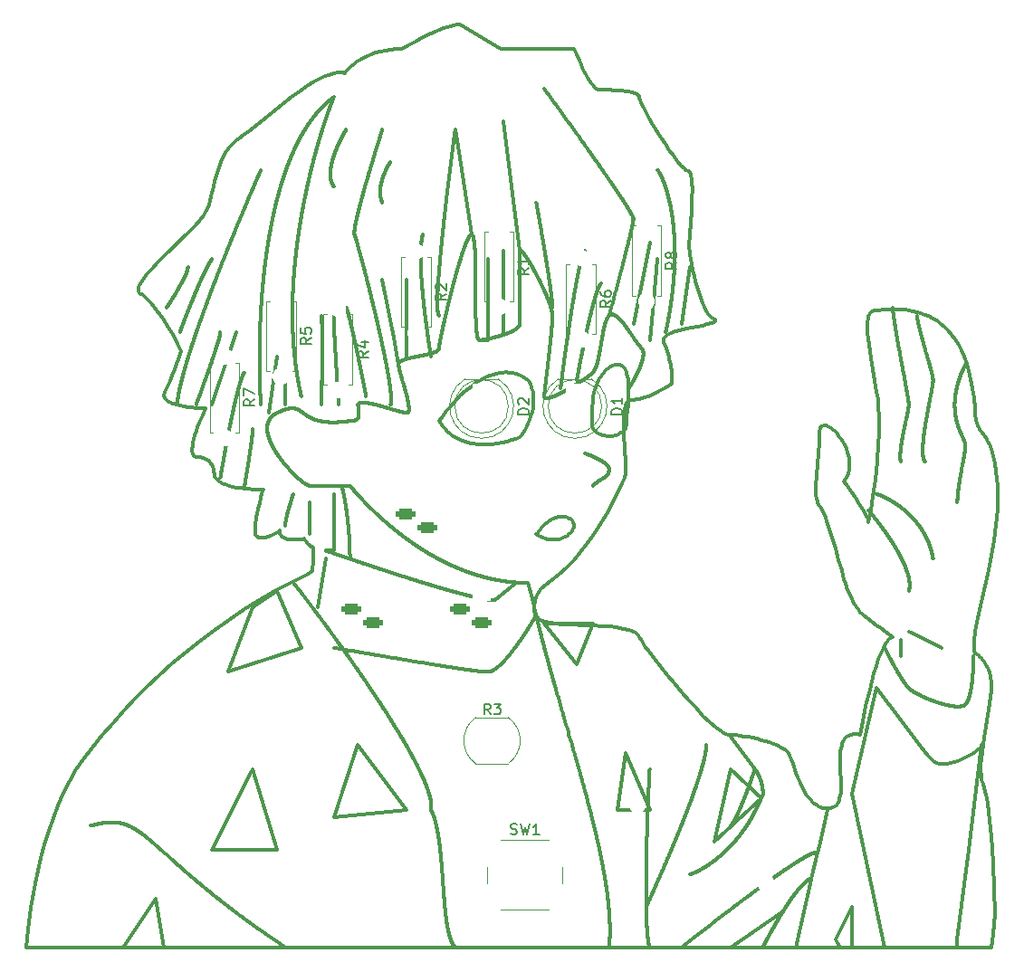
<source format=gbr>
%TF.GenerationSoftware,KiCad,Pcbnew,9.0.1*%
%TF.CreationDate,2025-06-11T16:25:32+05:30*%
%TF.ProjectId,zenitsu,7a656e69-7473-4752-9e6b-696361645f70,rev?*%
%TF.SameCoordinates,Original*%
%TF.FileFunction,Legend,Top*%
%TF.FilePolarity,Positive*%
%FSLAX46Y46*%
G04 Gerber Fmt 4.6, Leading zero omitted, Abs format (unit mm)*
G04 Created by KiCad (PCBNEW 9.0.1) date 2025-06-11 16:25:32*
%MOMM*%
%LPD*%
G01*
G04 APERTURE LIST*
G04 Aperture macros list*
%AMRoundRect*
0 Rectangle with rounded corners*
0 $1 Rounding radius*
0 $2 $3 $4 $5 $6 $7 $8 $9 X,Y pos of 4 corners*
0 Add a 4 corners polygon primitive as box body*
4,1,4,$2,$3,$4,$5,$6,$7,$8,$9,$2,$3,0*
0 Add four circle primitives for the rounded corners*
1,1,$1+$1,$2,$3*
1,1,$1+$1,$4,$5*
1,1,$1+$1,$6,$7*
1,1,$1+$1,$8,$9*
0 Add four rect primitives between the rounded corners*
20,1,$1+$1,$2,$3,$4,$5,0*
20,1,$1+$1,$4,$5,$6,$7,0*
20,1,$1+$1,$6,$7,$8,$9,0*
20,1,$1+$1,$8,$9,$2,$3,0*%
G04 Aperture macros list end*
%ADD10C,0.302947*%
%ADD11C,0.150000*%
%ADD12C,0.120000*%
%ADD13C,2.000000*%
%ADD14O,1.600000X1.600000*%
%ADD15C,1.600000*%
%ADD16C,1.500000*%
%ADD17C,1.800000*%
%ADD18R,1.800000X1.800000*%
%ADD19RoundRect,0.275000X-0.625000X0.275000X-0.625000X-0.275000X0.625000X-0.275000X0.625000X0.275000X0*%
%ADD20R,1.800000X1.100000*%
%ADD21R,1.600000X1.600000*%
%ADD22C,1.440000*%
G04 APERTURE END LIST*
D10*
X142182112Y-82741813D02*
X141424744Y-82741813D01*
X141424744Y-82741813D02*
X142182112Y-82741813D01*
X157329356Y-122882412D02*
X157326043Y-122945598D01*
X157322718Y-123009379D01*
X157319381Y-123073776D01*
X157316035Y-123138755D01*
X157312679Y-123204299D01*
X157309315Y-123270411D01*
X157305944Y-123337036D01*
X157302566Y-123404216D01*
X157299184Y-123471858D01*
X157295796Y-123540039D01*
X157292407Y-123608631D01*
X157289012Y-123677748D01*
X157285620Y-123747226D01*
X157282223Y-123817213D01*
X157278831Y-123887514D01*
X157275436Y-123958307D01*
X157272048Y-124029366D01*
X157268657Y-124100901D01*
X157265276Y-124172656D01*
X157261894Y-124244872D01*
X157258523Y-124317262D01*
X157255152Y-124390097D01*
X157251795Y-124463064D01*
X157248438Y-124536458D01*
X157245097Y-124609943D01*
X157241758Y-124683839D01*
X157238437Y-124757786D01*
X157235118Y-124832128D01*
X157231819Y-124906483D01*
X157228523Y-124981217D01*
X157225248Y-125055927D01*
X157221977Y-125131000D01*
X157218729Y-125206015D01*
X157215487Y-125281377D01*
X157212268Y-125356647D01*
X157209055Y-125432249D01*
X157205868Y-125507728D01*
X157202687Y-125583524D01*
X157199533Y-125659167D01*
X157196387Y-125735112D01*
X157193268Y-125810876D01*
X157190157Y-125886927D01*
X157187076Y-125962770D01*
X157184003Y-126038887D01*
X157180960Y-126114770D01*
X157177926Y-126190913D01*
X157174923Y-126266799D01*
X157171930Y-126342930D01*
X157168969Y-126418784D01*
X157166018Y-126494868D01*
X157163100Y-126570654D01*
X157160193Y-126646658D01*
X157157318Y-126722344D01*
X157154456Y-126798236D01*
X157151626Y-126873792D01*
X157148810Y-126949540D01*
X157146026Y-127024936D01*
X157143257Y-127100512D01*
X157140520Y-127175720D01*
X157137798Y-127251097D01*
X157135110Y-127326091D01*
X157132436Y-127401243D01*
X157129797Y-127475997D01*
X157127172Y-127550899D01*
X157124582Y-127625390D01*
X157122008Y-127700019D01*
X157119468Y-127774225D01*
X157116944Y-127848558D01*
X157114454Y-127922459D01*
X157111981Y-127996476D01*
X157109543Y-128070050D01*
X157107122Y-128143731D01*
X157104735Y-128216960D01*
X157102366Y-128290287D01*
X157100031Y-128363154D01*
X157097714Y-128436109D01*
X157095431Y-128508596D01*
X157093167Y-128581163D01*
X157090937Y-128653256D01*
X157088725Y-128725419D01*
X157086548Y-128797102D01*
X157084390Y-128868847D01*
X157082266Y-128940106D01*
X157080160Y-129011421D01*
X157078090Y-129082243D01*
X157076038Y-129153113D01*
X157074020Y-129223486D01*
X157072022Y-129293900D01*
X157070057Y-129363814D01*
X157068112Y-129433760D01*
X157066201Y-129503203D01*
X157064310Y-129572672D01*
X157062452Y-129641634D01*
X157060614Y-129710615D01*
X157058810Y-129779087D01*
X157057026Y-129847572D01*
X157055275Y-129915545D01*
X157053544Y-129983526D01*
X157051846Y-130050993D01*
X157050168Y-130118461D01*
X157048523Y-130185413D01*
X157046898Y-130252361D01*
X157045306Y-130318793D01*
X157043735Y-130385215D01*
X157042196Y-130451120D01*
X157040677Y-130517009D01*
X157039190Y-130582381D01*
X157037724Y-130647732D01*
X157036289Y-130712565D01*
X157034876Y-130777373D01*
X157033493Y-130841663D01*
X157032132Y-130905924D01*
X157030801Y-130969666D01*
X157029492Y-131033374D01*
X157028213Y-131096565D01*
X157026955Y-131159717D01*
X157025727Y-131222352D01*
X157024520Y-131284945D01*
X157023344Y-131347022D01*
X157022188Y-131409053D01*
X157021062Y-131470568D01*
X157019957Y-131532033D01*
X157018882Y-131592985D01*
X157017827Y-131653882D01*
X157016802Y-131714268D01*
X157015797Y-131774596D01*
X157014821Y-131834413D01*
X157013867Y-131894170D01*
X157012940Y-131953417D01*
X157012035Y-132012601D01*
X157011157Y-132071278D01*
X157010301Y-132129888D01*
X157009472Y-132187993D01*
X157008664Y-132246027D01*
X157007883Y-132303559D01*
X157007124Y-132361019D01*
X157006391Y-132417977D01*
X157005679Y-132474861D01*
X157004993Y-132531246D01*
X157004329Y-132587553D01*
X157003690Y-132643364D01*
X157003073Y-132699095D01*
X157002481Y-132754332D01*
X157001910Y-132809487D01*
X157001364Y-132864152D01*
X157000839Y-132918731D01*
X157000339Y-132972823D01*
X156999860Y-133026827D01*
X156999405Y-133080347D01*
X156998971Y-133133777D01*
X156998561Y-133186726D01*
X156998172Y-133239583D01*
X156997807Y-133291961D01*
X156997462Y-133344247D01*
X156997140Y-133396056D01*
X156996840Y-133447771D01*
X156996562Y-133499012D01*
X156996304Y-133550158D01*
X156996069Y-133600833D01*
X156995855Y-133651411D01*
X156995663Y-133701522D01*
X156995491Y-133751533D01*
X156995341Y-133801082D01*
X156995211Y-133850529D01*
X156995102Y-133899516D01*
X156995014Y-133948402D01*
X156994947Y-133996830D01*
X156994900Y-134045156D01*
X156994874Y-134093027D01*
X156994867Y-134140795D01*
X156994881Y-134188112D01*
X156994915Y-134235324D01*
X156994969Y-134282088D01*
X156995042Y-134328747D01*
X156995135Y-134374962D01*
X156995248Y-134421069D01*
X156995380Y-134466737D01*
X156995532Y-134512296D01*
X156995702Y-134557419D01*
X156995892Y-134602433D01*
X156996100Y-134647014D01*
X156996328Y-134691485D01*
X156996573Y-134735526D01*
X156996838Y-134779457D01*
X156997121Y-134822962D01*
X156997423Y-134866356D01*
X156997742Y-134909327D01*
X156998081Y-134952187D01*
X156998436Y-134994627D01*
X156998810Y-135036956D01*
X156999201Y-135078869D01*
X156999611Y-135120669D01*
X157000036Y-135162057D01*
X157000481Y-135203333D01*
X157000941Y-135244199D01*
X157001421Y-135284953D01*
X157001915Y-135325301D01*
X157002428Y-135365536D01*
X157002957Y-135405370D01*
X157003503Y-135445090D01*
X157004065Y-135484411D01*
X157004644Y-135523619D01*
X157005238Y-135562432D01*
X157005851Y-135601131D01*
X157006477Y-135639440D01*
X157007122Y-135677634D01*
X157007780Y-135715441D01*
X157008456Y-135753133D01*
X157008539Y-135757694D01*
X152027921Y-85771292D02*
X152019792Y-85779365D01*
X152011326Y-85787658D01*
X152002518Y-85796175D01*
X151993359Y-85804920D01*
X151983842Y-85813895D01*
X151973960Y-85823104D01*
X151963706Y-85832550D01*
X151953072Y-85842236D01*
X151942053Y-85852165D01*
X151930641Y-85862341D01*
X151918829Y-85872765D01*
X151906611Y-85883440D01*
X151893980Y-85894370D01*
X151880930Y-85905556D01*
X151867455Y-85917001D01*
X151853549Y-85928707D01*
X151839207Y-85940675D01*
X151824422Y-85952908D01*
X151809190Y-85965407D01*
X151793505Y-85978173D01*
X151777363Y-85991208D01*
X151760760Y-86004513D01*
X151743691Y-86018088D01*
X151726152Y-86031934D01*
X151708140Y-86046052D01*
X151689652Y-86060441D01*
X151670686Y-86075100D01*
X151651238Y-86090031D01*
X151631307Y-86105231D01*
X151610891Y-86120700D01*
X151589990Y-86136437D01*
X151568602Y-86152440D01*
X151546727Y-86168706D01*
X151524366Y-86185234D01*
X151501520Y-86202021D01*
X151478190Y-86219065D01*
X151454378Y-86236361D01*
X151430086Y-86253907D01*
X151405318Y-86271698D01*
X151380076Y-86289730D01*
X151354365Y-86307999D01*
X151328190Y-86326500D01*
X151301556Y-86345227D01*
X151274468Y-86364175D01*
X151246933Y-86383338D01*
X151218958Y-86402709D01*
X151190551Y-86422282D01*
X151161720Y-86442050D01*
X151132473Y-86462006D01*
X151102820Y-86482143D01*
X151072770Y-86502451D01*
X151042335Y-86522924D01*
X151011524Y-86543553D01*
X150980349Y-86564329D01*
X150948822Y-86585243D01*
X150916955Y-86606286D01*
X150884762Y-86627449D01*
X150852254Y-86648723D01*
X150819447Y-86670097D01*
X150786353Y-86691562D01*
X150752988Y-86713108D01*
X150719365Y-86734725D01*
X150685500Y-86756402D01*
X150651407Y-86778130D01*
X150617103Y-86799897D01*
X150599874Y-86810794D01*
X150582603Y-86821694D01*
X150565282Y-86832602D01*
X150547921Y-86843511D01*
X150530518Y-86854423D01*
X150513076Y-86865337D01*
X150495597Y-86876249D01*
X150478081Y-86887161D01*
X150460534Y-86898068D01*
X150442953Y-86908973D01*
X150425347Y-86919870D01*
X150407709Y-86930764D01*
X150390052Y-86941646D01*
X150372363Y-86952523D01*
X150354663Y-86963385D01*
X150336933Y-86974241D01*
X150319197Y-86985077D01*
X150301434Y-86995906D01*
X150283670Y-87006712D01*
X150265882Y-87017510D01*
X150248098Y-87028282D01*
X150230291Y-87039043D01*
X150212496Y-87049775D01*
X150194679Y-87060496D01*
X150176879Y-87071184D01*
X150159061Y-87081860D01*
X150141264Y-87092499D01*
X150123450Y-87103125D01*
X150105664Y-87113711D01*
X150087863Y-87124283D01*
X150070095Y-87134811D01*
X150052314Y-87145324D01*
X150034571Y-87155792D01*
X150016817Y-87166242D01*
X149999106Y-87176644D01*
X149981386Y-87187028D01*
X149963715Y-87197361D01*
X149946036Y-87207674D01*
X149928410Y-87217933D01*
X149910779Y-87228172D01*
X149893206Y-87238355D01*
X149875629Y-87248516D01*
X149858115Y-87258618D01*
X149840599Y-87268698D01*
X149823150Y-87278716D01*
X149805701Y-87288711D01*
X149788323Y-87298643D01*
X149770946Y-87308550D01*
X149753645Y-87318391D01*
X149736347Y-87328207D01*
X149719129Y-87337955D01*
X149701916Y-87347678D01*
X149684785Y-87357330D01*
X149667662Y-87366955D01*
X149650625Y-87376509D01*
X149633596Y-87386035D01*
X149616657Y-87395488D01*
X149599729Y-87404912D01*
X149582893Y-87414262D01*
X149566069Y-87423582D01*
X149549342Y-87432825D01*
X149532628Y-87442039D01*
X149516013Y-87451174D01*
X149499412Y-87460279D01*
X149482914Y-87469305D01*
X149466432Y-87478300D01*
X149450055Y-87487214D01*
X149433694Y-87496096D01*
X149417442Y-87504897D01*
X149401207Y-87513665D01*
X149385083Y-87522351D01*
X149368979Y-87531003D01*
X149352986Y-87539572D01*
X149337015Y-87548108D01*
X149321158Y-87556559D01*
X149305322Y-87564977D01*
X149289604Y-87573309D01*
X149273908Y-87581607D01*
X149258330Y-87589819D01*
X149242776Y-87597996D01*
X149227343Y-87606087D01*
X149211934Y-87614143D01*
X149196648Y-87622112D01*
X149181387Y-87630045D01*
X149166249Y-87637892D01*
X149151138Y-87645702D01*
X149136151Y-87653425D01*
X149121192Y-87661111D01*
X149106359Y-87668710D01*
X149091554Y-87676272D01*
X149076876Y-87683747D01*
X149062227Y-87691184D01*
X149047707Y-87698534D01*
X149033216Y-87705846D01*
X149018853Y-87713070D01*
X149004522Y-87720257D01*
X148990320Y-87727357D01*
X148976149Y-87734418D01*
X148962108Y-87741392D01*
X148948099Y-87748328D01*
X148934221Y-87755177D01*
X148920375Y-87761987D01*
X148906661Y-87768710D01*
X148892980Y-87775395D01*
X148879430Y-87781993D01*
X148865913Y-87788553D01*
X148852529Y-87795026D01*
X148839178Y-87801461D01*
X148825960Y-87807809D01*
X148812776Y-87814119D01*
X148799724Y-87820343D01*
X148786707Y-87826528D01*
X148773822Y-87832629D01*
X148760973Y-87838690D01*
X148748255Y-87844667D01*
X148735574Y-87850605D01*
X148723024Y-87856459D01*
X148710510Y-87862274D01*
X148698128Y-87868006D01*
X148685782Y-87873699D01*
X148673568Y-87879309D01*
X148661390Y-87884880D01*
X148649343Y-87890369D01*
X148637334Y-87895819D01*
X148625454Y-87901188D01*
X148613612Y-87906518D01*
X148601901Y-87911768D01*
X148590226Y-87916978D01*
X148578681Y-87922109D01*
X148567174Y-87927201D01*
X148555796Y-87932214D01*
X148544456Y-87937189D01*
X148533243Y-87942085D01*
X148522069Y-87946943D01*
X148511023Y-87951724D01*
X148500014Y-87956466D01*
X148489133Y-87961131D01*
X148478290Y-87965759D01*
X148467572Y-87970310D01*
X148456894Y-87974824D01*
X148446340Y-87979263D01*
X148435825Y-87983664D01*
X148425434Y-87987991D01*
X148415082Y-87992280D01*
X148404853Y-87996497D01*
X148394662Y-88000675D01*
X148384594Y-88004782D01*
X148374565Y-88008852D01*
X148364657Y-88012850D01*
X148354788Y-88016812D01*
X148345039Y-88020703D01*
X148335329Y-88024557D01*
X148325738Y-88028342D01*
X148316186Y-88032091D01*
X148306753Y-88035771D01*
X148297357Y-88039415D01*
X148288080Y-88042992D01*
X148278840Y-88046533D01*
X148269717Y-88050007D01*
X148260632Y-88053445D01*
X148251662Y-88056819D01*
X148242730Y-88060156D01*
X148233913Y-88063430D01*
X148225133Y-88066668D01*
X148216467Y-88069842D01*
X148207838Y-88072982D01*
X148199321Y-88076060D01*
X148190842Y-88079102D01*
X148182474Y-88082084D01*
X148174142Y-88085031D01*
X148165921Y-88087917D01*
X148157737Y-88090770D01*
X148149661Y-88093563D01*
X148141622Y-88096323D01*
X148133690Y-88099024D01*
X148125795Y-88101692D01*
X148118006Y-88104303D01*
X148110254Y-88106880D01*
X148102606Y-88109401D01*
X148094995Y-88111889D01*
X148087487Y-88114322D01*
X148080015Y-88116723D01*
X148072646Y-88119069D01*
X148065312Y-88121383D01*
X148058080Y-88123644D01*
X148050883Y-88125873D01*
X148043786Y-88128050D01*
X148036724Y-88130195D01*
X148029761Y-88132289D01*
X148022832Y-88134352D01*
X148016001Y-88136364D01*
X148009205Y-88138346D01*
X148002505Y-88140279D01*
X147995839Y-88142180D01*
X147989268Y-88144034D01*
X147982732Y-88145858D01*
X147976288Y-88147634D01*
X147969879Y-88149380D01*
X147963562Y-88151081D01*
X147957278Y-88152751D01*
X147951086Y-88154377D01*
X147944926Y-88155973D01*
X147938857Y-88157525D01*
X147932820Y-88159048D01*
X147926872Y-88160528D01*
X147920956Y-88161979D01*
X147915127Y-88163389D01*
X147909331Y-88164769D01*
X147903621Y-88166109D01*
X147897942Y-88167420D01*
X147892348Y-88168692D01*
X147886786Y-88169935D01*
X147881307Y-88171139D01*
X147875860Y-88172316D01*
X147870494Y-88173455D01*
X147865160Y-88174566D01*
X147859906Y-88175641D01*
X147854684Y-88176688D01*
X147849540Y-88177699D01*
X147844427Y-88178684D01*
X147839392Y-88179633D01*
X147834387Y-88180556D01*
X147829460Y-88181444D01*
X147824561Y-88182307D01*
X147819739Y-88183135D01*
X147814946Y-88183939D01*
X147810228Y-88184710D01*
X147805538Y-88185455D01*
X147800922Y-88186169D01*
X147796334Y-88186858D01*
X147791819Y-88187515D01*
X147787332Y-88188149D01*
X147782915Y-88188752D01*
X147778527Y-88189331D01*
X147774208Y-88189880D01*
X147769917Y-88190406D01*
X147765694Y-88190903D01*
X147761499Y-88191377D01*
X147757370Y-88191823D01*
X147753269Y-88192246D01*
X147749233Y-88192642D01*
X147745225Y-88193015D01*
X147741281Y-88193362D01*
X147737363Y-88193686D01*
X147733509Y-88193985D01*
X147729681Y-88194262D01*
X147725915Y-88194514D01*
X147722174Y-88194745D01*
X147718495Y-88194951D01*
X147714842Y-88195136D01*
X147711248Y-88195298D01*
X147707679Y-88195439D01*
X147704170Y-88195557D01*
X147700684Y-88195655D01*
X147697257Y-88195730D01*
X147693854Y-88195785D01*
X147690507Y-88195819D01*
X147687185Y-88195833D01*
X147683917Y-88195827D01*
X147680674Y-88195800D01*
X147677485Y-88195754D01*
X147674319Y-88195688D01*
X147671206Y-88195603D01*
X147668116Y-88195499D01*
X147665079Y-88195376D01*
X147662064Y-88195234D01*
X147659100Y-88195075D01*
X147656159Y-88194896D01*
X147653267Y-88194701D01*
X147650398Y-88194487D01*
X147647577Y-88194256D01*
X147644778Y-88194007D01*
X147642027Y-88193742D01*
X147639297Y-88193459D01*
X147636614Y-88193161D01*
X147633952Y-88192845D01*
X147631336Y-88192514D01*
X147628741Y-88192166D01*
X147626190Y-88191803D01*
X147623660Y-88191423D01*
X147621173Y-88191029D01*
X147618707Y-88190618D01*
X147616283Y-88190194D01*
X147613880Y-88189753D01*
X147611517Y-88189299D01*
X147609175Y-88188828D01*
X147606873Y-88188346D01*
X147604591Y-88187846D01*
X147602348Y-88187335D01*
X147600124Y-88186808D01*
X147597939Y-88186269D01*
X147595773Y-88185715D01*
X147593645Y-88185149D01*
X147591535Y-88184567D01*
X147589462Y-88183975D01*
X147587407Y-88183367D01*
X147585388Y-88182749D01*
X147583387Y-88182115D01*
X147581421Y-88181471D01*
X147579473Y-88180812D01*
X147577559Y-88180144D01*
X147575663Y-88179460D01*
X147573800Y-88178767D01*
X147571954Y-88178059D01*
X147570140Y-88177342D01*
X147568344Y-88176610D01*
X147566579Y-88175869D01*
X147564831Y-88175114D01*
X147563113Y-88174350D01*
X147561413Y-88173572D01*
X147559741Y-88172785D01*
X147558087Y-88171983D01*
X147556461Y-88171174D01*
X147554852Y-88170350D01*
X147553271Y-88169518D01*
X147551706Y-88168672D01*
X147550168Y-88167818D01*
X147548647Y-88166950D01*
X147547152Y-88166073D01*
X147545673Y-88165183D01*
X147544219Y-88164285D01*
X147542782Y-88163374D01*
X147541369Y-88162454D01*
X147539973Y-88161521D01*
X147538600Y-88160580D01*
X147537243Y-88159625D01*
X147535909Y-88158662D01*
X147534592Y-88157686D01*
X147533296Y-88156702D01*
X147532017Y-88155704D01*
X147530759Y-88154698D01*
X147529518Y-88153679D01*
X147528297Y-88152652D01*
X147527092Y-88151611D01*
X147525907Y-88150562D01*
X147524739Y-88149500D01*
X147523590Y-88148429D01*
X147522457Y-88147345D01*
X147521343Y-88146252D01*
X147520245Y-88145146D01*
X147519165Y-88144030D01*
X147518101Y-88142902D01*
X147517056Y-88141765D01*
X147516026Y-88140614D01*
X147515014Y-88139454D01*
X147514018Y-88138281D01*
X147513039Y-88137098D01*
X147512076Y-88135901D01*
X147511129Y-88134695D01*
X147510199Y-88133475D01*
X147509285Y-88132245D01*
X147508386Y-88131002D01*
X147507504Y-88129747D01*
X147506638Y-88128480D01*
X147505787Y-88127201D01*
X147504952Y-88125909D01*
X147504133Y-88124605D01*
X147503330Y-88123288D01*
X147502543Y-88121958D01*
X147501771Y-88120616D01*
X147500274Y-88117892D01*
X147498839Y-88115114D01*
X147497466Y-88112282D01*
X147496155Y-88109395D01*
X147494907Y-88106450D01*
X147493720Y-88103447D01*
X147492597Y-88100385D01*
X147491537Y-88097261D01*
X147490540Y-88094075D01*
X147489607Y-88090825D01*
X147488739Y-88087509D01*
X147487936Y-88084126D01*
X147487200Y-88080674D01*
X147486530Y-88077151D01*
X147485929Y-88073557D01*
X147485397Y-88069888D01*
X147484934Y-88066144D01*
X147484544Y-88062323D01*
X147484225Y-88058422D01*
X147483981Y-88054440D01*
X147483813Y-88050375D01*
X147483721Y-88046226D01*
X147483703Y-88043401D01*
X153542662Y-94859730D02*
X153542652Y-94864487D01*
X153542622Y-94869223D01*
X153542572Y-94873931D01*
X153542503Y-94878618D01*
X153542414Y-94883277D01*
X153542305Y-94887916D01*
X153542177Y-94892527D01*
X153542029Y-94897119D01*
X153541863Y-94901683D01*
X153541677Y-94906228D01*
X153541472Y-94910747D01*
X153541248Y-94915246D01*
X153541005Y-94919720D01*
X153540744Y-94924175D01*
X153540463Y-94928604D01*
X153540164Y-94933015D01*
X153539847Y-94937401D01*
X153539511Y-94941769D01*
X153539156Y-94946112D01*
X153538784Y-94950438D01*
X153538393Y-94954739D01*
X153537983Y-94959024D01*
X153537556Y-94963285D01*
X153537110Y-94967528D01*
X153536647Y-94971749D01*
X153536166Y-94975953D01*
X153535667Y-94980135D01*
X153535149Y-94984300D01*
X153534615Y-94988443D01*
X153534062Y-94992569D01*
X153533492Y-94996675D01*
X153532904Y-95000764D01*
X153532299Y-95004833D01*
X153531676Y-95008886D01*
X153531036Y-95012919D01*
X153530378Y-95016935D01*
X153529703Y-95020933D01*
X153529011Y-95024914D01*
X153528301Y-95028877D01*
X153527574Y-95032825D01*
X153526830Y-95036754D01*
X153526069Y-95040667D01*
X153525291Y-95044563D01*
X153524495Y-95048444D01*
X153523683Y-95052308D01*
X153522853Y-95056156D01*
X153522006Y-95059989D01*
X153521143Y-95063806D01*
X153520262Y-95067607D01*
X153519364Y-95071393D01*
X153518450Y-95075164D01*
X153517518Y-95078920D01*
X153516570Y-95082662D01*
X153515604Y-95086389D01*
X153514622Y-95090102D01*
X153513623Y-95093800D01*
X153512607Y-95097485D01*
X153511574Y-95101156D01*
X153510524Y-95104813D01*
X153509457Y-95108456D01*
X153508373Y-95112087D01*
X153507272Y-95115704D01*
X153506155Y-95119308D01*
X153505020Y-95122899D01*
X153503869Y-95126478D01*
X153502700Y-95130044D01*
X153501515Y-95133599D01*
X153500313Y-95137140D01*
X153497857Y-95144187D01*
X153495333Y-95151189D01*
X153492740Y-95158145D01*
X153490079Y-95165057D01*
X153487348Y-95171926D01*
X153484548Y-95178754D01*
X153481678Y-95185542D01*
X153478738Y-95192291D01*
X153475728Y-95199003D01*
X153472646Y-95205678D01*
X153469492Y-95212318D01*
X153466266Y-95218925D01*
X153462967Y-95225499D01*
X153459594Y-95232043D01*
X153456147Y-95238556D01*
X153452625Y-95245041D01*
X153449027Y-95251498D01*
X153445352Y-95257930D01*
X153441599Y-95264336D01*
X153437767Y-95270719D01*
X153433856Y-95277080D01*
X153429863Y-95283421D01*
X153425789Y-95289741D01*
X153421631Y-95296044D01*
X153417389Y-95302330D01*
X153413061Y-95308600D01*
X153408645Y-95314856D01*
X153404141Y-95321100D01*
X153399547Y-95327332D01*
X153394861Y-95333555D01*
X153390081Y-95339769D01*
X153385205Y-95345977D01*
X153380232Y-95352179D01*
X153375160Y-95358378D01*
X153369986Y-95364575D01*
X153364708Y-95370772D01*
X153359325Y-95376969D01*
X153353833Y-95383170D01*
X153348230Y-95389377D01*
X153342513Y-95395590D01*
X153336680Y-95401812D01*
X153330727Y-95408044D01*
X153324651Y-95414291D01*
X153318449Y-95420552D01*
X153312117Y-95426831D01*
X153305651Y-95433130D01*
X153299048Y-95439452D01*
X153292303Y-95445800D01*
X153285411Y-95452176D01*
X153278368Y-95458584D01*
X153271168Y-95465026D01*
X153263806Y-95471506D01*
X153256276Y-95478028D01*
X153248571Y-95484596D01*
X153240684Y-95491215D01*
X153232609Y-95497888D01*
X153224336Y-95504621D01*
X153215856Y-95511419D01*
X153207161Y-95518288D01*
X153198239Y-95525234D01*
X153189079Y-95532266D01*
X153179668Y-95539390D01*
X153169990Y-95546615D01*
X153160031Y-95553952D01*
X153149773Y-95561411D01*
X153139194Y-95569004D01*
X153128271Y-95576747D01*
X153116979Y-95584654D01*
X153105285Y-95592746D01*
X153093154Y-95601043D01*
X153080543Y-95609574D01*
X153067401Y-95618368D01*
X153053663Y-95627466D01*
X153039253Y-95636915D01*
X153024070Y-95646777D01*
X153007982Y-95657132D01*
X152990811Y-95668092D01*
X152972303Y-95679814D01*
X152952067Y-95692538D01*
X152929453Y-95706668D01*
X152903189Y-95722991D01*
X152869993Y-95743541D01*
X152853583Y-95753684D01*
X152830296Y-95768079D01*
X152806770Y-95782642D01*
X152783013Y-95797390D01*
X152759031Y-95812336D01*
X152734832Y-95827497D01*
X152722654Y-95835163D01*
X152710425Y-95842888D01*
X152698146Y-95850675D01*
X152685817Y-95858525D01*
X152673441Y-95866440D01*
X152661016Y-95874423D01*
X152648546Y-95882474D01*
X152636030Y-95890597D01*
X152623469Y-95898793D01*
X152610865Y-95907063D01*
X152598219Y-95915411D01*
X152585531Y-95923837D01*
X152572802Y-95932344D01*
X152560034Y-95940933D01*
X152547228Y-95949608D01*
X152534383Y-95958368D01*
X152521502Y-95967217D01*
X152508585Y-95976157D01*
X152495633Y-95985189D01*
X152482648Y-95994315D01*
X152469630Y-96003537D01*
X152456579Y-96012857D01*
X152443498Y-96022278D01*
X152430387Y-96031800D01*
X152417247Y-96041426D01*
X152404079Y-96051158D01*
X152390884Y-96060998D01*
X152377663Y-96070947D01*
X152364416Y-96081009D01*
X152351146Y-96091183D01*
X152337852Y-96101474D01*
X152331197Y-96106663D01*
X152324536Y-96111881D01*
X152317870Y-96117130D01*
X152311199Y-96122408D01*
X152304523Y-96127717D01*
X152297842Y-96133056D01*
X152291156Y-96138427D01*
X152284465Y-96143828D01*
X152277770Y-96149260D01*
X152271070Y-96154725D01*
X152264366Y-96160220D01*
X152257657Y-96165748D01*
X152250945Y-96171308D01*
X152244229Y-96176901D01*
X152237508Y-96182526D01*
X152230784Y-96188185D01*
X152224057Y-96193876D01*
X152217325Y-96199601D01*
X152210591Y-96205360D01*
X152203853Y-96211153D01*
X152197112Y-96216980D01*
X152190368Y-96222841D01*
X152183621Y-96228737D01*
X152176872Y-96234668D01*
X152170119Y-96240634D01*
X152163364Y-96246635D01*
X152156607Y-96252672D01*
X152149848Y-96258745D01*
X152143086Y-96264854D01*
X152136322Y-96271000D01*
X152129556Y-96277182D01*
X152122789Y-96283400D01*
X152116020Y-96289656D01*
X152109249Y-96295950D01*
X152102477Y-96302280D01*
X152095703Y-96308649D01*
X152088928Y-96315056D01*
X152082152Y-96321501D01*
X152075376Y-96327984D01*
X152068598Y-96334506D01*
X152061820Y-96341068D01*
X152055041Y-96347668D01*
X152048261Y-96354308D01*
X152041481Y-96360988D01*
X152034701Y-96367708D01*
X152027921Y-96374468D01*
X175127547Y-139544547D02*
X176263603Y-139544547D01*
X120975760Y-88800771D02*
X120973672Y-88769299D01*
X120971598Y-88737727D01*
X120969536Y-88706043D01*
X120967488Y-88674259D01*
X120965453Y-88642366D01*
X120963431Y-88610374D01*
X120961423Y-88578274D01*
X120959429Y-88546076D01*
X120957448Y-88513773D01*
X120955482Y-88481372D01*
X120953529Y-88448869D01*
X120951590Y-88416269D01*
X120949666Y-88383569D01*
X120947756Y-88350773D01*
X120945861Y-88317879D01*
X120943980Y-88284889D01*
X120942113Y-88251805D01*
X120940261Y-88218625D01*
X120938425Y-88185353D01*
X120936603Y-88151987D01*
X120934796Y-88118530D01*
X120933004Y-88084980D01*
X120931228Y-88051342D01*
X120929466Y-88017611D01*
X120927721Y-87983796D01*
X120925990Y-87949887D01*
X120924276Y-87915897D01*
X120922577Y-87881814D01*
X120920894Y-87847652D01*
X120919226Y-87813398D01*
X120917575Y-87779067D01*
X120915940Y-87744646D01*
X120914321Y-87710149D01*
X120912718Y-87675563D01*
X120911131Y-87640905D01*
X120909561Y-87606157D01*
X120908007Y-87571339D01*
X120906470Y-87536433D01*
X120904950Y-87501460D01*
X120903445Y-87466399D01*
X120901959Y-87431272D01*
X120900488Y-87396059D01*
X120899035Y-87360783D01*
X120897598Y-87325421D01*
X120896180Y-87289998D01*
X120894777Y-87254491D01*
X120893393Y-87218925D01*
X120892025Y-87183274D01*
X120890675Y-87147568D01*
X120889342Y-87111778D01*
X120888027Y-87075935D01*
X120886729Y-87040008D01*
X120885449Y-87004031D01*
X120884187Y-86967971D01*
X120882942Y-86931862D01*
X120881715Y-86895672D01*
X120880507Y-86859436D01*
X120879316Y-86823118D01*
X120878143Y-86786757D01*
X120876988Y-86750315D01*
X120875851Y-86713832D01*
X120874733Y-86677269D01*
X120873633Y-86640667D01*
X120872550Y-86603986D01*
X120871487Y-86567267D01*
X120870441Y-86530471D01*
X120869415Y-86493640D01*
X120868406Y-86456731D01*
X120867417Y-86419789D01*
X120866445Y-86382772D01*
X120865493Y-86345723D01*
X120864559Y-86308599D01*
X120863644Y-86271445D01*
X120862747Y-86234218D01*
X120861870Y-86196963D01*
X120861011Y-86159635D01*
X120860172Y-86122281D01*
X120859350Y-86084855D01*
X120858549Y-86047406D01*
X120857766Y-86009885D01*
X120857003Y-85972343D01*
X120856258Y-85934729D01*
X120855533Y-85897097D01*
X120854826Y-85859394D01*
X120854139Y-85821674D01*
X120853471Y-85783884D01*
X120852823Y-85746080D01*
X120852194Y-85708206D01*
X120851584Y-85670319D01*
X120850994Y-85632364D01*
X120850423Y-85594398D01*
X120849872Y-85556364D01*
X120849340Y-85518321D01*
X120848827Y-85480211D01*
X120848334Y-85442094D01*
X120847861Y-85403911D01*
X120847407Y-85365722D01*
X120846973Y-85327468D01*
X120846559Y-85289210D01*
X120846164Y-85250888D01*
X120845789Y-85212564D01*
X120845434Y-85174176D01*
X120845098Y-85135787D01*
X120844782Y-85097336D01*
X120844486Y-85058886D01*
X120844210Y-85020374D01*
X120843954Y-84981865D01*
X120843717Y-84943294D01*
X120843500Y-84904728D01*
X120843303Y-84866102D01*
X120843127Y-84827482D01*
X120842970Y-84788802D01*
X120842833Y-84750130D01*
X120842716Y-84711398D01*
X120842618Y-84672677D01*
X120842541Y-84633897D01*
X120842484Y-84595128D01*
X120842447Y-84556301D01*
X120842430Y-84517487D01*
X120842433Y-84478616D01*
X120842456Y-84439759D01*
X120842499Y-84400846D01*
X120842562Y-84361948D01*
X120842645Y-84322996D01*
X120842748Y-84284060D01*
X120842872Y-84245069D01*
X120843015Y-84206097D01*
X120843179Y-84167071D01*
X120843362Y-84128065D01*
X120843566Y-84089005D01*
X120843790Y-84049967D01*
X120844034Y-84010876D01*
X120844298Y-83971808D01*
X120844583Y-83932688D01*
X120844887Y-83893592D01*
X120845212Y-83854445D01*
X120845556Y-83815323D01*
X120845921Y-83776151D01*
X120846306Y-83737005D01*
X120846712Y-83697810D01*
X120847137Y-83658642D01*
X120847582Y-83619426D01*
X120848048Y-83580238D01*
X120848534Y-83541003D01*
X120849040Y-83501797D01*
X120849566Y-83462544D01*
X120850112Y-83423322D01*
X120850679Y-83384054D01*
X120851265Y-83344818D01*
X120851872Y-83305536D01*
X120852498Y-83266287D01*
X120853146Y-83226994D01*
X120853812Y-83187734D01*
X120854500Y-83148431D01*
X120855207Y-83109163D01*
X120855935Y-83069851D01*
X120856682Y-83030576D01*
X120857450Y-82991257D01*
X120858237Y-82951977D01*
X120859046Y-82912654D01*
X120859873Y-82873370D01*
X120860722Y-82834044D01*
X120861589Y-82794758D01*
X120862478Y-82755430D01*
X120863386Y-82716144D01*
X120864314Y-82676817D01*
X120865262Y-82637532D01*
X120866231Y-82598207D01*
X120867218Y-82558925D01*
X120868227Y-82519603D01*
X120869255Y-82480326D01*
X120870304Y-82441009D01*
X120871371Y-82401738D01*
X120872460Y-82362428D01*
X120873567Y-82323164D01*
X120874696Y-82283863D01*
X120875843Y-82244608D01*
X120877012Y-82205316D01*
X120878199Y-82166072D01*
X120879407Y-82126791D01*
X120880634Y-82087559D01*
X120881882Y-82048291D01*
X120883148Y-82009073D01*
X120884436Y-81969819D01*
X120885742Y-81930615D01*
X120887069Y-81891377D01*
X120888415Y-81852190D01*
X120889781Y-81812969D01*
X120891167Y-81773799D01*
X120892573Y-81734596D01*
X120893997Y-81695445D01*
X120895443Y-81656262D01*
X120896907Y-81617132D01*
X120898392Y-81577969D01*
X120899895Y-81538861D01*
X120901419Y-81499721D01*
X120902961Y-81460635D01*
X120904525Y-81421519D01*
X120906106Y-81382457D01*
X120907709Y-81343366D01*
X120909329Y-81304330D01*
X120910971Y-81265265D01*
X120912631Y-81226256D01*
X120914311Y-81187217D01*
X120916010Y-81148236D01*
X120917729Y-81109227D01*
X120919466Y-81070275D01*
X120921225Y-81031295D01*
X120923001Y-80992373D01*
X120924798Y-80953424D01*
X120926612Y-80914534D01*
X120928448Y-80875616D01*
X120930301Y-80836759D01*
X120932176Y-80797875D01*
X120934067Y-80759051D01*
X120935980Y-80720201D01*
X120937910Y-80681412D01*
X120939862Y-80642598D01*
X120941830Y-80603845D01*
X120943820Y-80565067D01*
X120945826Y-80526350D01*
X120947854Y-80487610D01*
X120949899Y-80448931D01*
X120951965Y-80410229D01*
X120954047Y-80371590D01*
X120956151Y-80332928D01*
X120958272Y-80294328D01*
X120960414Y-80255706D01*
X120962573Y-80217148D01*
X120964752Y-80178567D01*
X120966949Y-80140051D01*
X120969166Y-80101513D01*
X120971400Y-80063040D01*
X120973655Y-80024545D01*
X120975927Y-79986116D01*
X120978220Y-79947665D01*
X120980529Y-79909281D01*
X120982859Y-79870875D01*
X120985205Y-79832536D01*
X120987573Y-79794177D01*
X120989957Y-79755885D01*
X120992361Y-79717573D01*
X120994782Y-79679328D01*
X120997224Y-79641064D01*
X120999682Y-79602868D01*
X121002161Y-79564652D01*
X121004656Y-79526505D01*
X121007172Y-79488339D01*
X121009704Y-79450242D01*
X121012257Y-79412127D01*
X121014825Y-79374080D01*
X121017415Y-79336016D01*
X121020020Y-79298021D01*
X121022646Y-79260009D01*
X121025288Y-79222067D01*
X121027951Y-79184108D01*
X121030629Y-79146218D01*
X121033328Y-79108313D01*
X121036042Y-79070477D01*
X121038778Y-79032626D01*
X121041528Y-78994845D01*
X121044300Y-78957049D01*
X121047087Y-78919324D01*
X121049895Y-78881583D01*
X121052718Y-78843914D01*
X121055561Y-78806230D01*
X121058420Y-78768618D01*
X121061300Y-78730991D01*
X121064194Y-78693436D01*
X121067110Y-78655868D01*
X121070040Y-78618371D01*
X121072991Y-78580861D01*
X121075957Y-78543423D01*
X121078943Y-78505972D01*
X121081944Y-78468594D01*
X121084966Y-78431203D01*
X121088003Y-78393885D01*
X121091060Y-78356554D01*
X121094132Y-78319297D01*
X121097225Y-78282028D01*
X121100331Y-78244832D01*
X121103459Y-78207624D01*
X121106601Y-78170490D01*
X121109764Y-78133345D01*
X121112940Y-78096273D01*
X121116138Y-78059191D01*
X121119349Y-78022183D01*
X121122582Y-77985165D01*
X121125828Y-77948220D01*
X121129095Y-77911266D01*
X121132375Y-77874385D01*
X121135677Y-77837496D01*
X121138992Y-77800680D01*
X121142328Y-77763856D01*
X121145677Y-77727106D01*
X121149047Y-77690347D01*
X121152431Y-77653663D01*
X121155835Y-77616970D01*
X121159253Y-77580352D01*
X121162691Y-77543727D01*
X121166143Y-77507176D01*
X121169615Y-77470618D01*
X121173101Y-77434134D01*
X121176607Y-77397644D01*
X121180126Y-77361228D01*
X121183666Y-77324806D01*
X121187219Y-77288459D01*
X121190792Y-77252105D01*
X121194378Y-77215827D01*
X121197985Y-77179543D01*
X121201605Y-77143334D01*
X121205245Y-77107119D01*
X121208898Y-77070980D01*
X121212571Y-77034836D01*
X121216257Y-76998767D01*
X121219964Y-76962693D01*
X121223683Y-76926695D01*
X121227423Y-76890692D01*
X121231175Y-76854765D01*
X121234947Y-76818833D01*
X121238732Y-76782977D01*
X121242537Y-76747117D01*
X121246354Y-76711334D01*
X121250192Y-76675546D01*
X121254042Y-76639835D01*
X121257913Y-76604120D01*
X121261795Y-76568481D01*
X121265698Y-76532839D01*
X121269612Y-76497273D01*
X121273548Y-76461704D01*
X121277494Y-76426212D01*
X121281462Y-76390717D01*
X121285440Y-76355298D01*
X121289440Y-76319877D01*
X121293451Y-76284533D01*
X121297482Y-76249186D01*
X121301525Y-76213917D01*
X121305588Y-76178645D01*
X121309662Y-76143450D01*
X121313757Y-76108253D01*
X121317863Y-76073133D01*
X121321989Y-76038012D01*
X121326126Y-76002967D01*
X121330284Y-75967922D01*
X121334453Y-75932953D01*
X121338642Y-75897983D01*
X121342842Y-75863091D01*
X121347062Y-75828198D01*
X121351294Y-75793382D01*
X121355545Y-75758565D01*
X121359807Y-75723826D01*
X121364089Y-75689086D01*
X121368382Y-75654424D01*
X121372696Y-75619761D01*
X121377019Y-75585176D01*
X121381363Y-75550591D01*
X121385718Y-75516084D01*
X121390092Y-75481577D01*
X121394477Y-75447147D01*
X121398882Y-75412718D01*
X121403298Y-75378366D01*
X121407733Y-75344016D01*
X121412179Y-75309742D01*
X121416644Y-75275470D01*
X121421120Y-75241275D01*
X121425616Y-75207082D01*
X121430122Y-75172966D01*
X121434648Y-75138851D01*
X121439184Y-75104814D01*
X121443739Y-75070779D01*
X121448305Y-75036821D01*
X121452891Y-75002866D01*
X121457486Y-74968988D01*
X121462101Y-74935112D01*
X121466726Y-74901313D01*
X121471371Y-74867517D01*
X121476025Y-74833799D01*
X121480699Y-74800083D01*
X121485383Y-74766444D01*
X121490086Y-74732809D01*
X121494799Y-74699251D01*
X121499532Y-74665696D01*
X121504274Y-74632218D01*
X121509036Y-74598744D01*
X121513807Y-74565347D01*
X121518597Y-74531954D01*
X121523397Y-74498638D01*
X121528217Y-74465325D01*
X121533045Y-74432090D01*
X121537894Y-74398859D01*
X121542751Y-74365706D01*
X121547628Y-74332556D01*
X121552514Y-74299484D01*
X121557419Y-74266416D01*
X121562333Y-74233425D01*
X121567267Y-74200439D01*
X121572210Y-74167530D01*
X121577172Y-74134625D01*
X121582142Y-74101798D01*
X121587132Y-74068976D01*
X121592131Y-74036231D01*
X121597149Y-74003491D01*
X121602176Y-73970828D01*
X121607222Y-73938170D01*
X121612276Y-73905589D01*
X121617350Y-73873014D01*
X121622432Y-73840516D01*
X121627534Y-73808023D01*
X121632644Y-73775607D01*
X121637773Y-73743198D01*
X121642910Y-73710864D01*
X121648067Y-73678538D01*
X121653231Y-73646287D01*
X121658415Y-73614043D01*
X121663607Y-73581876D01*
X121668818Y-73549715D01*
X121674037Y-73517630D01*
X121679275Y-73485553D01*
X121684522Y-73453551D01*
X121689787Y-73421557D01*
X121695060Y-73389639D01*
X121700352Y-73357728D01*
X121705651Y-73325893D01*
X121710970Y-73294066D01*
X121716297Y-73262314D01*
X121721642Y-73230571D01*
X121726995Y-73198903D01*
X121732367Y-73167242D01*
X121737747Y-73135658D01*
X121743145Y-73104082D01*
X121748551Y-73072581D01*
X121753976Y-73041088D01*
X121759408Y-73009671D01*
X121764859Y-72978263D01*
X121770317Y-72946930D01*
X121775794Y-72915605D01*
X121781278Y-72884356D01*
X121786781Y-72853115D01*
X121792291Y-72821950D01*
X121797820Y-72790793D01*
X121803356Y-72759712D01*
X121808910Y-72728640D01*
X121814472Y-72697643D01*
X121820052Y-72666654D01*
X121825639Y-72635741D01*
X121831245Y-72604837D01*
X121836857Y-72574009D01*
X121842488Y-72543189D01*
X121848126Y-72512444D01*
X121853783Y-72481709D01*
X121859446Y-72451049D01*
X121865127Y-72420398D01*
X121870815Y-72389822D01*
X121876522Y-72359256D01*
X121882235Y-72328764D01*
X121887967Y-72298282D01*
X121893705Y-72267875D01*
X121899462Y-72237478D01*
X121905225Y-72207155D01*
X121911006Y-72176842D01*
X121916793Y-72146604D01*
X121922599Y-72116376D01*
X121928412Y-72086222D01*
X121934242Y-72056078D01*
X121940079Y-72026009D01*
X121945934Y-71995950D01*
X121951794Y-71965965D01*
X121957674Y-71935990D01*
X121963559Y-71906090D01*
X121969462Y-71876200D01*
X121975372Y-71846385D01*
X121981299Y-71816580D01*
X121987233Y-71786848D01*
X121993184Y-71757128D01*
X121999141Y-71727481D01*
X122005117Y-71697846D01*
X122011098Y-71668283D01*
X122017097Y-71638733D01*
X122023102Y-71609255D01*
X122029125Y-71579789D01*
X122035153Y-71550396D01*
X122041200Y-71521014D01*
X122047252Y-71491706D01*
X122053322Y-71462409D01*
X122059397Y-71433185D01*
X122065490Y-71403973D01*
X122071589Y-71374833D01*
X122077706Y-71345706D01*
X122083827Y-71316651D01*
X122089967Y-71287608D01*
X122096112Y-71258638D01*
X122102275Y-71229680D01*
X122108442Y-71200794D01*
X122114628Y-71171920D01*
X122120819Y-71143119D01*
X122127027Y-71114330D01*
X122133241Y-71085613D01*
X122139472Y-71056909D01*
X122145708Y-71028276D01*
X122151962Y-70999656D01*
X122158221Y-70971108D01*
X122164497Y-70942573D01*
X122170778Y-70914109D01*
X122177077Y-70885659D01*
X122183381Y-70857279D01*
X122189702Y-70828913D01*
X122196028Y-70800618D01*
X122202371Y-70772336D01*
X122208719Y-70744125D01*
X122215084Y-70715928D01*
X122221454Y-70687802D01*
X122227842Y-70659688D01*
X122234234Y-70631646D01*
X122240643Y-70603617D01*
X122247057Y-70575659D01*
X122253488Y-70547715D01*
X122259924Y-70519841D01*
X122266377Y-70491980D01*
X122272834Y-70464191D01*
X122279308Y-70436414D01*
X122285787Y-70408709D01*
X122292283Y-70381017D01*
X122298783Y-70353395D01*
X122305301Y-70325787D01*
X122311822Y-70298249D01*
X122318361Y-70270725D01*
X122324904Y-70243271D01*
X122331464Y-70215831D01*
X122338028Y-70188461D01*
X122344609Y-70161105D01*
X122351194Y-70133819D01*
X122357796Y-70106546D01*
X122364402Y-70079344D01*
X122371025Y-70052155D01*
X122377652Y-70025036D01*
X122384295Y-69997932D01*
X122390943Y-69970896D01*
X122397608Y-69943875D01*
X122404276Y-69916923D01*
X122410961Y-69889986D01*
X122417650Y-69863117D01*
X122424355Y-69836264D01*
X122431065Y-69809479D01*
X122437791Y-69782708D01*
X122444520Y-69756006D01*
X122451267Y-69729319D01*
X122458017Y-69702701D01*
X122464784Y-69676097D01*
X122471554Y-69649562D01*
X122478340Y-69623042D01*
X122485131Y-69596589D01*
X122491938Y-69570152D01*
X122498748Y-69543783D01*
X122505575Y-69517429D01*
X122512405Y-69491143D01*
X122519251Y-69464872D01*
X122526101Y-69438668D01*
X122532968Y-69412480D01*
X122539837Y-69386359D01*
X122546723Y-69360254D01*
X122553612Y-69334216D01*
X122560518Y-69308194D01*
X122567427Y-69282238D01*
X122574352Y-69256299D01*
X122581280Y-69230426D01*
X122588225Y-69204569D01*
X122595172Y-69178778D01*
X122602136Y-69153004D01*
X122609103Y-69127296D01*
X122616086Y-69101603D01*
X122623072Y-69075978D01*
X122630074Y-69050368D01*
X122637079Y-69024824D01*
X122644100Y-68999297D01*
X122651124Y-68973835D01*
X122658164Y-68948390D01*
X122665207Y-68923010D01*
X122672266Y-68897647D01*
X122679328Y-68872350D01*
X122686405Y-68847068D01*
X122693486Y-68821852D01*
X122700582Y-68796653D01*
X122707681Y-68771519D01*
X122714796Y-68746401D01*
X122721913Y-68721349D01*
X122729047Y-68696312D01*
X122736183Y-68671341D01*
X122743335Y-68646387D01*
X122750489Y-68621497D01*
X122757659Y-68596624D01*
X122764831Y-68571816D01*
X122772020Y-68547024D01*
X122779210Y-68522297D01*
X122786417Y-68497587D01*
X122793625Y-68472941D01*
X122800850Y-68448312D01*
X122808077Y-68423747D01*
X122815319Y-68399199D01*
X122822564Y-68374715D01*
X122829824Y-68350247D01*
X122837086Y-68325844D01*
X122844365Y-68301458D01*
X122851645Y-68277135D01*
X122858941Y-68252829D01*
X122866238Y-68228587D01*
X122873552Y-68204362D01*
X122880867Y-68180201D01*
X122888198Y-68156056D01*
X122895531Y-68131975D01*
X122902879Y-68107911D01*
X122910229Y-68083910D01*
X122917595Y-68059926D01*
X122924962Y-68036005D01*
X122932345Y-68012101D01*
X122939730Y-67988260D01*
X122947130Y-67964436D01*
X122954532Y-67940676D01*
X122961949Y-67916932D01*
X122969368Y-67893251D01*
X122976803Y-67869586D01*
X122984238Y-67845985D01*
X122991690Y-67822401D01*
X122999142Y-67798879D01*
X123006610Y-67775374D01*
X123014080Y-67751931D01*
X123021565Y-67728506D01*
X123029051Y-67705143D01*
X123036553Y-67681797D01*
X123044055Y-67658513D01*
X123051574Y-67635246D01*
X123059093Y-67612041D01*
X123066628Y-67588853D01*
X123074163Y-67565727D01*
X123081715Y-67542618D01*
X123089267Y-67519571D01*
X123096834Y-67496541D01*
X123104403Y-67473573D01*
X123111987Y-67450621D01*
X123119571Y-67427731D01*
X123127171Y-67404859D01*
X123134772Y-67382047D01*
X123142388Y-67359253D01*
X123150005Y-67336520D01*
X123157637Y-67313804D01*
X123165270Y-67291149D01*
X123172918Y-67268511D01*
X123180567Y-67245934D01*
X123188231Y-67223375D01*
X123195896Y-67200875D01*
X123203576Y-67178394D01*
X123211256Y-67155973D01*
X123218952Y-67133569D01*
X123226648Y-67111225D01*
X123234359Y-67088899D01*
X123242071Y-67066633D01*
X123249798Y-67044384D01*
X123257525Y-67022196D01*
X123265267Y-67000025D01*
X123273010Y-66977913D01*
X123280767Y-66955819D01*
X123288525Y-66933785D01*
X123296298Y-66911768D01*
X123304072Y-66889811D01*
X123311860Y-66867871D01*
X123319649Y-66845991D01*
X123327452Y-66824128D01*
X123335256Y-66802324D01*
X123343074Y-66780538D01*
X123350893Y-66758811D01*
X123358727Y-66737102D01*
X123366560Y-66715451D01*
X123374409Y-66693818D01*
X123382258Y-66672244D01*
X123390121Y-66650687D01*
X123397985Y-66629189D01*
X123405863Y-66607709D01*
X123413741Y-66586287D01*
X123421634Y-66564883D01*
X123429527Y-66543536D01*
X123437435Y-66522208D01*
X123445343Y-66500938D01*
X123453265Y-66479685D01*
X123461187Y-66458490D01*
X123469124Y-66437313D01*
X123477061Y-66416194D01*
X123485012Y-66395093D01*
X123492963Y-66374049D01*
X123500929Y-66353023D01*
X123508894Y-66332054D01*
X123516874Y-66311103D01*
X123524854Y-66290210D01*
X123532848Y-66269334D01*
X123540842Y-66248515D01*
X123548850Y-66227715D01*
X123556858Y-66206971D01*
X123564881Y-66186245D01*
X123572903Y-66165575D01*
X123580939Y-66144924D01*
X123588975Y-66124329D01*
X123597026Y-66103753D01*
X123605076Y-66083232D01*
X123613140Y-66062730D01*
X123621204Y-66042284D01*
X123629282Y-66021856D01*
X123637360Y-66001483D01*
X123645451Y-65981129D01*
X123653543Y-65960831D01*
X123661648Y-65940551D01*
X123669753Y-65920326D01*
X123677873Y-65900120D01*
X123685991Y-65879969D01*
X123694124Y-65859837D01*
X123702256Y-65839759D01*
X123710402Y-65819700D01*
X123718548Y-65799696D01*
X123726707Y-65779711D01*
X123734866Y-65759780D01*
X123743039Y-65739867D01*
X123751211Y-65720010D01*
X123759398Y-65700170D01*
X123767583Y-65680385D01*
X123775783Y-65660619D01*
X123783981Y-65640907D01*
X123792194Y-65621213D01*
X123800406Y-65601573D01*
X123808631Y-65581952D01*
X123816856Y-65562385D01*
X123825095Y-65542837D01*
X123833333Y-65523342D01*
X123841584Y-65503866D01*
X123849835Y-65484443D01*
X123858100Y-65465039D01*
X123866363Y-65445688D01*
X123874641Y-65426356D01*
X123882917Y-65407078D01*
X123891207Y-65387817D01*
X123899496Y-65368610D01*
X123907799Y-65349422D01*
X123916101Y-65330286D01*
X123924417Y-65311170D01*
X123932731Y-65292106D01*
X123941059Y-65273060D01*
X123949386Y-65254067D01*
X123957727Y-65235093D01*
X123966066Y-65216172D01*
X123974420Y-65197269D01*
X123982771Y-65178418D01*
X123991137Y-65159586D01*
X123999501Y-65140806D01*
X124007879Y-65122045D01*
X124016256Y-65103336D01*
X124024646Y-65084645D01*
X124033035Y-65066006D01*
X124041437Y-65047386D01*
X124049838Y-65028818D01*
X124058252Y-65010269D01*
X124066666Y-64991770D01*
X124075092Y-64973291D01*
X124083517Y-64954863D01*
X124091956Y-64936454D01*
X124100393Y-64918095D01*
X124108844Y-64899756D01*
X124117293Y-64881468D01*
X124125756Y-64863198D01*
X124134217Y-64844979D01*
X124142691Y-64826779D01*
X124151164Y-64808630D01*
X124159650Y-64790499D01*
X124168135Y-64772419D01*
X124176633Y-64754358D01*
X124185130Y-64736347D01*
X124193639Y-64718355D01*
X124202147Y-64700413D01*
X124210669Y-64682490D01*
X124219189Y-64664617D01*
X124227722Y-64646763D01*
X124236253Y-64628958D01*
X124244797Y-64611173D01*
X124253340Y-64593437D01*
X124261896Y-64575720D01*
X124270450Y-64558053D01*
X124279018Y-64540404D01*
X124287583Y-64522805D01*
X124296162Y-64505224D01*
X124304739Y-64487693D01*
X124313329Y-64470181D01*
X124321918Y-64452718D01*
X124330519Y-64435273D01*
X124339118Y-64417878D01*
X124347731Y-64400501D01*
X124356342Y-64383173D01*
X124364965Y-64365864D01*
X124373587Y-64348604D01*
X124382222Y-64331363D01*
X124390855Y-64314169D01*
X124399501Y-64296995D01*
X124408145Y-64279869D01*
X124416802Y-64262762D01*
X124425457Y-64245703D01*
X124434125Y-64228663D01*
X124442791Y-64211671D01*
X124451469Y-64194698D01*
X124460146Y-64177773D01*
X124468836Y-64160866D01*
X124477523Y-64144007D01*
X124486224Y-64127168D01*
X124494922Y-64110375D01*
X124503633Y-64093602D01*
X124512342Y-64076875D01*
X124521064Y-64060168D01*
X124529784Y-64043508D01*
X124538517Y-64026867D01*
X124547247Y-64010272D01*
X124555990Y-63993697D01*
X124564731Y-63977169D01*
X124573485Y-63960659D01*
X124582236Y-63944196D01*
X124591001Y-63927752D01*
X124599763Y-63911355D01*
X124608537Y-63894977D01*
X124617310Y-63878644D01*
X124626095Y-63862331D01*
X124634878Y-63846064D01*
X124643673Y-63829816D01*
X124652467Y-63813615D01*
X124661272Y-63797432D01*
X124670076Y-63781295D01*
X124678892Y-63765176D01*
X124687706Y-63749104D01*
X124696532Y-63733051D01*
X124705356Y-63717043D01*
X124714193Y-63701054D01*
X124723027Y-63685110D01*
X124731874Y-63669186D01*
X124740718Y-63653307D01*
X124749575Y-63637446D01*
X124758429Y-63621631D01*
X124767296Y-63605835D01*
X124776161Y-63590084D01*
X124785038Y-63574352D01*
X124793912Y-63558664D01*
X124802799Y-63542996D01*
X124811683Y-63527372D01*
X124820580Y-63511767D01*
X124829475Y-63496207D01*
X124838381Y-63480665D01*
X124847285Y-63465168D01*
X124856202Y-63449690D01*
X124865116Y-63434256D01*
X124874042Y-63418841D01*
X124882966Y-63403470D01*
X124891902Y-63388118D01*
X124900836Y-63372810D01*
X124909782Y-63357521D01*
X124918725Y-63342276D01*
X124927681Y-63327049D01*
X124936634Y-63311867D01*
X124945599Y-63296703D01*
X124954561Y-63281582D01*
X124963536Y-63266481D01*
X124972508Y-63251423D01*
X124981493Y-63236384D01*
X124990475Y-63221388D01*
X124999468Y-63206410D01*
X125008460Y-63191476D01*
X125017463Y-63176561D01*
X125026464Y-63161689D01*
X125035477Y-63146835D01*
X125044487Y-63132025D01*
X125053509Y-63117233D01*
X125062529Y-63102484D01*
X125071561Y-63087754D01*
X125080590Y-63073066D01*
X125089631Y-63058397D01*
X125098669Y-63043770D01*
X125107719Y-63029162D01*
X125116767Y-63014597D01*
X125125826Y-63000050D01*
X125134883Y-62985545D01*
X125143952Y-62971059D01*
X125153018Y-62956615D01*
X125162096Y-62942190D01*
X125171172Y-62927806D01*
X125180259Y-62913442D01*
X125189343Y-62899119D01*
X125198440Y-62884815D01*
X125207533Y-62870552D01*
X125216639Y-62856308D01*
X125225742Y-62842105D01*
X125234856Y-62827921D01*
X125243968Y-62813779D01*
X125253091Y-62799655D01*
X125262212Y-62785572D01*
X125271345Y-62771508D01*
X125280475Y-62757485D01*
X125289616Y-62743481D01*
X125298755Y-62729517D01*
X125307905Y-62715572D01*
X125317053Y-62701668D01*
X125326212Y-62687783D01*
X125335369Y-62673937D01*
X125344537Y-62660111D01*
X125353703Y-62646325D01*
X125362880Y-62632558D01*
X125372054Y-62618831D01*
X125381240Y-62605123D01*
X125390423Y-62591455D01*
X125399618Y-62577805D01*
X125408810Y-62564196D01*
X125418014Y-62550605D01*
X125427214Y-62537054D01*
X125436427Y-62523521D01*
X125445636Y-62510029D01*
X125454857Y-62496555D01*
X125464075Y-62483120D01*
X125473305Y-62469704D01*
X125482532Y-62456328D01*
X125491770Y-62442970D01*
X125501005Y-62429651D01*
X125510252Y-62416351D01*
X125519496Y-62403091D01*
X125528752Y-62389848D01*
X125538004Y-62376645D01*
X125547268Y-62363461D01*
X125556530Y-62350315D01*
X125565802Y-62337188D01*
X125575072Y-62324099D01*
X125584353Y-62311029D01*
X125593632Y-62297998D01*
X125602921Y-62284985D01*
X125612208Y-62272011D01*
X125621506Y-62259056D01*
X125630801Y-62246138D01*
X125640108Y-62233239D01*
X125649412Y-62220379D01*
X125658727Y-62207537D01*
X125668039Y-62194732D01*
X125677362Y-62181947D01*
X125686683Y-62169199D01*
X125696015Y-62156470D01*
X125705344Y-62143779D01*
X125714684Y-62131106D01*
X125724021Y-62118471D01*
X125733369Y-62105855D01*
X125742715Y-62093275D01*
X125752072Y-62080715D01*
X125761426Y-62068191D01*
X125770791Y-62055687D01*
X125780153Y-62043219D01*
X125789526Y-62030770D01*
X125798897Y-62018358D01*
X125808278Y-62005965D01*
X125817657Y-61993608D01*
X125827047Y-61981270D01*
X125836434Y-61968969D01*
X125845832Y-61956686D01*
X125855227Y-61944440D01*
X125864633Y-61932213D01*
X125874037Y-61920022D01*
X125883451Y-61907849D01*
X125892863Y-61895713D01*
X125902285Y-61883595D01*
X125911705Y-61871514D01*
X125921136Y-61859451D01*
X125930564Y-61847424D01*
X125940003Y-61835416D01*
X125949439Y-61823443D01*
X125958886Y-61811489D01*
X125968330Y-61799571D01*
X125977785Y-61787672D01*
X125987237Y-61775808D01*
X125996700Y-61763962D01*
X126006160Y-61752153D01*
X126015632Y-61740361D01*
X126025100Y-61728605D01*
X126034579Y-61716868D01*
X126044056Y-61705166D01*
X126053543Y-61693482D01*
X126063027Y-61681833D01*
X126072522Y-61670203D01*
X126082015Y-61658608D01*
X126091518Y-61647032D01*
X126101019Y-61635490D01*
X126110530Y-61623967D01*
X126120038Y-61612478D01*
X126129558Y-61601008D01*
X126139074Y-61589573D01*
X126148601Y-61578156D01*
X126158126Y-61566773D01*
X126167661Y-61555409D01*
X126177193Y-61544079D01*
X126186736Y-61532768D01*
X126196277Y-61521491D01*
X126205828Y-61510233D01*
X126215376Y-61499008D01*
X126224935Y-61487802D01*
X126234491Y-61476630D01*
X126244058Y-61465476D01*
X126253622Y-61454357D01*
X126263197Y-61443255D01*
X126272769Y-61432188D01*
X126282351Y-61421138D01*
X126291931Y-61410123D01*
X126301522Y-61399126D01*
X126311110Y-61388162D01*
X126320708Y-61377216D01*
X126330304Y-61366304D01*
X126339910Y-61355411D01*
X126349513Y-61344550D01*
X126359128Y-61333708D01*
X126368739Y-61322899D01*
X126378361Y-61312109D01*
X126387980Y-61301351D01*
X126397610Y-61290612D01*
X126407237Y-61279906D01*
X126416875Y-61269218D01*
X126426510Y-61258562D01*
X126436155Y-61247925D01*
X126445798Y-61237321D01*
X126455451Y-61226735D01*
X126465102Y-61216182D01*
X126474763Y-61205647D01*
X126484422Y-61195144D01*
X126494090Y-61184659D01*
X126503757Y-61174207D01*
X126513433Y-61163773D01*
X126523108Y-61153371D01*
X126532792Y-61142988D01*
X126542474Y-61132636D01*
X126552166Y-61122303D01*
X126561856Y-61112002D01*
X126571556Y-61101719D01*
X126581254Y-61091468D01*
X126590962Y-61081235D01*
X126600667Y-61071034D01*
X126610383Y-61060851D01*
X126620096Y-61050699D01*
X126629820Y-61040566D01*
X126639541Y-61030464D01*
X126649272Y-61020381D01*
X126659001Y-61010329D01*
X126668740Y-61000295D01*
X126678477Y-60990292D01*
X126688224Y-60980307D01*
X126697968Y-60970354D01*
X126707723Y-60960419D01*
X126717475Y-60950515D01*
X126727238Y-60940629D01*
X126736998Y-60930773D01*
X126746768Y-60920937D01*
X126756536Y-60911130D01*
X126766314Y-60901342D01*
X126776090Y-60891585D01*
X126785875Y-60881846D01*
X126795659Y-60872137D01*
X126805453Y-60862447D01*
X126815244Y-60852786D01*
X126825046Y-60843145D01*
X126834845Y-60833533D01*
X126844654Y-60823939D01*
X126854461Y-60814376D01*
X126864278Y-60804831D01*
X126874093Y-60795316D01*
X126883918Y-60785819D01*
X126893741Y-60776352D01*
X126903573Y-60766903D01*
X126913404Y-60757484D01*
X126923244Y-60748084D01*
X126933083Y-60738713D01*
X126942931Y-60729360D01*
X126952777Y-60720036D01*
X126962634Y-60710731D01*
X126972488Y-60701455D01*
X126982352Y-60692198D01*
X126992214Y-60682970D01*
X127002086Y-60673760D01*
X127011955Y-60664579D01*
X127021835Y-60655416D01*
X127031713Y-60646283D01*
X127041600Y-60637168D01*
X127051486Y-60628081D01*
X127061382Y-60619013D01*
X127071275Y-60609974D01*
X127081178Y-60600953D01*
X127091080Y-60591961D01*
X127100991Y-60582986D01*
X127110900Y-60574041D01*
X127120820Y-60565114D01*
X127130737Y-60556215D01*
X127140664Y-60547334D01*
X127150589Y-60538482D01*
X127160524Y-60529648D01*
X127170457Y-60520843D01*
X127180400Y-60512055D01*
X127190341Y-60503296D01*
X127200292Y-60494555D01*
X127210241Y-60485842D01*
X127220200Y-60477147D01*
X127230157Y-60468481D01*
X127240124Y-60459832D01*
X127250089Y-60451211D01*
X127260064Y-60442609D01*
X127270037Y-60434034D01*
X127280020Y-60425478D01*
X127290001Y-60416949D01*
X127299991Y-60408438D01*
X127309980Y-60399955D01*
X127319979Y-60391490D01*
X127329976Y-60383052D01*
X127339983Y-60374633D01*
X127349988Y-60366241D01*
X127360003Y-60357867D01*
X127370017Y-60349521D01*
X127380040Y-60341192D01*
X127390061Y-60332891D01*
X127400092Y-60324608D01*
X127410121Y-60316352D01*
X127420161Y-60308114D01*
X127430198Y-60299903D01*
X127440245Y-60291711D01*
X127450291Y-60283545D01*
X127460347Y-60275397D01*
X127470401Y-60267276D01*
X127480464Y-60259173D01*
X127490526Y-60251097D01*
X127500598Y-60243039D01*
X127510668Y-60235008D01*
X127520748Y-60226994D01*
X127530826Y-60219008D01*
X127540915Y-60211039D01*
X127551001Y-60203097D01*
X127561098Y-60195172D01*
X127571193Y-60187275D01*
X127581297Y-60179395D01*
X127591400Y-60171541D01*
X127601513Y-60163706D01*
X127611625Y-60155896D01*
X127621746Y-60148105D01*
X127631866Y-60140340D01*
X127641995Y-60132593D01*
X127652123Y-60124871D01*
X127662261Y-60117168D01*
X127672398Y-60109491D01*
X127682544Y-60101832D01*
X127692689Y-60094198D01*
X127702843Y-60086583D01*
X127712996Y-60078993D01*
X127723159Y-60071422D01*
X127733321Y-60063875D01*
X127743492Y-60056347D01*
X127753663Y-60048845D01*
X127763842Y-60041360D01*
X127774021Y-60033901D01*
X127784209Y-60026460D01*
X127792089Y-60020722D01*
X167932532Y-125154518D02*
X167769247Y-125572131D01*
X157008539Y-135757694D02*
X157028953Y-135713669D01*
X157049513Y-135669282D01*
X157070230Y-135624506D01*
X157091091Y-135579375D01*
X157112097Y-135533879D01*
X157133243Y-135488034D01*
X157154523Y-135441849D01*
X157175940Y-135395320D01*
X157197480Y-135348475D01*
X157219153Y-135301293D01*
X157240937Y-135253820D01*
X157262852Y-135206016D01*
X157284866Y-135157944D01*
X157307007Y-135109550D01*
X157329237Y-135060911D01*
X157351590Y-135011956D01*
X157374022Y-134962780D01*
X157396572Y-134913295D01*
X157419190Y-134863613D01*
X157441924Y-134813629D01*
X157464715Y-134763469D01*
X157487618Y-134713016D01*
X157510568Y-134662409D01*
X157533626Y-134611516D01*
X157556722Y-134560491D01*
X157579922Y-134509187D01*
X157603150Y-134457772D01*
X157626478Y-134406086D01*
X157649826Y-134354310D01*
X157673270Y-134302269D01*
X157696724Y-134250158D01*
X157720271Y-134197791D01*
X157743820Y-134145372D01*
X157767458Y-134092704D01*
X157791089Y-134040003D01*
X157814806Y-133987062D01*
X157838508Y-133934105D01*
X157862292Y-133880914D01*
X157886054Y-133827725D01*
X157909894Y-133774311D01*
X157933704Y-133720914D01*
X157957590Y-133667299D01*
X157981439Y-133613718D01*
X158005359Y-133559926D01*
X158029236Y-133506183D01*
X158053181Y-133452236D01*
X158077076Y-133398352D01*
X158101036Y-133344273D01*
X158124940Y-133290270D01*
X158148906Y-133236078D01*
X158172809Y-133181977D01*
X158196771Y-133127694D01*
X158220666Y-133073514D01*
X158244616Y-133019158D01*
X158268493Y-132964918D01*
X158292423Y-132910508D01*
X158316274Y-132856226D01*
X158340175Y-132801782D01*
X158363994Y-132747476D01*
X158387859Y-132693014D01*
X158411636Y-132638700D01*
X158435458Y-132584238D01*
X158459188Y-132529933D01*
X158482958Y-132475485D01*
X158506633Y-132421206D01*
X158530347Y-132366789D01*
X158553961Y-132312549D01*
X158577610Y-132258177D01*
X158601157Y-132203991D01*
X158624737Y-132149680D01*
X158648210Y-132095562D01*
X158671714Y-132041325D01*
X158695108Y-131987288D01*
X158718530Y-131933137D01*
X158741841Y-131879195D01*
X158765176Y-131825143D01*
X158788396Y-131771307D01*
X158811639Y-131717367D01*
X158834766Y-131663648D01*
X158857912Y-131609832D01*
X158880939Y-131556242D01*
X158903984Y-131502559D01*
X158926907Y-131449109D01*
X158949846Y-131395571D01*
X158972661Y-131342271D01*
X158995490Y-131288888D01*
X159018193Y-131235748D01*
X159040908Y-131182529D01*
X159063495Y-131129557D01*
X159086092Y-131076512D01*
X159108560Y-131023719D01*
X159131035Y-130970856D01*
X159153380Y-130918249D01*
X159175731Y-130865576D01*
X159197950Y-130813164D01*
X159220173Y-130760690D01*
X159242262Y-130708480D01*
X159264354Y-130656213D01*
X159286311Y-130604212D01*
X159308269Y-130552159D01*
X159330091Y-130500375D01*
X159351912Y-130448542D01*
X159373597Y-130396981D01*
X159395279Y-130345375D01*
X159416823Y-130294044D01*
X159438364Y-130242671D01*
X159459766Y-130191575D01*
X159481162Y-130140442D01*
X159502420Y-130089588D01*
X159523670Y-130038699D01*
X159544781Y-129988092D01*
X159565883Y-129937454D01*
X159586846Y-129887098D01*
X159607798Y-129836715D01*
X159628610Y-129786617D01*
X159649411Y-129736494D01*
X159670071Y-129686657D01*
X159690718Y-129636798D01*
X159711225Y-129587227D01*
X159731717Y-129537638D01*
X159752068Y-129488337D01*
X159772405Y-129439020D01*
X159792600Y-129389993D01*
X159812778Y-129340953D01*
X159832815Y-129292204D01*
X159852835Y-129243445D01*
X159872713Y-129194976D01*
X159892573Y-129146501D01*
X159912292Y-129098317D01*
X159931990Y-129050128D01*
X159951548Y-129002232D01*
X159971085Y-128954333D01*
X159990480Y-128906727D01*
X160009854Y-128859122D01*
X160029087Y-128811809D01*
X160048298Y-128764498D01*
X160067367Y-128717481D01*
X160086413Y-128670469D01*
X160105319Y-128623750D01*
X160124200Y-128577037D01*
X160142941Y-128530618D01*
X160161656Y-128484209D01*
X160180232Y-128438092D01*
X160198781Y-128391986D01*
X160217191Y-128346174D01*
X160235574Y-128300374D01*
X160253818Y-128254867D01*
X160272034Y-128209376D01*
X160290112Y-128164177D01*
X160308161Y-128118995D01*
X160326071Y-128074104D01*
X160343953Y-128029233D01*
X160361697Y-127984653D01*
X160379411Y-127940094D01*
X160396988Y-127895826D01*
X160414534Y-127851580D01*
X160431943Y-127807624D01*
X160449322Y-127763693D01*
X160466564Y-127720051D01*
X160483774Y-127676435D01*
X160500849Y-127633107D01*
X160517892Y-127589807D01*
X160534799Y-127546795D01*
X160551674Y-127503812D01*
X160568414Y-127461116D01*
X160585121Y-127418450D01*
X160601694Y-127376071D01*
X160618234Y-127333723D01*
X160634640Y-127291661D01*
X160651011Y-127249632D01*
X160667251Y-127207887D01*
X160683455Y-127166177D01*
X160699528Y-127124750D01*
X160715566Y-127083359D01*
X160731472Y-127042250D01*
X160747343Y-127001178D01*
X160763083Y-126960388D01*
X160778787Y-126919635D01*
X160794362Y-126879163D01*
X160809900Y-126838730D01*
X160825310Y-126798576D01*
X160840682Y-126758462D01*
X160855927Y-126718627D01*
X160871134Y-126678832D01*
X160886213Y-126639314D01*
X160901256Y-126599839D01*
X160916171Y-126560639D01*
X160931049Y-126521483D01*
X160945801Y-126482601D01*
X160960515Y-126443763D01*
X160975104Y-126405198D01*
X160989654Y-126366678D01*
X161004080Y-126328430D01*
X161018468Y-126290228D01*
X161032732Y-126252296D01*
X161046957Y-126214411D01*
X161061060Y-126176796D01*
X161075123Y-126139227D01*
X161089065Y-126101927D01*
X161102967Y-126064675D01*
X161116748Y-126027690D01*
X161130490Y-125990753D01*
X161144111Y-125954082D01*
X161157693Y-125917460D01*
X161171156Y-125881102D01*
X161184578Y-125844794D01*
X161197882Y-125808749D01*
X161211146Y-125772754D01*
X161224292Y-125737021D01*
X161237398Y-125701339D01*
X161250388Y-125665916D01*
X161263336Y-125630546D01*
X161276169Y-125595434D01*
X161288962Y-125560374D01*
X161301639Y-125525571D01*
X161314276Y-125490821D01*
X161326798Y-125456327D01*
X161339280Y-125421886D01*
X161351648Y-125387698D01*
X161363976Y-125353565D01*
X161376191Y-125319684D01*
X161388365Y-125285858D01*
X161400427Y-125252282D01*
X161412448Y-125218761D01*
X161424359Y-125185489D01*
X161436229Y-125152273D01*
X161447989Y-125119304D01*
X161459707Y-125086392D01*
X161471317Y-125053725D01*
X161482885Y-125021115D01*
X161494345Y-124988749D01*
X161505764Y-124956440D01*
X161517076Y-124924373D01*
X161528347Y-124892364D01*
X161539511Y-124860596D01*
X161550633Y-124828885D01*
X161561651Y-124797414D01*
X161572627Y-124766001D01*
X161583498Y-124734826D01*
X161594328Y-124703709D01*
X161605055Y-124672828D01*
X161615740Y-124642006D01*
X161626322Y-124611418D01*
X161636863Y-124580890D01*
X161647302Y-124550594D01*
X161657699Y-124520358D01*
X161667996Y-124490353D01*
X161678251Y-124460407D01*
X161688406Y-124430691D01*
X161698520Y-124401035D01*
X161708534Y-124371607D01*
X161718508Y-124342238D01*
X161728382Y-124313097D01*
X161738216Y-124284015D01*
X161747952Y-124255158D01*
X161757647Y-124226361D01*
X161767245Y-124197788D01*
X161776802Y-124169275D01*
X161786263Y-124140984D01*
X161795683Y-124112753D01*
X161805009Y-124084743D01*
X161814293Y-124056793D01*
X161823483Y-124029061D01*
X161832632Y-124001390D01*
X161841688Y-123973937D01*
X161850704Y-123946544D01*
X161859627Y-123919366D01*
X161868509Y-123892249D01*
X161877300Y-123865347D01*
X161886049Y-123838504D01*
X161894709Y-123811874D01*
X161903328Y-123785305D01*
X161911857Y-123758947D01*
X161920345Y-123732649D01*
X161928745Y-123706561D01*
X161937104Y-123680534D01*
X161945376Y-123654714D01*
X161953607Y-123628955D01*
X161961751Y-123603402D01*
X161969854Y-123577910D01*
X161977872Y-123552623D01*
X161985849Y-123527396D01*
X161993741Y-123502372D01*
X162001593Y-123477409D01*
X162009360Y-123452647D01*
X162017088Y-123427946D01*
X162024731Y-123403445D01*
X162032335Y-123379004D01*
X162039856Y-123354762D01*
X162047338Y-123330580D01*
X162054737Y-123306596D01*
X162062097Y-123282671D01*
X162069376Y-123258942D01*
X162076615Y-123235273D01*
X162083774Y-123211798D01*
X162090894Y-123188383D01*
X162097934Y-123165161D01*
X162104936Y-123141998D01*
X162111858Y-123119027D01*
X162118742Y-123096115D01*
X162125547Y-123073393D01*
X162132314Y-123050730D01*
X162139004Y-123028255D01*
X162145655Y-123005840D01*
X162152230Y-122983611D01*
X162158767Y-122961441D01*
X162165228Y-122939457D01*
X162171650Y-122917532D01*
X162177998Y-122895790D01*
X162184308Y-122874107D01*
X162190545Y-122852606D01*
X162196743Y-122831164D01*
X162202868Y-122809902D01*
X162208955Y-122788699D01*
X162214970Y-122767675D01*
X162220948Y-122746710D01*
X162226854Y-122725922D01*
X162232723Y-122705192D01*
X162238520Y-122684639D01*
X162244281Y-122664143D01*
X162249972Y-122643823D01*
X162255626Y-122623560D01*
X162261210Y-122603470D01*
X162266758Y-122583438D01*
X162272238Y-122563577D01*
X162277680Y-122543775D01*
X162283055Y-122524142D01*
X162288394Y-122504566D01*
X162293666Y-122485160D01*
X162298902Y-122465810D01*
X162304071Y-122446628D01*
X162309205Y-122427503D01*
X162314273Y-122408543D01*
X162319305Y-122389641D01*
X162324273Y-122370902D01*
X162329205Y-122352220D01*
X162334073Y-122333701D01*
X162338906Y-122315239D01*
X162343675Y-122296938D01*
X162348410Y-122278692D01*
X162353082Y-122260607D01*
X162357719Y-122242578D01*
X162362294Y-122224707D01*
X162366835Y-122206892D01*
X162371315Y-122189234D01*
X162375760Y-122171632D01*
X162380145Y-122154185D01*
X162384496Y-122136793D01*
X162388787Y-122119556D01*
X162393044Y-122102374D01*
X162397242Y-122085345D01*
X162401406Y-122068370D01*
X162405513Y-122051547D01*
X162409585Y-122034778D01*
X162413601Y-122018159D01*
X162417582Y-122001595D01*
X162421508Y-121985179D01*
X162425399Y-121968817D01*
X162429235Y-121952603D01*
X162433038Y-121936442D01*
X162436786Y-121920427D01*
X162440501Y-121904466D01*
X162444161Y-121888649D01*
X162447789Y-121872885D01*
X162451363Y-121857265D01*
X162454905Y-121841698D01*
X162458393Y-121826272D01*
X162461849Y-121810899D01*
X162465253Y-121795667D01*
X162468625Y-121780487D01*
X162471945Y-121765446D01*
X162475234Y-121750457D01*
X162478471Y-121735606D01*
X162481677Y-121720807D01*
X162484833Y-121706144D01*
X162487957Y-121691533D01*
X162491031Y-121677057D01*
X162494074Y-121662632D01*
X162497069Y-121648342D01*
X162500032Y-121634101D01*
X162502947Y-121619994D01*
X162505832Y-121605937D01*
X162508669Y-121592012D01*
X162511475Y-121578137D01*
X162514234Y-121564392D01*
X162516963Y-121550696D01*
X162519646Y-121537131D01*
X162522299Y-121523614D01*
X162524906Y-121510225D01*
X162527483Y-121496885D01*
X162530015Y-121483671D01*
X162532518Y-121470506D01*
X162534976Y-121457467D01*
X162537405Y-121444476D01*
X162539790Y-121431610D01*
X162542146Y-121418790D01*
X162544459Y-121406095D01*
X162546743Y-121393446D01*
X162548984Y-121380920D01*
X162551197Y-121368440D01*
X162553368Y-121356082D01*
X162555510Y-121343770D01*
X162557611Y-121331578D01*
X162559684Y-121319431D01*
X162561716Y-121307404D01*
X162563721Y-121295422D01*
X162565685Y-121283558D01*
X162567621Y-121271739D01*
X162569518Y-121260036D01*
X162571388Y-121248379D01*
X162573218Y-121236836D01*
X162575022Y-121225339D01*
X162576787Y-121213955D01*
X162578525Y-121202615D01*
X162580225Y-121191388D01*
X162581899Y-121180206D01*
X162583535Y-121169135D01*
X162585145Y-121158107D01*
X162586718Y-121147190D01*
X162588265Y-121136317D01*
X162589776Y-121125552D01*
X162591261Y-121114831D01*
X162592711Y-121104217D01*
X162594134Y-121093647D01*
X162595523Y-121083183D01*
X162596886Y-121072762D01*
X162598215Y-121062446D01*
X162599518Y-121052173D01*
X162600788Y-121042004D01*
X162602033Y-121031877D01*
X162603244Y-121021854D01*
X162604431Y-121011872D01*
X162605585Y-121001992D01*
X162606713Y-120992153D01*
X162607811Y-120982416D01*
X162608883Y-120972719D01*
X162609924Y-120963123D01*
X162610941Y-120953567D01*
X162611927Y-120944109D01*
X162612889Y-120934693D01*
X162613820Y-120925373D01*
X162614727Y-120916094D01*
X162615605Y-120906912D01*
X162616459Y-120897769D01*
X162617284Y-120888721D01*
X162618085Y-120879713D01*
X162618857Y-120870800D01*
X162619606Y-120861925D01*
X162620327Y-120853144D01*
X162621025Y-120844401D01*
X162621695Y-120835751D01*
X162622342Y-120827139D01*
X162622962Y-120818619D01*
X162623560Y-120810136D01*
X162624131Y-120801744D01*
X162624679Y-120793389D01*
X162625201Y-120785123D01*
X162625701Y-120776895D01*
X162626176Y-120768755D01*
X162626628Y-120760652D01*
X162627055Y-120752635D01*
X162627460Y-120744656D01*
X162627841Y-120736763D01*
X162628200Y-120728906D01*
X162628535Y-120721134D01*
X162628848Y-120713398D01*
X162629138Y-120705746D01*
X162629407Y-120698130D01*
X162629652Y-120690597D01*
X162629876Y-120683099D01*
X162630078Y-120675683D01*
X162630259Y-120668302D01*
X162630418Y-120661002D01*
X162630556Y-120653737D01*
X162630672Y-120646552D01*
X162630768Y-120639402D01*
X162630842Y-120632330D01*
X162630897Y-120625293D01*
X162630930Y-120618333D01*
X162630944Y-120611408D01*
X162630944Y-120610300D01*
X111887323Y-139544547D02*
X108100474Y-139544547D01*
X111129954Y-135000329D01*
X111887323Y-139544547D01*
X186109409Y-97889207D02*
X186109449Y-97870061D01*
X186109569Y-97850593D01*
X186109772Y-97830800D01*
X186110058Y-97810677D01*
X186110429Y-97790220D01*
X186110885Y-97769425D01*
X186111430Y-97748287D01*
X186112063Y-97726802D01*
X186112787Y-97704964D01*
X186113602Y-97682770D01*
X186114511Y-97660215D01*
X186115514Y-97637293D01*
X186116614Y-97614001D01*
X186117812Y-97590332D01*
X186119109Y-97566282D01*
X186120506Y-97541846D01*
X186122007Y-97517019D01*
X186123611Y-97491794D01*
X186125321Y-97466168D01*
X186127138Y-97440133D01*
X186129064Y-97413684D01*
X186131101Y-97386817D01*
X186133250Y-97359523D01*
X186135514Y-97331798D01*
X186137893Y-97303635D01*
X186140390Y-97275028D01*
X186143007Y-97245970D01*
X186145744Y-97216454D01*
X186148606Y-97186473D01*
X186151592Y-97156021D01*
X186154706Y-97125089D01*
X186157949Y-97093671D01*
X186161323Y-97061758D01*
X186164831Y-97029342D01*
X186168474Y-96996414D01*
X186172255Y-96962967D01*
X186176176Y-96928990D01*
X186180240Y-96894474D01*
X186184448Y-96859410D01*
X186188804Y-96823788D01*
X186193310Y-96787596D01*
X186197969Y-96750823D01*
X186202783Y-96713457D01*
X186207755Y-96675487D01*
X186212889Y-96636899D01*
X186218187Y-96597680D01*
X186223652Y-96557814D01*
X186229289Y-96517287D01*
X186235100Y-96476082D01*
X186241090Y-96434182D01*
X186247263Y-96391568D01*
X186253622Y-96348220D01*
X186260172Y-96304117D01*
X186266918Y-96259236D01*
X186273865Y-96213552D01*
X186281019Y-96167037D01*
X186288386Y-96119662D01*
X186295972Y-96071396D01*
X186303784Y-96022201D01*
X186311830Y-95972040D01*
X186320118Y-95920868D01*
X186328659Y-95868636D01*
X186337461Y-95815290D01*
X186346539Y-95760769D01*
X186355903Y-95705001D01*
X186365571Y-95647905D01*
X186375560Y-95589388D01*
X186385891Y-95529339D01*
X186396587Y-95467627D01*
X186407679Y-95404097D01*
X186419202Y-95338556D01*
X186431199Y-95270766D01*
X186443728Y-95200426D01*
X186456860Y-95127142D01*
X186470694Y-95050383D01*
X186485368Y-94969402D01*
X186501085Y-94883090D01*
X186518177Y-94789658D01*
X186537240Y-94685866D01*
X186559600Y-94564515D01*
X186584596Y-94429135D01*
X186612853Y-94276067D01*
X186626736Y-94200718D01*
X186640430Y-94126223D01*
X186653914Y-94052633D01*
X186667169Y-93979996D01*
X186680175Y-93908363D01*
X186686579Y-93872938D01*
X186692913Y-93837782D01*
X186699174Y-93802901D01*
X186705362Y-93768302D01*
X186711472Y-93733991D01*
X186717503Y-93699973D01*
X186723452Y-93666255D01*
X186729316Y-93632844D01*
X186735094Y-93599745D01*
X186740782Y-93566964D01*
X186746379Y-93534509D01*
X186751881Y-93502383D01*
X186757286Y-93470595D01*
X186762593Y-93439150D01*
X186767797Y-93408055D01*
X186772898Y-93377314D01*
X186777892Y-93346936D01*
X186782777Y-93316925D01*
X186787550Y-93287288D01*
X186792210Y-93258031D01*
X186796753Y-93229161D01*
X186801177Y-93200682D01*
X186805480Y-93172603D01*
X186809659Y-93144928D01*
X186813712Y-93117664D01*
X186817636Y-93090817D01*
X186821428Y-93064393D01*
X186825087Y-93038399D01*
X186828610Y-93012840D01*
X186831995Y-92987723D01*
X186833634Y-92975332D01*
X186835238Y-92963054D01*
X186836806Y-92950889D01*
X186838338Y-92938838D01*
X186839833Y-92926903D01*
X186841291Y-92915083D01*
X186842713Y-92903380D01*
X186844096Y-92891795D01*
X186845443Y-92880327D01*
X186846751Y-92868978D01*
X186848021Y-92857749D01*
X186849252Y-92846641D01*
X186850444Y-92835653D01*
X186851597Y-92824788D01*
X186852710Y-92814045D01*
X186853784Y-92803426D01*
X186854817Y-92792931D01*
X186855810Y-92782561D01*
X186856761Y-92772317D01*
X186857672Y-92762200D01*
X186858542Y-92752210D01*
X186859369Y-92742348D01*
X186860155Y-92732615D01*
X186860898Y-92723011D01*
X186861599Y-92713538D01*
X186862256Y-92704197D01*
X186862871Y-92694987D01*
X186863441Y-92685910D01*
X186863968Y-92676966D01*
X186864451Y-92668157D01*
X186864889Y-92659483D01*
X186865282Y-92650945D01*
X186865631Y-92642543D01*
X186865934Y-92634279D01*
X186866191Y-92626153D01*
X186866402Y-92618166D01*
X186866566Y-92610318D01*
X186866684Y-92602611D01*
X186866755Y-92595045D01*
X186866779Y-92587621D01*
X155814768Y-71381267D02*
X155814728Y-71386794D01*
X155814604Y-71392750D01*
X155814390Y-71399155D01*
X155814079Y-71406033D01*
X155813665Y-71413408D01*
X155813141Y-71421303D01*
X155812499Y-71429743D01*
X155811734Y-71438752D01*
X155810837Y-71448357D01*
X155809800Y-71458584D01*
X155808617Y-71469459D01*
X155807279Y-71481010D01*
X155805779Y-71493265D01*
X155804108Y-71506251D01*
X155802257Y-71519999D01*
X155800219Y-71534538D01*
X155797984Y-71549897D01*
X155795544Y-71566107D01*
X155792890Y-71583200D01*
X155790013Y-71601208D01*
X155786902Y-71620161D01*
X155783550Y-71640094D01*
X155779945Y-71661040D01*
X155776079Y-71683032D01*
X155771941Y-71706105D01*
X155767521Y-71730293D01*
X155762810Y-71755631D01*
X155757796Y-71782157D01*
X155752469Y-71809905D01*
X155746818Y-71838913D01*
X155740833Y-71869217D01*
X155734503Y-71900856D01*
X155727816Y-71933868D01*
X155720761Y-71968290D01*
X155713327Y-72004163D01*
X155705503Y-72041524D01*
X155697276Y-72080415D01*
X155688635Y-72120875D01*
X155679569Y-72162945D01*
X155670065Y-72206665D01*
X155660111Y-72252076D01*
X155649695Y-72299220D01*
X155638805Y-72348139D01*
X155627429Y-72398874D01*
X155615553Y-72451467D01*
X155603167Y-72505961D01*
X155590256Y-72562399D01*
X155576809Y-72620822D01*
X155562813Y-72681273D01*
X155548256Y-72743796D01*
X155533124Y-72808432D01*
X155517405Y-72875224D01*
X155501086Y-72944216D01*
X155484155Y-73015448D01*
X155466599Y-73088964D01*
X155448405Y-73164805D01*
X155429561Y-73243013D01*
X155410055Y-73323628D01*
X155389875Y-73406692D01*
X155369007Y-73492244D01*
X155347441Y-73580323D01*
X155325165Y-73670968D01*
X155302166Y-73764216D01*
X155278434Y-73860104D01*
X155253958Y-73958667D01*
X155228727Y-74059938D01*
X155202731Y-74163950D01*
X155175960Y-74270733D01*
X155148404Y-74380316D01*
X155120056Y-74492725D01*
X155090907Y-74607984D01*
X155060949Y-74726116D01*
X155030176Y-74847137D01*
X154998583Y-74971064D01*
X154966163Y-75097907D01*
X154932914Y-75227674D01*
X154898833Y-75360368D01*
X154863918Y-75495986D01*
X154828171Y-75634522D01*
X154791592Y-75775961D01*
X154754185Y-75920283D01*
X154715956Y-76067461D01*
X154676913Y-76217457D01*
X154637066Y-76370226D01*
X154596428Y-76525713D01*
X154555015Y-76683851D01*
X154512846Y-76844562D01*
X154469945Y-77007751D01*
X154426339Y-77173311D01*
X154382059Y-77341118D01*
X154337143Y-77511027D01*
X154291631Y-77682876D01*
X154245574Y-77856478D01*
X154199025Y-78031623D01*
X154152048Y-78208074D01*
X154104712Y-78385564D01*
X154057097Y-78563793D01*
X154009292Y-78742431D01*
X153961395Y-78921107D01*
X153913515Y-79099413D01*
X153865773Y-79276901D01*
X153818302Y-79453081D01*
X153771245Y-79627420D01*
X153724758Y-79799344D01*
X153679009Y-79968241D01*
X153656431Y-80051481D01*
X153634173Y-80133466D01*
X153612132Y-80214576D01*
X153590434Y-80294346D01*
X153569026Y-80372978D01*
X153547984Y-80450189D01*
X153542662Y-80469704D01*
X128549457Y-96374468D02*
X129306827Y-96374468D01*
X158086880Y-66837049D02*
X158095767Y-66850451D01*
X158104703Y-66864073D01*
X158113688Y-66877914D01*
X158122719Y-66891977D01*
X158131798Y-66906260D01*
X158140921Y-66920763D01*
X158150088Y-66935488D01*
X158159299Y-66950434D01*
X158168551Y-66965601D01*
X158177845Y-66980990D01*
X158187178Y-66996599D01*
X158196549Y-67012430D01*
X158205959Y-67028482D01*
X158215404Y-67044754D01*
X158224885Y-67061248D01*
X158234400Y-67077962D01*
X158243948Y-67094897D01*
X158253528Y-67112051D01*
X158263139Y-67129425D01*
X158267957Y-67138197D01*
X158272779Y-67147019D01*
X158277611Y-67155900D01*
X158282448Y-67164831D01*
X158287294Y-67173822D01*
X158292144Y-67182863D01*
X158297003Y-67191962D01*
X158301866Y-67201112D01*
X158306737Y-67210321D01*
X158311613Y-67219579D01*
X158316497Y-67228896D01*
X158321384Y-67238264D01*
X158326279Y-67247689D01*
X158331177Y-67257165D01*
X158336083Y-67266698D01*
X158340992Y-67276282D01*
X158345909Y-67285923D01*
X158350828Y-67295615D01*
X158355754Y-67305363D01*
X158360683Y-67315163D01*
X158365618Y-67325018D01*
X158370556Y-67334925D01*
X158375499Y-67344887D01*
X158380446Y-67354901D01*
X158385397Y-67364970D01*
X158390351Y-67375090D01*
X158395310Y-67385265D01*
X158400272Y-67395491D01*
X158405238Y-67405772D01*
X158410206Y-67416104D01*
X158415178Y-67426491D01*
X158420153Y-67436928D01*
X158425131Y-67447420D01*
X158430111Y-67457962D01*
X158435094Y-67468559D01*
X158440079Y-67479206D01*
X158445067Y-67489907D01*
X158450057Y-67500658D01*
X158455049Y-67511463D01*
X158460043Y-67522319D01*
X158465038Y-67533227D01*
X158470035Y-67544186D01*
X158475034Y-67555197D01*
X158480034Y-67566260D01*
X158485036Y-67577374D01*
X158490038Y-67588538D01*
X158495041Y-67599755D01*
X158500045Y-67611022D01*
X158505050Y-67622340D01*
X158510055Y-67633709D01*
X158515061Y-67645129D01*
X158520067Y-67656599D01*
X158525074Y-67668120D01*
X158530080Y-67679691D01*
X158535086Y-67691312D01*
X158540092Y-67702984D01*
X158545098Y-67714706D01*
X158550103Y-67726478D01*
X158555108Y-67738298D01*
X158560112Y-67750170D01*
X158565115Y-67762090D01*
X158570117Y-67774061D01*
X158575118Y-67786080D01*
X158580118Y-67798149D01*
X158585116Y-67810266D01*
X158590113Y-67822433D01*
X158595108Y-67834648D01*
X158600102Y-67846914D01*
X158605093Y-67859226D01*
X158610084Y-67871588D01*
X158615071Y-67883997D01*
X158620057Y-67896457D01*
X158625040Y-67908962D01*
X158630021Y-67921518D01*
X158634999Y-67934119D01*
X158639975Y-67946770D01*
X158644948Y-67959467D01*
X158649918Y-67972214D01*
X158654885Y-67985005D01*
X158659849Y-67997847D01*
X158664809Y-68010733D01*
X158669767Y-68023669D01*
X158674720Y-68036649D01*
X158679671Y-68049678D01*
X158684617Y-68062752D01*
X158689560Y-68075875D01*
X158694498Y-68089041D01*
X158699434Y-68102258D01*
X158704364Y-68115516D01*
X158709291Y-68128825D01*
X158714212Y-68142176D01*
X158719130Y-68155576D01*
X158724043Y-68169019D01*
X158728952Y-68182511D01*
X158733855Y-68196044D01*
X158738754Y-68209627D01*
X158743647Y-68223251D01*
X158748537Y-68236924D01*
X158753419Y-68250638D01*
X158758298Y-68264402D01*
X158763170Y-68278205D01*
X158768038Y-68292058D01*
X158772899Y-68305950D01*
X158777756Y-68319892D01*
X158782605Y-68333873D01*
X158787451Y-68347904D01*
X158792288Y-68361973D01*
X158797121Y-68376091D01*
X158801946Y-68390248D01*
X158806767Y-68404454D01*
X158811579Y-68418698D01*
X158816387Y-68432991D01*
X158821186Y-68447322D01*
X158825981Y-68461701D01*
X158830767Y-68476118D01*
X158835548Y-68490584D01*
X158840320Y-68505086D01*
X158845087Y-68519638D01*
X158849845Y-68534225D01*
X158854597Y-68548862D01*
X158859340Y-68563534D01*
X158864078Y-68578255D01*
X158868807Y-68593012D01*
X158873529Y-68607817D01*
X158878243Y-68622658D01*
X158882950Y-68637547D01*
X158887647Y-68652471D01*
X158892339Y-68667443D01*
X158897020Y-68682450D01*
X158901696Y-68697505D01*
X158906361Y-68712594D01*
X158911020Y-68727731D01*
X158915669Y-68742903D01*
X158920311Y-68758122D01*
X158924942Y-68773374D01*
X158929567Y-68788675D01*
X158934182Y-68804009D01*
X158938789Y-68819390D01*
X158943386Y-68834804D01*
X158947975Y-68850266D01*
X158952554Y-68865761D01*
X158957126Y-68881303D01*
X158961686Y-68896877D01*
X158966239Y-68912498D01*
X158970781Y-68928151D01*
X158975315Y-68943852D01*
X158979838Y-68959584D01*
X158984354Y-68975363D01*
X158988857Y-68991174D01*
X158993353Y-69007031D01*
X158997837Y-69022920D01*
X159002314Y-69038855D01*
X159006778Y-69054821D01*
X159011234Y-69070834D01*
X159015679Y-69086877D01*
X159020115Y-69102966D01*
X159024538Y-69119086D01*
X159028954Y-69135252D01*
X159033357Y-69151448D01*
X159037752Y-69167690D01*
X159042134Y-69183961D01*
X159046508Y-69200279D01*
X159050869Y-69216626D01*
X159055221Y-69233019D01*
X159059560Y-69249440D01*
X159063891Y-69265908D01*
X159068208Y-69282405D01*
X159072517Y-69298947D01*
X159076813Y-69315517D01*
X159081099Y-69332133D01*
X159085372Y-69348777D01*
X159089636Y-69365467D01*
X159093887Y-69382184D01*
X159098128Y-69398947D01*
X159102356Y-69415737D01*
X159106574Y-69432573D01*
X159110779Y-69449436D01*
X159114974Y-69466344D01*
X159119155Y-69483278D01*
X159123327Y-69500258D01*
X159127484Y-69517265D01*
X159131632Y-69534316D01*
X159135766Y-69551394D01*
X159139889Y-69568517D01*
X159143999Y-69585665D01*
X159148099Y-69602859D01*
X159152184Y-69620078D01*
X159156259Y-69637342D01*
X159160320Y-69654631D01*
X159164370Y-69671965D01*
X159168406Y-69689324D01*
X159172432Y-69706728D01*
X159176442Y-69724156D01*
X159180443Y-69741629D01*
X159184428Y-69759126D01*
X159188403Y-69776668D01*
X159192363Y-69794234D01*
X159196313Y-69811844D01*
X159200247Y-69829478D01*
X159204171Y-69847157D01*
X159208079Y-69864859D01*
X159211977Y-69882605D01*
X159215859Y-69900375D01*
X159219730Y-69918189D01*
X159223586Y-69936026D01*
X159227431Y-69953906D01*
X159231260Y-69971810D01*
X159235078Y-69989758D01*
X159238881Y-70007728D01*
X159242672Y-70025742D01*
X159246447Y-70043778D01*
X159250211Y-70061858D01*
X159253960Y-70079960D01*
X159257696Y-70098106D01*
X159261417Y-70116273D01*
X159265126Y-70134484D01*
X159268820Y-70152717D01*
X159272501Y-70170993D01*
X159276167Y-70189290D01*
X159279820Y-70207631D01*
X159283458Y-70225993D01*
X159287084Y-70244398D01*
X159290693Y-70262824D01*
X159294290Y-70281293D01*
X159297871Y-70299783D01*
X159301440Y-70318316D01*
X159304992Y-70336869D01*
X159308533Y-70355465D01*
X159312056Y-70374081D01*
X159315568Y-70392740D01*
X159319062Y-70411420D01*
X159322545Y-70430141D01*
X159326010Y-70448883D01*
X159329463Y-70467667D01*
X159332900Y-70486471D01*
X159336324Y-70505318D01*
X159339730Y-70524183D01*
X159343125Y-70543091D01*
X159346502Y-70562019D01*
X159349866Y-70580988D01*
X159353214Y-70599977D01*
X159356549Y-70619008D01*
X159359866Y-70638058D01*
X159363171Y-70657149D01*
X159366458Y-70676260D01*
X159369732Y-70695412D01*
X159372989Y-70714582D01*
X159376233Y-70733795D01*
X159379460Y-70753026D01*
X159382673Y-70772298D01*
X159385869Y-70791589D01*
X159389052Y-70810921D01*
X159392217Y-70830271D01*
X159395369Y-70849662D01*
X159398503Y-70869072D01*
X159401624Y-70888522D01*
X159404727Y-70907991D01*
X159407817Y-70927500D01*
X159410889Y-70947027D01*
X159413947Y-70966595D01*
X159416988Y-70986180D01*
X159420014Y-71005807D01*
X159423023Y-71025450D01*
X159426018Y-71045134D01*
X159428996Y-71064836D01*
X159431959Y-71084578D01*
X159434905Y-71104337D01*
X159437836Y-71124136D01*
X159440750Y-71143952D01*
X159443649Y-71163809D01*
X159446530Y-71183682D01*
X159449397Y-71203596D01*
X159452246Y-71223526D01*
X159455081Y-71243496D01*
X159457898Y-71263483D01*
X159460700Y-71283509D01*
X159463484Y-71303552D01*
X159466254Y-71323635D01*
X159469005Y-71343734D01*
X159471742Y-71363873D01*
X159474460Y-71384027D01*
X159477164Y-71404221D01*
X159479850Y-71424432D01*
X159482521Y-71444681D01*
X159485173Y-71464947D01*
X159487811Y-71485252D01*
X159490430Y-71505572D01*
X159493034Y-71525932D01*
X159495620Y-71546307D01*
X159498191Y-71566721D01*
X159500744Y-71587151D01*
X159503281Y-71607620D01*
X159505800Y-71628104D01*
X159508303Y-71648627D01*
X159510789Y-71669165D01*
X159513258Y-71689742D01*
X159515710Y-71710334D01*
X159518145Y-71730964D01*
X159520563Y-71751610D01*
X159522965Y-71772294D01*
X159525348Y-71792993D01*
X159527715Y-71813730D01*
X159530064Y-71834482D01*
X159532397Y-71855273D01*
X159534712Y-71876077D01*
X159537011Y-71896921D01*
X159539291Y-71917778D01*
X159541555Y-71938674D01*
X159543801Y-71959584D01*
X159546030Y-71980532D01*
X159548241Y-72001494D01*
X159550436Y-72022495D01*
X159552612Y-72043509D01*
X159554772Y-72064561D01*
X159556913Y-72085627D01*
X159559038Y-72106731D01*
X159561144Y-72127849D01*
X159563234Y-72149004D01*
X159565305Y-72170173D01*
X159567359Y-72191380D01*
X159569395Y-72212600D01*
X159571414Y-72233858D01*
X159573414Y-72255129D01*
X159575398Y-72276438D01*
X159577363Y-72297759D01*
X159579311Y-72319119D01*
X159581240Y-72340491D01*
X159583153Y-72361901D01*
X159585046Y-72383324D01*
X159586923Y-72404784D01*
X159588781Y-72426257D01*
X159590622Y-72447767D01*
X159592444Y-72469290D01*
X159594248Y-72490850D01*
X159596034Y-72512423D01*
X159597803Y-72534032D01*
X159599553Y-72555654D01*
X159601285Y-72577314D01*
X159602999Y-72598985D01*
X159604695Y-72620694D01*
X159606372Y-72642414D01*
X159608032Y-72664172D01*
X159609673Y-72685942D01*
X159611297Y-72707748D01*
X159612901Y-72729567D01*
X159614488Y-72751422D01*
X159616055Y-72773289D01*
X159617606Y-72795193D01*
X159619137Y-72817109D01*
X159620650Y-72839061D01*
X159622144Y-72861024D01*
X159623621Y-72883025D01*
X159625078Y-72905037D01*
X159626517Y-72927085D01*
X159627938Y-72949145D01*
X159629340Y-72971241D01*
X159630723Y-72993348D01*
X159632089Y-73015492D01*
X159633435Y-73037647D01*
X159634763Y-73059838D01*
X159636072Y-73082041D01*
X159637362Y-73104279D01*
X159638634Y-73126529D01*
X159639887Y-73148815D01*
X159641121Y-73171111D01*
X159642337Y-73193444D01*
X159643533Y-73215788D01*
X159644711Y-73238167D01*
X159645870Y-73260557D01*
X159647011Y-73282983D01*
X159648132Y-73305420D01*
X159649235Y-73327892D01*
X159650318Y-73350375D01*
X159651383Y-73372894D01*
X159652428Y-73395424D01*
X159653455Y-73417988D01*
X159654462Y-73440564D01*
X159655451Y-73463175D01*
X159656420Y-73485796D01*
X159657371Y-73508452D01*
X159658302Y-73531119D01*
X159659215Y-73553822D01*
X159660108Y-73576534D01*
X159660982Y-73599282D01*
X159661837Y-73622040D01*
X159662672Y-73644833D01*
X159663489Y-73667636D01*
X159664286Y-73690475D01*
X159665064Y-73713323D01*
X159665823Y-73736206D01*
X159666562Y-73759100D01*
X159667282Y-73782028D01*
X159667982Y-73804966D01*
X159668664Y-73827939D01*
X159669326Y-73850922D01*
X159669968Y-73873939D01*
X159670591Y-73896966D01*
X159671195Y-73920028D01*
X159671779Y-73943100D01*
X159672344Y-73966206D01*
X159672889Y-73989322D01*
X159673415Y-74012472D01*
X159673921Y-74035632D01*
X159674408Y-74058827D01*
X159674875Y-74082031D01*
X159675323Y-74105269D01*
X159675751Y-74128517D01*
X159676159Y-74151798D01*
X159676547Y-74175090D01*
X159676916Y-74198415D01*
X159677266Y-74221750D01*
X159677595Y-74245119D01*
X159677905Y-74268498D01*
X159678195Y-74291910D01*
X159678465Y-74315332D01*
X159678716Y-74338787D01*
X159678947Y-74362252D01*
X159679158Y-74385750D01*
X159679349Y-74409258D01*
X159679520Y-74432799D01*
X159679671Y-74456350D01*
X159679803Y-74479934D01*
X159679914Y-74503527D01*
X159680006Y-74527154D01*
X159680077Y-74550790D01*
X159680129Y-74574459D01*
X159680161Y-74598137D01*
X159680173Y-74621849D01*
X159680164Y-74645570D01*
X159680136Y-74669324D01*
X159680087Y-74693087D01*
X159680019Y-74716883D01*
X159679930Y-74740688D01*
X159679822Y-74764526D01*
X159679693Y-74788373D01*
X159679544Y-74812253D01*
X159679375Y-74836142D01*
X159679186Y-74860063D01*
X159678976Y-74883994D01*
X159678746Y-74907957D01*
X159678497Y-74931929D01*
X159678226Y-74955934D01*
X159677936Y-74979948D01*
X159677625Y-75003994D01*
X159677294Y-75028049D01*
X159676943Y-75052137D01*
X159676571Y-75076233D01*
X159676179Y-75100362D01*
X159675767Y-75124499D01*
X159675334Y-75148669D01*
X159674881Y-75172847D01*
X159674408Y-75197058D01*
X159673914Y-75221278D01*
X159673399Y-75245529D01*
X159672864Y-75269789D01*
X159672309Y-75294082D01*
X159671733Y-75318382D01*
X159671137Y-75342715D01*
X159670520Y-75367057D01*
X159669882Y-75391430D01*
X159669224Y-75415812D01*
X159668545Y-75440226D01*
X159667846Y-75464648D01*
X159667126Y-75489102D01*
X159666386Y-75513564D01*
X159665625Y-75538058D01*
X159664843Y-75562561D01*
X159664041Y-75587095D01*
X159663218Y-75611638D01*
X159662374Y-75636212D01*
X159661509Y-75660794D01*
X159660624Y-75685409D01*
X159659718Y-75710031D01*
X159658791Y-75734685D01*
X159657844Y-75759347D01*
X159656875Y-75784040D01*
X159655886Y-75808742D01*
X159654876Y-75833475D01*
X159653845Y-75858216D01*
X159652793Y-75882988D01*
X159651721Y-75907769D01*
X159650627Y-75932581D01*
X159649513Y-75957400D01*
X159648377Y-75982251D01*
X159647221Y-76007110D01*
X159646043Y-76032001D01*
X159644845Y-76056899D01*
X159643626Y-76081828D01*
X159642386Y-76106765D01*
X159641124Y-76131733D01*
X159639842Y-76156709D01*
X159638538Y-76181716D01*
X159637214Y-76206731D01*
X159635868Y-76231777D01*
X159634502Y-76256831D01*
X159633114Y-76281915D01*
X159631706Y-76307007D01*
X159630275Y-76332130D01*
X159628824Y-76357261D01*
X159627352Y-76382422D01*
X159625859Y-76407592D01*
X159624344Y-76432792D01*
X159622808Y-76457999D01*
X159621251Y-76483237D01*
X159619673Y-76508483D01*
X159618073Y-76533759D01*
X159616452Y-76559043D01*
X159614809Y-76584358D01*
X159613146Y-76609680D01*
X159611461Y-76635032D01*
X159609755Y-76660392D01*
X159608027Y-76685783D01*
X159606279Y-76711181D01*
X159604508Y-76736609D01*
X159602717Y-76762045D01*
X159600904Y-76787511D01*
X159599070Y-76812984D01*
X159597213Y-76838488D01*
X159595336Y-76863999D01*
X159593437Y-76889540D01*
X159591517Y-76915089D01*
X159589575Y-76940668D01*
X159587612Y-76966254D01*
X159585627Y-76991870D01*
X159583621Y-77017494D01*
X159581593Y-77043147D01*
X159579544Y-77068808D01*
X159577472Y-77094499D01*
X159575380Y-77120197D01*
X159573266Y-77145925D01*
X159571130Y-77171660D01*
X159568972Y-77197425D01*
X159566794Y-77223198D01*
X159564592Y-77249000D01*
X159562371Y-77274809D01*
X159560126Y-77300648D01*
X159557861Y-77326494D01*
X159555573Y-77352370D01*
X159553264Y-77378253D01*
X159550932Y-77404166D01*
X159548580Y-77430086D01*
X159546205Y-77456035D01*
X159543809Y-77481992D01*
X159541390Y-77507977D01*
X159538951Y-77533971D01*
X159536489Y-77559993D01*
X159534006Y-77586023D01*
X159531500Y-77612082D01*
X159528973Y-77638148D01*
X159526423Y-77664243D01*
X159523853Y-77690345D01*
X159521259Y-77716477D01*
X159518645Y-77742616D01*
X159516007Y-77768784D01*
X159513349Y-77794959D01*
X159510667Y-77821163D01*
X159507965Y-77847374D01*
X159505240Y-77873614D01*
X159502494Y-77899861D01*
X159499724Y-77926137D01*
X159496934Y-77952420D01*
X159494121Y-77978733D01*
X159491286Y-78005052D01*
X159488429Y-78031400D01*
X159485550Y-78057755D01*
X159482649Y-78084139D01*
X159479726Y-78110529D01*
X159476780Y-78136949D01*
X159473813Y-78163375D01*
X159470823Y-78189831D01*
X159467811Y-78216293D01*
X159464777Y-78242784D01*
X159461721Y-78269281D01*
X159458642Y-78295808D01*
X159455542Y-78322341D01*
X159452418Y-78348903D01*
X159449274Y-78375472D01*
X159446106Y-78402069D01*
X159442917Y-78428673D01*
X159439704Y-78455306D01*
X159436471Y-78481945D01*
X159433213Y-78508613D01*
X159429935Y-78535288D01*
X159426633Y-78561991D01*
X159423310Y-78588701D01*
X159419964Y-78615439D01*
X159416596Y-78642184D01*
X159413205Y-78668957D01*
X159409792Y-78695737D01*
X159406356Y-78722546D01*
X159402899Y-78749361D01*
X159399418Y-78776204D01*
X159395916Y-78803054D01*
X159392390Y-78829932D01*
X159388843Y-78856817D01*
X159385272Y-78883730D01*
X159381679Y-78910650D01*
X159378063Y-78937598D01*
X159374426Y-78964552D01*
X159370765Y-78991535D01*
X159367083Y-79018524D01*
X159363377Y-79045541D01*
X159359649Y-79072565D01*
X159355898Y-79099616D01*
X159352125Y-79126675D01*
X159348329Y-79153761D01*
X159344511Y-79180854D01*
X159340669Y-79207975D01*
X159336806Y-79235102D01*
X159332918Y-79262257D01*
X159329010Y-79289419D01*
X159325077Y-79316608D01*
X159321123Y-79343804D01*
X159317145Y-79371028D01*
X159313146Y-79398259D01*
X159309122Y-79425517D01*
X159305077Y-79452781D01*
X159301008Y-79480073D01*
X159296918Y-79507372D01*
X159292803Y-79534698D01*
X159288667Y-79562031D01*
X159284506Y-79589392D01*
X159280325Y-79616759D01*
X159276118Y-79644153D01*
X159271891Y-79671554D01*
X159267639Y-79698982D01*
X159263366Y-79726417D01*
X159259068Y-79753879D01*
X159254749Y-79781348D01*
X159250406Y-79808844D01*
X159246041Y-79836347D01*
X159241651Y-79863877D01*
X159237241Y-79891413D01*
X159232805Y-79918977D01*
X159228348Y-79946547D01*
X159223867Y-79974144D01*
X159219364Y-80001748D01*
X159214837Y-80029379D01*
X159210288Y-80057016D01*
X159205714Y-80084681D01*
X159201120Y-80112352D01*
X159196500Y-80140050D01*
X159191859Y-80167754D01*
X159187193Y-80195486D01*
X159182505Y-80223224D01*
X159177793Y-80250989D01*
X159173060Y-80278760D01*
X159168301Y-80306559D01*
X159163521Y-80334364D01*
X159158717Y-80362195D01*
X159153890Y-80390034D01*
X159149039Y-80417898D01*
X159144166Y-80445770D01*
X159139269Y-80473668D01*
X159134349Y-80501573D01*
X159129405Y-80529504D01*
X159124440Y-80557442D01*
X159119449Y-80585407D01*
X159114437Y-80613378D01*
X159109399Y-80641375D01*
X159104340Y-80669379D01*
X159099256Y-80697410D01*
X159094151Y-80725447D01*
X159089020Y-80753511D01*
X159083868Y-80781581D01*
X159078691Y-80809677D01*
X159073491Y-80837781D01*
X159068267Y-80865910D01*
X159063021Y-80894046D01*
X159057750Y-80922208D01*
X159052458Y-80950377D01*
X159047140Y-80978572D01*
X159041800Y-81006774D01*
X159036435Y-81035002D01*
X159031048Y-81063236D01*
X159025637Y-81091497D01*
X159020203Y-81119764D01*
X159014744Y-81148057D01*
X159009263Y-81176357D01*
X159003757Y-81204683D01*
X158998229Y-81233016D01*
X158992676Y-81261374D01*
X158987101Y-81289739D01*
X158981501Y-81318130D01*
X158975879Y-81346528D01*
X158970231Y-81374951D01*
X158964562Y-81403381D01*
X158958867Y-81431838D01*
X158953150Y-81460300D01*
X158947408Y-81488789D01*
X158941644Y-81517283D01*
X158935854Y-81545804D01*
X158930042Y-81574332D01*
X158924205Y-81602885D01*
X158918346Y-81631444D01*
X158912462Y-81660030D01*
X158906555Y-81688622D01*
X158900623Y-81717240D01*
X158894669Y-81745864D01*
X158888689Y-81774514D01*
X158882688Y-81803170D01*
X158876660Y-81831852D01*
X158870611Y-81860541D01*
X158864536Y-81889255D01*
X158858439Y-81917976D01*
X158852316Y-81946722D01*
X158844250Y-81984445D01*
X151270550Y-93344992D02*
X151281551Y-93348670D01*
X151292656Y-93352405D01*
X151303866Y-93356195D01*
X151315177Y-93360041D01*
X151326581Y-93363940D01*
X151338083Y-93367894D01*
X151349668Y-93371898D01*
X151361347Y-93375955D01*
X151373098Y-93380059D01*
X151384940Y-93384216D01*
X151396844Y-93388415D01*
X151408835Y-93392667D01*
X151420877Y-93396958D01*
X151433003Y-93401301D01*
X151445170Y-93405679D01*
X151457417Y-93410108D01*
X151469696Y-93414570D01*
X151482052Y-93419081D01*
X151494429Y-93423621D01*
X151506880Y-93428210D01*
X151519344Y-93432825D01*
X151531878Y-93437488D01*
X151544416Y-93442173D01*
X151557020Y-93446905D01*
X151569621Y-93451657D01*
X151582284Y-93456454D01*
X151594936Y-93461268D01*
X151607648Y-93466127D01*
X151620340Y-93471000D01*
X151633089Y-93475916D01*
X151645812Y-93480843D01*
X151658587Y-93485813D01*
X151671330Y-93490791D01*
X151684123Y-93495811D01*
X151696877Y-93500837D01*
X151709678Y-93505903D01*
X151722435Y-93510974D01*
X151735235Y-93516083D01*
X151747985Y-93521194D01*
X151760775Y-93526343D01*
X151773511Y-93531491D01*
X151786285Y-93536677D01*
X151798999Y-93541860D01*
X151811748Y-93547079D01*
X151824433Y-93552294D01*
X151837150Y-93557544D01*
X151849799Y-93562787D01*
X151862478Y-93568065D01*
X151875085Y-93573335D01*
X151887719Y-93578637D01*
X151900278Y-93583930D01*
X151912862Y-93589256D01*
X151925367Y-93594570D01*
X151937894Y-93599915D01*
X151950341Y-93605248D01*
X151962807Y-93610611D01*
X151975190Y-93615960D01*
X151987589Y-93621338D01*
X151999904Y-93626701D01*
X152012233Y-93632093D01*
X152024474Y-93637468D01*
X152036728Y-93642871D01*
X152048892Y-93648256D01*
X152061068Y-93653668D01*
X152073151Y-93659062D01*
X152085244Y-93664481D01*
X152097244Y-93669881D01*
X152109250Y-93675306D01*
X152121162Y-93680711D01*
X152133079Y-93686140D01*
X152144901Y-93691547D01*
X152156726Y-93696979D01*
X152168454Y-93702388D01*
X152180185Y-93707820D01*
X152191817Y-93713228D01*
X152203450Y-93718660D01*
X152214984Y-93724067D01*
X152226517Y-93729496D01*
X152237951Y-93734901D01*
X152249381Y-93740327D01*
X152260713Y-93745727D01*
X152272040Y-93751148D01*
X152283266Y-93756543D01*
X152294488Y-93761958D01*
X152305608Y-93767347D01*
X152316722Y-93772755D01*
X152327735Y-93778136D01*
X152338740Y-93783536D01*
X152349644Y-93788908D01*
X152360539Y-93794299D01*
X152371333Y-93799661D01*
X152382116Y-93805042D01*
X152392799Y-93810394D01*
X152403470Y-93815763D01*
X152414039Y-93821103D01*
X152424597Y-93826460D01*
X152435053Y-93831789D01*
X152445496Y-93837133D01*
X152455838Y-93842448D01*
X152466166Y-93847778D01*
X152476394Y-93853079D01*
X152486606Y-93858395D01*
X152496718Y-93863681D01*
X152506814Y-93868982D01*
X152516809Y-93874253D01*
X152526789Y-93879538D01*
X152536668Y-93884792D01*
X152546530Y-93890061D01*
X152556293Y-93895299D01*
X152566037Y-93900550D01*
X152575683Y-93905771D01*
X152585310Y-93911004D01*
X152594838Y-93916207D01*
X152604347Y-93921422D01*
X152613758Y-93926606D01*
X152623149Y-93931802D01*
X152632443Y-93936968D01*
X152641716Y-93942145D01*
X152650892Y-93947291D01*
X152660048Y-93952448D01*
X152669107Y-93957574D01*
X152678144Y-93962711D01*
X152687086Y-93967817D01*
X152696006Y-93972933D01*
X152704831Y-93978018D01*
X152713633Y-93983113D01*
X152722341Y-93988177D01*
X152731026Y-93993251D01*
X152739618Y-93998293D01*
X152748186Y-94003345D01*
X152756661Y-94008366D01*
X152765112Y-94013396D01*
X152773472Y-94018394D01*
X152781807Y-94023402D01*
X152790051Y-94028378D01*
X152798271Y-94033363D01*
X152806400Y-94038316D01*
X152814504Y-94043278D01*
X152822518Y-94048208D01*
X152830508Y-94053147D01*
X152838408Y-94058054D01*
X152846283Y-94062969D01*
X152854070Y-94067853D01*
X152861831Y-94072744D01*
X152869504Y-94077605D01*
X152877152Y-94082472D01*
X152884714Y-94087308D01*
X152892249Y-94092152D01*
X152899698Y-94096964D01*
X152907122Y-94101783D01*
X152914460Y-94106571D01*
X152921772Y-94111366D01*
X152929000Y-94116129D01*
X152936201Y-94120900D01*
X152943319Y-94125639D01*
X152950410Y-94130384D01*
X152957418Y-94135099D01*
X152964400Y-94139819D01*
X152971301Y-94144509D01*
X152978174Y-94149204D01*
X152984966Y-94153869D01*
X152991732Y-94158540D01*
X152998417Y-94163180D01*
X153005075Y-94167825D01*
X153011655Y-94172440D01*
X153018207Y-94177060D01*
X153024681Y-94181650D01*
X153031127Y-94186244D01*
X153037497Y-94190809D01*
X153043838Y-94195378D01*
X153050104Y-94199918D01*
X153056341Y-94204462D01*
X153062504Y-94208976D01*
X153068638Y-94213494D01*
X153074699Y-94217983D01*
X153080731Y-94222476D01*
X153086690Y-94226939D01*
X153092621Y-94231407D01*
X153098479Y-94235845D01*
X153104309Y-94240286D01*
X153110068Y-94244699D01*
X153115798Y-94249115D01*
X153121458Y-94253503D01*
X153127090Y-94257893D01*
X153132651Y-94262255D01*
X153138185Y-94266620D01*
X153143650Y-94270957D01*
X153149086Y-94275296D01*
X153154455Y-94279607D01*
X153159795Y-94283922D01*
X153165068Y-94288207D01*
X153170313Y-94292496D01*
X153175491Y-94296756D01*
X153180642Y-94301020D01*
X153185726Y-94305255D01*
X153190783Y-94309493D01*
X153195775Y-94313702D01*
X153200740Y-94317915D01*
X153205640Y-94322099D01*
X153210512Y-94326287D01*
X153215321Y-94330446D01*
X153220103Y-94334608D01*
X153224822Y-94338743D01*
X153229514Y-94342879D01*
X153234144Y-94346989D01*
X153238746Y-94351100D01*
X153243288Y-94355185D01*
X153247802Y-94359272D01*
X153252256Y-94363331D01*
X153256683Y-94367393D01*
X153261051Y-94371428D01*
X153265391Y-94375464D01*
X153269674Y-94379474D01*
X153273929Y-94383487D01*
X153278126Y-94387472D01*
X153282297Y-94391459D01*
X153286410Y-94395420D01*
X153290497Y-94399383D01*
X153294528Y-94403320D01*
X153298531Y-94407258D01*
X153302480Y-94411170D01*
X153306402Y-94415084D01*
X153310270Y-94418972D01*
X153314111Y-94422862D01*
X153317898Y-94426726D01*
X153321659Y-94430592D01*
X153325366Y-94434432D01*
X153329048Y-94438273D01*
X153332677Y-94442090D01*
X153336280Y-94445907D01*
X153339832Y-94449700D01*
X153343357Y-94453494D01*
X153346832Y-94457263D01*
X153350281Y-94461033D01*
X153353680Y-94464779D01*
X153357053Y-94468525D01*
X153360377Y-94472248D01*
X153363675Y-94475971D01*
X153366925Y-94479670D01*
X153370149Y-94483371D01*
X153373326Y-94487047D01*
X153376476Y-94490724D01*
X153379580Y-94494378D01*
X153382659Y-94498032D01*
X153385691Y-94501663D01*
X153388698Y-94505294D01*
X153391660Y-94508903D01*
X153394596Y-94512512D01*
X153397487Y-94516098D01*
X153400354Y-94519684D01*
X153403176Y-94523248D01*
X153405973Y-94526812D01*
X153408727Y-94530354D01*
X153411456Y-94533897D01*
X153414143Y-94537417D01*
X153416804Y-94540937D01*
X153419424Y-94544435D01*
X153422019Y-94547934D01*
X153424572Y-94551411D01*
X153427102Y-94554888D01*
X153429590Y-94558344D01*
X153432054Y-94561800D01*
X153434478Y-94565234D01*
X153436878Y-94568669D01*
X153439239Y-94572083D01*
X153441575Y-94575497D01*
X153443873Y-94578890D01*
X153446146Y-94582283D01*
X153448382Y-94585655D01*
X153450594Y-94589028D01*
X153452768Y-94592380D01*
X153454918Y-94595733D01*
X153457032Y-94599065D01*
X153459122Y-94602397D01*
X153461175Y-94605709D01*
X153463205Y-94609021D01*
X153465200Y-94612314D01*
X153467171Y-94615607D01*
X153469107Y-94618880D01*
X153471020Y-94622153D01*
X153472898Y-94625407D01*
X153474753Y-94628661D01*
X153476574Y-94631896D01*
X153478373Y-94635131D01*
X153480137Y-94638347D01*
X153481879Y-94641563D01*
X153483588Y-94644761D01*
X153485275Y-94647958D01*
X153486929Y-94651138D01*
X153488560Y-94654317D01*
X153490160Y-94657478D01*
X153491737Y-94660639D01*
X153493282Y-94663783D01*
X153494806Y-94666926D01*
X153496298Y-94670052D01*
X153497769Y-94673178D01*
X153499209Y-94676286D01*
X153500627Y-94679395D01*
X153502015Y-94682486D01*
X153503381Y-94685577D01*
X153504718Y-94688652D01*
X153506033Y-94691726D01*
X153507319Y-94694785D01*
X153508583Y-94697842D01*
X153509819Y-94700884D01*
X153511033Y-94703926D01*
X153512219Y-94706951D01*
X153513384Y-94709977D01*
X153514521Y-94712987D01*
X153515636Y-94715996D01*
X153516725Y-94718991D01*
X153517792Y-94721985D01*
X153518833Y-94724964D01*
X153519852Y-94727943D01*
X153520845Y-94730907D01*
X153521816Y-94733871D01*
X153522762Y-94736820D01*
X153523687Y-94739769D01*
X153524586Y-94742704D01*
X153525464Y-94745639D01*
X153526317Y-94748560D01*
X153527149Y-94751480D01*
X153527957Y-94754387D01*
X153528743Y-94757294D01*
X153529506Y-94760187D01*
X153530247Y-94763080D01*
X153530964Y-94765960D01*
X153531661Y-94768840D01*
X153532334Y-94771707D01*
X153532986Y-94774574D01*
X153533615Y-94777428D01*
X153534223Y-94780282D01*
X153534808Y-94783124D01*
X153535373Y-94785965D01*
X153535915Y-94788795D01*
X153536436Y-94791624D01*
X153536935Y-94794442D01*
X153537413Y-94797260D01*
X153537870Y-94800066D01*
X153538305Y-94802872D01*
X153538719Y-94805667D01*
X153539113Y-94808461D01*
X153539485Y-94811245D01*
X153539836Y-94814029D01*
X153540166Y-94816802D01*
X153540476Y-94819575D01*
X153540765Y-94822338D01*
X153541033Y-94825101D01*
X153541281Y-94827854D01*
X153541508Y-94830606D01*
X153541714Y-94833350D01*
X153541900Y-94836092D01*
X153542066Y-94838826D01*
X153542211Y-94841559D01*
X153542336Y-94844284D01*
X153542440Y-94847008D01*
X153542525Y-94849723D01*
X153542589Y-94852439D01*
X153542633Y-94855146D01*
X153542657Y-94857852D01*
X153542662Y-94859730D01*
X112170413Y-79712336D02*
X112183082Y-79693021D01*
X112195907Y-79673431D01*
X112208895Y-79653556D01*
X112222033Y-79633414D01*
X112235312Y-79613020D01*
X112248735Y-79592367D01*
X112262276Y-79571495D01*
X112275956Y-79550373D01*
X112289733Y-79529063D01*
X112303641Y-79507514D01*
X112317627Y-79485808D01*
X112331736Y-79463872D01*
X112345902Y-79441810D01*
X112360186Y-79419528D01*
X112374508Y-79397149D01*
X112388940Y-79374560D01*
X112403393Y-79351902D01*
X112417948Y-79329045D01*
X112432508Y-79306145D01*
X112447163Y-79283056D01*
X112461806Y-79259949D01*
X112476538Y-79236662D01*
X112491244Y-79213381D01*
X112506032Y-79189932D01*
X112520779Y-79166509D01*
X112535602Y-79142927D01*
X112550372Y-79119393D01*
X112565212Y-79095709D01*
X112579986Y-79072091D01*
X112594824Y-79048333D01*
X112609587Y-79024659D01*
X112624407Y-79000853D01*
X112639141Y-78977148D01*
X112653928Y-78953320D01*
X112668620Y-78929606D01*
X112683359Y-78905778D01*
X112697995Y-78882078D01*
X112712672Y-78858273D01*
X112727240Y-78834607D01*
X112741844Y-78810843D01*
X112756331Y-78787231D01*
X112770850Y-78763528D01*
X112785247Y-78739987D01*
X112799671Y-78716363D01*
X112813967Y-78692908D01*
X112828286Y-78669378D01*
X112842473Y-78646026D01*
X112856678Y-78622605D01*
X112870747Y-78599370D01*
X112884831Y-78576072D01*
X112898775Y-78552965D01*
X112912729Y-78529803D01*
X112926541Y-78506837D01*
X112940359Y-78483822D01*
X112954032Y-78461009D01*
X112967709Y-78438151D01*
X112981238Y-78415500D01*
X112994768Y-78392810D01*
X113008148Y-78370330D01*
X113021525Y-78347817D01*
X113034752Y-78325517D01*
X113047972Y-78303188D01*
X113061041Y-78281076D01*
X113074100Y-78258939D01*
X113087007Y-78237021D01*
X113099903Y-78215083D01*
X113112645Y-78193367D01*
X113125373Y-78171634D01*
X113137947Y-78150124D01*
X113150505Y-78128602D01*
X113162909Y-78107304D01*
X113175294Y-78085998D01*
X113187525Y-78064917D01*
X113199736Y-78043831D01*
X113211793Y-78022971D01*
X113223827Y-78002109D01*
X113235707Y-77981474D01*
X113247564Y-77960840D01*
X113259266Y-77940432D01*
X113270943Y-77920030D01*
X113282468Y-77899853D01*
X113293964Y-77879685D01*
X113305309Y-77859742D01*
X113316624Y-77839809D01*
X113327789Y-77820103D01*
X113338923Y-77800409D01*
X113349906Y-77780940D01*
X113360858Y-77761486D01*
X113371660Y-77742257D01*
X113382430Y-77723044D01*
X113393051Y-77704056D01*
X113403638Y-77685087D01*
X113414078Y-77666340D01*
X113424483Y-77647615D01*
X113434742Y-77629111D01*
X113444965Y-77610631D01*
X113455043Y-77592370D01*
X113465085Y-77574135D01*
X113474982Y-77556118D01*
X113484843Y-77538128D01*
X113494561Y-77520356D01*
X113504241Y-77502611D01*
X113513780Y-77485083D01*
X113523280Y-77467584D01*
X113532641Y-77450299D01*
X113541962Y-77433046D01*
X113551145Y-77416005D01*
X113560288Y-77398996D01*
X113569295Y-77382198D01*
X113578261Y-77365434D01*
X113587093Y-77348879D01*
X113595883Y-77332358D01*
X113604540Y-77316045D01*
X113613155Y-77299767D01*
X113621639Y-77283694D01*
X113630081Y-77267659D01*
X113638393Y-77251826D01*
X113646663Y-77236031D01*
X113654804Y-77220438D01*
X113662903Y-77204883D01*
X113670875Y-77189527D01*
X113678804Y-77174210D01*
X113686608Y-77159091D01*
X113694369Y-77144012D01*
X113702008Y-77129128D01*
X113709602Y-77114284D01*
X113717075Y-77099634D01*
X113724505Y-77085025D01*
X113731814Y-77070607D01*
X113739080Y-77056231D01*
X113746229Y-77042043D01*
X113753333Y-77027898D01*
X113760321Y-77013940D01*
X113767265Y-77000024D01*
X113774094Y-76986293D01*
X113780879Y-76972605D01*
X113787552Y-76959100D01*
X113794181Y-76945638D01*
X113800698Y-76932357D01*
X113807172Y-76919119D01*
X113813536Y-76906059D01*
X113819856Y-76893044D01*
X113826068Y-76880204D01*
X113832237Y-76867409D01*
X113838299Y-76854788D01*
X113844318Y-76842211D01*
X113850232Y-76829806D01*
X113856103Y-76817445D01*
X113861871Y-76805254D01*
X113867595Y-76793108D01*
X113873219Y-76781129D01*
X113878799Y-76769195D01*
X113884280Y-76757426D01*
X113889717Y-76745702D01*
X113895057Y-76734141D01*
X113900354Y-76722625D01*
X113905555Y-76711270D01*
X113910713Y-76699960D01*
X113915776Y-76688809D01*
X113920798Y-76677702D01*
X113925726Y-76666753D01*
X113930612Y-76655848D01*
X113935406Y-76645098D01*
X113940159Y-76634392D01*
X113944822Y-76623839D01*
X113949443Y-76613331D01*
X113953976Y-76602973D01*
X113958468Y-76592659D01*
X113962874Y-76582494D01*
X113967238Y-76572373D01*
X113971517Y-76562399D01*
X113975755Y-76552468D01*
X113979910Y-76542682D01*
X113984025Y-76532940D01*
X113988057Y-76523340D01*
X113992050Y-76513783D01*
X113995962Y-76504367D01*
X113999834Y-76494995D01*
X114003627Y-76485760D01*
X114007381Y-76476569D01*
X114011058Y-76467514D01*
X114014695Y-76458502D01*
X114018257Y-76449624D01*
X114021780Y-76440788D01*
X114025228Y-76432085D01*
X114028638Y-76423425D01*
X114031976Y-76414894D01*
X114035275Y-76406406D01*
X114038503Y-76398046D01*
X114041693Y-76389727D01*
X114044813Y-76381535D01*
X114047896Y-76373385D01*
X114050910Y-76365359D01*
X114053887Y-76357374D01*
X114056798Y-76349511D01*
X114059672Y-76341690D01*
X114062480Y-76333988D01*
X114065251Y-76326328D01*
X114067959Y-76318786D01*
X114070631Y-76311284D01*
X114073240Y-76303899D01*
X114075813Y-76296553D01*
X114078326Y-76289323D01*
X114080803Y-76282132D01*
X114083219Y-76275054D01*
X114085602Y-76268015D01*
X114087925Y-76261087D01*
X114090215Y-76254198D01*
X114092446Y-76247418D01*
X114094644Y-76240677D01*
X114096786Y-76234043D01*
X114098895Y-76227447D01*
X114100948Y-76220957D01*
X114102969Y-76214504D01*
X114104936Y-76208156D01*
X114106870Y-76201844D01*
X114108753Y-76195635D01*
X114110603Y-76189462D01*
X114112402Y-76183390D01*
X114114169Y-76177354D01*
X114115886Y-76171417D01*
X114117572Y-76165516D01*
X114119210Y-76159712D01*
X114120817Y-76153943D01*
X114122376Y-76148270D01*
X114123905Y-76142631D01*
X114125387Y-76137087D01*
X114126840Y-76131576D01*
X114128247Y-76126158D01*
X114129625Y-76120774D01*
X114130959Y-76115481D01*
X114132264Y-76110221D01*
X114133526Y-76105050D01*
X114134759Y-76099912D01*
X114135951Y-76094861D01*
X114137114Y-76089844D01*
X114138237Y-76084911D01*
X114139332Y-76080011D01*
X114140388Y-76075195D01*
X114141416Y-76070411D01*
X114142405Y-76065710D01*
X114143368Y-76061039D01*
X114144294Y-76056450D01*
X114145192Y-76051892D01*
X114146055Y-76047413D01*
X114146891Y-76042965D01*
X114147692Y-76038594D01*
X114148467Y-76034254D01*
X114149209Y-76029990D01*
X114149924Y-76025755D01*
X114150607Y-76021596D01*
X114151264Y-76017465D01*
X114151890Y-76013408D01*
X114152491Y-76009380D01*
X114153060Y-76005424D01*
X114153606Y-76001496D01*
X114154121Y-75997639D01*
X114154612Y-75993809D01*
X114155075Y-75990049D01*
X114155513Y-75986316D01*
X114155923Y-75982650D01*
X114156311Y-75979012D01*
X114156671Y-75975440D01*
X114157008Y-75971894D01*
X114157318Y-75968413D01*
X114157607Y-75964959D01*
X114157869Y-75961568D01*
X114158110Y-75958203D01*
X114158326Y-75954899D01*
X114158521Y-75951621D01*
X114158691Y-75948404D01*
X114158840Y-75945212D01*
X114158967Y-75942079D01*
X114159072Y-75938971D01*
X114159155Y-75935921D01*
X114159217Y-75932895D01*
X114159259Y-75929925D01*
X114159279Y-75926980D01*
X114159282Y-75925486D01*
X172476756Y-133106903D02*
X173046293Y-130686804D01*
X180807820Y-112279236D02*
X180807820Y-110764494D01*
X160358838Y-139544547D02*
X160406975Y-139506089D01*
X160455517Y-139467334D01*
X160504453Y-139428289D01*
X160553785Y-139388955D01*
X160603476Y-139349360D01*
X160653552Y-139309483D01*
X160703953Y-139269374D01*
X160754730Y-139228991D01*
X160805796Y-139188404D01*
X160857228Y-139147551D01*
X160908916Y-139106522D01*
X160960958Y-139065236D01*
X161013223Y-139023799D01*
X161065833Y-138982115D01*
X161118632Y-138940306D01*
X161171765Y-138898259D01*
X161225055Y-138856113D01*
X161278668Y-138813737D01*
X161332408Y-138771287D01*
X161386459Y-138728616D01*
X161440608Y-138685894D01*
X161495056Y-138642961D01*
X161549573Y-138599999D01*
X161604379Y-138556836D01*
X161659226Y-138513666D01*
X161714350Y-138470303D01*
X161769489Y-138426955D01*
X161824894Y-138383422D01*
X161880287Y-138339925D01*
X161935936Y-138296251D01*
X161991549Y-138252633D01*
X162047407Y-138208847D01*
X162103205Y-138165134D01*
X162159238Y-138121262D01*
X162215189Y-138077481D01*
X162271364Y-138033550D01*
X162327434Y-137989725D01*
X162383720Y-137945759D01*
X162439881Y-137901915D01*
X162496246Y-137857937D01*
X162552467Y-137814097D01*
X162608883Y-137770131D01*
X162665138Y-137726316D01*
X162721577Y-137682383D01*
X162777837Y-137638614D01*
X162834272Y-137594735D01*
X162890513Y-137551033D01*
X162946919Y-137507227D01*
X163003115Y-137463610D01*
X163059468Y-137419898D01*
X163115596Y-137376384D01*
X163171872Y-137332781D01*
X163227911Y-137289388D01*
X163284089Y-137245913D01*
X163340016Y-137202657D01*
X163396074Y-137159326D01*
X163451870Y-137116222D01*
X163507788Y-137073049D01*
X163563434Y-137030112D01*
X163619194Y-136987113D01*
X163674671Y-136944357D01*
X163730254Y-136901544D01*
X163785545Y-136858982D01*
X163840935Y-136816370D01*
X163896023Y-136774014D01*
X163951203Y-136731614D01*
X164006074Y-136689476D01*
X164061029Y-136647299D01*
X164115667Y-136605391D01*
X164170383Y-136563449D01*
X164224775Y-136521780D01*
X164279238Y-136480082D01*
X164333370Y-136438663D01*
X164387567Y-136397220D01*
X164441427Y-136356059D01*
X164495346Y-136314879D01*
X164548923Y-136273985D01*
X164602552Y-136233077D01*
X164655834Y-136192458D01*
X164709163Y-136151830D01*
X164762141Y-136111494D01*
X164815159Y-136071152D01*
X164867822Y-136031107D01*
X164920521Y-135991059D01*
X164972860Y-135951310D01*
X165025230Y-135911563D01*
X165077237Y-135872116D01*
X165129270Y-135832675D01*
X165180937Y-135793537D01*
X165232624Y-135754408D01*
X165283944Y-135715584D01*
X165335279Y-135676772D01*
X165386243Y-135638266D01*
X165437220Y-135599777D01*
X165487823Y-135561594D01*
X165538433Y-135523431D01*
X165588669Y-135485575D01*
X165638909Y-135447742D01*
X165688772Y-135410218D01*
X165738634Y-135372719D01*
X165788119Y-135335530D01*
X165837599Y-135298369D01*
X165886702Y-135261517D01*
X165935795Y-135224697D01*
X165984510Y-135188186D01*
X166033213Y-135151709D01*
X166081536Y-135115541D01*
X166129844Y-135079411D01*
X166177772Y-135043589D01*
X166225681Y-135007806D01*
X166273210Y-134972333D01*
X166320717Y-134936901D01*
X166367845Y-134901777D01*
X166414947Y-134866697D01*
X166461670Y-134831924D01*
X166508365Y-134797198D01*
X166554681Y-134762778D01*
X166600965Y-134728407D01*
X166646872Y-134694342D01*
X166692744Y-134660327D01*
X166738239Y-134626617D01*
X166783698Y-134592958D01*
X166828779Y-134559604D01*
X166873822Y-134526304D01*
X166918489Y-134493306D01*
X166963115Y-134460364D01*
X167007366Y-134427724D01*
X167051573Y-134395141D01*
X167095407Y-134362858D01*
X167139194Y-134330634D01*
X167182610Y-134298709D01*
X167225978Y-134266844D01*
X167268974Y-134235276D01*
X167311921Y-134203770D01*
X167354499Y-134172560D01*
X167397024Y-134141413D01*
X167439182Y-134110560D01*
X167481286Y-134079771D01*
X167523024Y-134049275D01*
X167564707Y-134018844D01*
X167606025Y-133988704D01*
X167647286Y-133958631D01*
X167688185Y-133928847D01*
X167729024Y-133899131D01*
X167769503Y-133869702D01*
X167809922Y-133840341D01*
X167849982Y-133811266D01*
X167889980Y-133782261D01*
X167929622Y-133753539D01*
X167969200Y-133724887D01*
X168008424Y-133696518D01*
X168047583Y-133668219D01*
X168086390Y-133640200D01*
X168125131Y-133612254D01*
X168163521Y-133584585D01*
X168201845Y-133556989D01*
X168239820Y-133529668D01*
X168277728Y-133502421D01*
X168315289Y-133475448D01*
X168352782Y-133448548D01*
X168389931Y-133421921D01*
X168427010Y-133395368D01*
X168463747Y-133369084D01*
X168500413Y-133342876D01*
X168536740Y-133316934D01*
X168572996Y-133291069D01*
X168608915Y-133265469D01*
X168644761Y-133239945D01*
X168680272Y-133214684D01*
X168715711Y-133189499D01*
X168750817Y-133164575D01*
X168785849Y-133139729D01*
X168820552Y-133115141D01*
X168855180Y-133090630D01*
X168889481Y-133066376D01*
X168923707Y-133042199D01*
X168957608Y-133018276D01*
X168991432Y-132994432D01*
X169024935Y-132970839D01*
X169058362Y-132947325D01*
X169091468Y-132924060D01*
X169124498Y-132900873D01*
X169157211Y-132877934D01*
X169189846Y-132855073D01*
X169222167Y-132832458D01*
X169254410Y-132809921D01*
X169286340Y-132787627D01*
X169318193Y-132765412D01*
X169349736Y-132743438D01*
X169381201Y-132721542D01*
X169412359Y-132699885D01*
X169443438Y-132678307D01*
X169474212Y-132656964D01*
X169504908Y-132635701D01*
X169535301Y-132614671D01*
X169565616Y-132593721D01*
X169595631Y-132573002D01*
X169625567Y-132552362D01*
X169655206Y-132531951D01*
X169684765Y-132511619D01*
X169714031Y-132491513D01*
X169743217Y-132471487D01*
X169772111Y-132451686D01*
X169800925Y-132431963D01*
X169829451Y-132412462D01*
X169857896Y-132393041D01*
X169886056Y-132373839D01*
X169914135Y-132354716D01*
X169941931Y-132335810D01*
X169969646Y-132316984D01*
X169997081Y-132298372D01*
X170024435Y-132279839D01*
X170051511Y-132261519D01*
X170078507Y-132243277D01*
X170105227Y-132225246D01*
X170131867Y-132207293D01*
X170158234Y-132189548D01*
X170184521Y-132171882D01*
X170210537Y-132154421D01*
X170236474Y-132137039D01*
X170262142Y-132119860D01*
X170287731Y-132102758D01*
X170313054Y-132085859D01*
X170338297Y-132069036D01*
X170363278Y-132052413D01*
X170388179Y-132035867D01*
X170412819Y-132019518D01*
X170437381Y-132003245D01*
X170461684Y-131987168D01*
X170485909Y-131971167D01*
X170509878Y-131955358D01*
X170533768Y-131939626D01*
X170557406Y-131924084D01*
X170580965Y-131908618D01*
X170604274Y-131893340D01*
X170627504Y-131878138D01*
X170650487Y-131863121D01*
X170673391Y-131848180D01*
X170696051Y-131833422D01*
X170718632Y-131818740D01*
X170740971Y-131804239D01*
X170763232Y-131789812D01*
X170785253Y-131775564D01*
X170807197Y-131761391D01*
X170828903Y-131747395D01*
X170850533Y-131733473D01*
X170871927Y-131719725D01*
X170893244Y-131706051D01*
X170914329Y-131692550D01*
X170935337Y-131679122D01*
X170956116Y-131665865D01*
X170976818Y-131652679D01*
X170997292Y-131639663D01*
X171017691Y-131626719D01*
X171037865Y-131613941D01*
X171057963Y-131601235D01*
X171077839Y-131588693D01*
X171097639Y-131576223D01*
X171117219Y-131563914D01*
X171136725Y-131551677D01*
X171156013Y-131539600D01*
X171175227Y-131527593D01*
X171194225Y-131515744D01*
X171213149Y-131503965D01*
X171231860Y-131492342D01*
X171250498Y-131480789D01*
X171268925Y-131469389D01*
X171287280Y-131458059D01*
X171305425Y-131446880D01*
X171323499Y-131435770D01*
X171341366Y-131424810D01*
X171359162Y-131413918D01*
X171376753Y-131403174D01*
X171394273Y-131392497D01*
X171411592Y-131381966D01*
X171428840Y-131371502D01*
X171445888Y-131361182D01*
X171462867Y-131350929D01*
X171479648Y-131340818D01*
X171496359Y-131330772D01*
X171512875Y-131320867D01*
X171529323Y-131311026D01*
X171545577Y-131301325D01*
X171561763Y-131291688D01*
X171577759Y-131282187D01*
X171593686Y-131272750D01*
X171609425Y-131263448D01*
X171625097Y-131254210D01*
X171640582Y-131245104D01*
X171656001Y-131236061D01*
X171671236Y-131227149D01*
X171686404Y-131218300D01*
X171701390Y-131209579D01*
X171716311Y-131200920D01*
X171731052Y-131192388D01*
X171745728Y-131183918D01*
X171760226Y-131175573D01*
X171774660Y-131167288D01*
X171788918Y-131159127D01*
X171803112Y-131151026D01*
X171817133Y-131143047D01*
X171831091Y-131135127D01*
X171844877Y-131127328D01*
X171858600Y-131119587D01*
X171872155Y-131111964D01*
X171885646Y-131104400D01*
X171898971Y-131096952D01*
X171912234Y-131089562D01*
X171925333Y-131082286D01*
X171938370Y-131075068D01*
X171951244Y-131067962D01*
X171964057Y-131060913D01*
X171976710Y-131053975D01*
X171989303Y-131047094D01*
X172001737Y-131040321D01*
X172014111Y-131033604D01*
X172026329Y-131026995D01*
X172038487Y-131020441D01*
X172050491Y-131013993D01*
X172062437Y-131007598D01*
X172074230Y-131001309D01*
X172085965Y-130995073D01*
X172097550Y-130988940D01*
X172109077Y-130982859D01*
X172120455Y-130976880D01*
X172131777Y-130970954D01*
X172142952Y-130965126D01*
X172154072Y-130959351D01*
X172165046Y-130953673D01*
X172175965Y-130948047D01*
X172186740Y-130942517D01*
X172197461Y-130937038D01*
X172208041Y-130931653D01*
X172218567Y-130926318D01*
X172228954Y-130921077D01*
X172239287Y-130915885D01*
X172249482Y-130910784D01*
X172259625Y-130905733D01*
X172269632Y-130900771D01*
X172279587Y-130895857D01*
X172289408Y-130891032D01*
X172299177Y-130886255D01*
X172308815Y-130881565D01*
X172318401Y-130876921D01*
X172327858Y-130872363D01*
X172337263Y-130867852D01*
X172346541Y-130863424D01*
X172355768Y-130859043D01*
X172364870Y-130854743D01*
X172373922Y-130850490D01*
X172382849Y-130846316D01*
X172391727Y-130842188D01*
X172400483Y-130838139D01*
X172409190Y-130834135D01*
X172417776Y-130830208D01*
X172426315Y-130826325D01*
X172434734Y-130822519D01*
X172443107Y-130818756D01*
X172451361Y-130815067D01*
X172459569Y-130811421D01*
X172467662Y-130807849D01*
X172475708Y-130804319D01*
X172483640Y-130800861D01*
X172491527Y-130797445D01*
X172499302Y-130794099D01*
X172507031Y-130790794D01*
X172514650Y-130787558D01*
X172522225Y-130784363D01*
X172529691Y-130781236D01*
X172537112Y-130778149D01*
X172544427Y-130775128D01*
X172551698Y-130772147D01*
X172558864Y-130769231D01*
X172565987Y-130766354D01*
X172573006Y-130763540D01*
X172579983Y-130760765D01*
X172586858Y-130758052D01*
X172593691Y-130755377D01*
X172600423Y-130752764D01*
X172607114Y-130750187D01*
X172613706Y-130747670D01*
X172620258Y-130745191D01*
X172626711Y-130742769D01*
X172633126Y-130740384D01*
X172639444Y-130738057D01*
X172645722Y-130735765D01*
X172651906Y-130733528D01*
X172658052Y-130731328D01*
X172664104Y-130729182D01*
X172670118Y-130727070D01*
X172676041Y-130725012D01*
X172681926Y-130722989D01*
X172687721Y-130721017D01*
X172693479Y-130719080D01*
X172699148Y-130717193D01*
X172704781Y-130715340D01*
X172710326Y-130713536D01*
X172715836Y-130711765D01*
X172721260Y-130710043D01*
X172726649Y-130708353D01*
X172731953Y-130706711D01*
X172737223Y-130705100D01*
X172742410Y-130703535D01*
X172747562Y-130702002D01*
X172752634Y-130700514D01*
X172757671Y-130699057D01*
X172762628Y-130697644D01*
X172767552Y-130696261D01*
X172772398Y-130694922D01*
X172777211Y-130693612D01*
X172781946Y-130692343D01*
X172786650Y-130691105D01*
X172791277Y-130689906D01*
X172795873Y-130688737D01*
X172800395Y-130687608D01*
X172804885Y-130686507D01*
X172809302Y-130685444D01*
X172813688Y-130684410D01*
X172818003Y-130683413D01*
X172822287Y-130682444D01*
X172826501Y-130681511D01*
X172830686Y-130680605D01*
X172834801Y-130679735D01*
X172838887Y-130678891D01*
X172842905Y-130678082D01*
X172846894Y-130677299D01*
X172850817Y-130676550D01*
X172854711Y-130675827D01*
X172858541Y-130675136D01*
X172862342Y-130674470D01*
X172866080Y-130673836D01*
X172869790Y-130673227D01*
X172873438Y-130672649D01*
X172877058Y-130672095D01*
X172880617Y-130671571D01*
X172884150Y-130671071D01*
X172887623Y-130670599D01*
X172891069Y-130670152D01*
X172894457Y-130669733D01*
X172897819Y-130669336D01*
X172901123Y-130668967D01*
X172904402Y-130668621D01*
X172907625Y-130668301D01*
X172910822Y-130668004D01*
X172913965Y-130667732D01*
X172917083Y-130667482D01*
X172920147Y-130667256D01*
X172923187Y-130667053D01*
X172926175Y-130666873D01*
X172929138Y-130666715D01*
X172932051Y-130666579D01*
X172934939Y-130666465D01*
X172937778Y-130666372D01*
X172940593Y-130666301D01*
X172943359Y-130666251D01*
X172946103Y-130666221D01*
X172948799Y-130666212D01*
X172951472Y-130666223D01*
X172954099Y-130666254D01*
X172956703Y-130666305D01*
X172959262Y-130666375D01*
X172961799Y-130666464D01*
X172964292Y-130666572D01*
X172966763Y-130666699D01*
X172969191Y-130666844D01*
X172971598Y-130667007D01*
X172973963Y-130667188D01*
X172976307Y-130667388D01*
X172978609Y-130667604D01*
X172980892Y-130667838D01*
X172983134Y-130668088D01*
X172985356Y-130668357D01*
X172987539Y-130668640D01*
X172989703Y-130668942D01*
X172991828Y-130669258D01*
X172993934Y-130669592D01*
X172996003Y-130669940D01*
X172998053Y-130670305D01*
X173000067Y-130670685D01*
X173002062Y-130671081D01*
X173004021Y-130671490D01*
X173005963Y-130671917D01*
X173007870Y-130672356D01*
X173009759Y-130672812D01*
X173011615Y-130673280D01*
X173013453Y-130673764D01*
X173015259Y-130674261D01*
X173017047Y-130674774D01*
X173018804Y-130675298D01*
X173020544Y-130675838D01*
X173022253Y-130676390D01*
X173023945Y-130676958D01*
X173025608Y-130677536D01*
X173027254Y-130678130D01*
X173028871Y-130678735D01*
X173030472Y-130679355D01*
X173032045Y-130679986D01*
X173033601Y-130680632D01*
X173035131Y-130681289D01*
X173036644Y-130681960D01*
X173038131Y-130682642D01*
X173039603Y-130683338D01*
X173041049Y-130684045D01*
X173042479Y-130684766D01*
X173043885Y-130685498D01*
X173045275Y-130686243D01*
X173046293Y-130686804D01*
X167932532Y-139544547D02*
X167943952Y-139521732D01*
X167955481Y-139498741D01*
X167967126Y-139475567D01*
X167978878Y-139452222D01*
X167990739Y-139428708D01*
X168002707Y-139405025D01*
X168014775Y-139381187D01*
X168026950Y-139357185D01*
X168039219Y-139333041D01*
X168051591Y-139308737D01*
X168064052Y-139284305D01*
X168076614Y-139259717D01*
X168089258Y-139235014D01*
X168102002Y-139210160D01*
X168114821Y-139185203D01*
X168127738Y-139160100D01*
X168140723Y-139134907D01*
X168153805Y-139109571D01*
X168166949Y-139084160D01*
X168180187Y-139058609D01*
X168193480Y-139032995D01*
X168206866Y-139007246D01*
X168220302Y-138981446D01*
X168233828Y-138955515D01*
X168247398Y-138929545D01*
X168261056Y-138903449D01*
X168274752Y-138877324D01*
X168288534Y-138851077D01*
X168302348Y-138824813D01*
X168316246Y-138798432D01*
X168330171Y-138772044D01*
X168344178Y-138745543D01*
X168358206Y-138719045D01*
X168372314Y-138692439D01*
X168386439Y-138665845D01*
X168400641Y-138639147D01*
X168414855Y-138612471D01*
X168429145Y-138585695D01*
X168443441Y-138558950D01*
X168457810Y-138532110D01*
X168472182Y-138505308D01*
X168486625Y-138478416D01*
X168501066Y-138451571D01*
X168515577Y-138424638D01*
X168530081Y-138397761D01*
X168544652Y-138370800D01*
X168559213Y-138343902D01*
X168573839Y-138316925D01*
X168588451Y-138290016D01*
X168603126Y-138263033D01*
X168617784Y-138236126D01*
X168632502Y-138209147D01*
X168647199Y-138182250D01*
X168661956Y-138155286D01*
X168676688Y-138128410D01*
X168691477Y-138101469D01*
X168706238Y-138074623D01*
X168721056Y-138047716D01*
X168735841Y-138020909D01*
X168750681Y-137994044D01*
X168765487Y-137967283D01*
X168780345Y-137940469D01*
X168795165Y-137913764D01*
X168810037Y-137887008D01*
X168824869Y-137860366D01*
X168839750Y-137833677D01*
X168854588Y-137807105D01*
X168869474Y-137780489D01*
X168884315Y-137753995D01*
X168899202Y-137727460D01*
X168914042Y-137701050D01*
X168928926Y-137674602D01*
X168943761Y-137648283D01*
X168958638Y-137621929D01*
X168973465Y-137595707D01*
X168988332Y-137569452D01*
X169003147Y-137543333D01*
X169018001Y-137517184D01*
X169032800Y-137491172D01*
X169047638Y-137465134D01*
X169062418Y-137439236D01*
X169077236Y-137413314D01*
X169091995Y-137387534D01*
X169106790Y-137361733D01*
X169121525Y-137336077D01*
X169136295Y-137310401D01*
X169151003Y-137284873D01*
X169165744Y-137259327D01*
X169180422Y-137233930D01*
X169195132Y-137208519D01*
X169209778Y-137183258D01*
X169224454Y-137157985D01*
X169239065Y-137132864D01*
X169253706Y-137107733D01*
X169268280Y-137082755D01*
X169282882Y-137057770D01*
X169297417Y-137032939D01*
X169311979Y-137008102D01*
X169326473Y-136983421D01*
X169340993Y-136958736D01*
X169355443Y-136934208D01*
X169369918Y-136909678D01*
X169384323Y-136885306D01*
X169398752Y-136860933D01*
X169413110Y-136836720D01*
X169427490Y-136812507D01*
X169441800Y-136788455D01*
X169456130Y-136764405D01*
X169470389Y-136740516D01*
X169484668Y-136716631D01*
X169498874Y-136692908D01*
X169513101Y-136669190D01*
X169527253Y-136645634D01*
X169541425Y-136622086D01*
X169555523Y-136598699D01*
X169569638Y-136575322D01*
X169583679Y-136552106D01*
X169597738Y-136528902D01*
X169611721Y-136505859D01*
X169625721Y-136482829D01*
X169639645Y-136459961D01*
X169653585Y-136437107D01*
X169667449Y-136414415D01*
X169681328Y-136391737D01*
X169695131Y-136369222D01*
X169708948Y-136346724D01*
X169722688Y-136324387D01*
X169736442Y-136302068D01*
X169750119Y-136279911D01*
X169763809Y-136257772D01*
X169777421Y-136235796D01*
X169791046Y-136213838D01*
X169804593Y-136192043D01*
X169818152Y-136170269D01*
X169831633Y-136148656D01*
X169845125Y-136127064D01*
X169858540Y-136105634D01*
X169871964Y-136084226D01*
X169885311Y-136062980D01*
X169898667Y-136041757D01*
X169911946Y-136020694D01*
X169925233Y-135999656D01*
X169938442Y-135978778D01*
X169951660Y-135957926D01*
X169964800Y-135937232D01*
X169977947Y-135916566D01*
X169991017Y-135896058D01*
X170004093Y-135875577D01*
X170017092Y-135855255D01*
X170030097Y-135834961D01*
X170043024Y-135814825D01*
X170055957Y-135794717D01*
X170068813Y-135774767D01*
X170081674Y-135754846D01*
X170094458Y-135735081D01*
X170107246Y-135715347D01*
X170119956Y-135695768D01*
X170132671Y-135676221D01*
X170145309Y-135656828D01*
X170157950Y-135637468D01*
X170170515Y-135618261D01*
X170183082Y-135599087D01*
X170195573Y-135580066D01*
X170208066Y-135561078D01*
X170220483Y-135542243D01*
X170232902Y-135523442D01*
X170245244Y-135504792D01*
X170257588Y-135486176D01*
X170269856Y-135467712D01*
X170282125Y-135449282D01*
X170294318Y-135431002D01*
X170306512Y-135412758D01*
X170318630Y-135394662D01*
X170330749Y-135376603D01*
X170342792Y-135358692D01*
X170354835Y-135340817D01*
X170366803Y-135323089D01*
X170378770Y-135305398D01*
X170390662Y-135287854D01*
X170402554Y-135270347D01*
X170414370Y-135252986D01*
X170426186Y-135235661D01*
X170437927Y-135218482D01*
X170449667Y-135201341D01*
X170461332Y-135184343D01*
X170472996Y-135167384D01*
X170484586Y-135150567D01*
X170496173Y-135133789D01*
X170507687Y-135117153D01*
X170519198Y-135100556D01*
X170530636Y-135084100D01*
X170542072Y-135067683D01*
X170553434Y-135051406D01*
X170564793Y-135035168D01*
X170576080Y-135019069D01*
X170587363Y-135003011D01*
X170598573Y-134987090D01*
X170609780Y-134971209D01*
X170620915Y-134955465D01*
X170632046Y-134939761D01*
X170643106Y-134924194D01*
X170654161Y-134908667D01*
X170665144Y-134893275D01*
X170676124Y-134877923D01*
X170687032Y-134862706D01*
X170697935Y-134847530D01*
X170708768Y-134832486D01*
X170719596Y-134817484D01*
X170730353Y-134802613D01*
X170741105Y-134787784D01*
X170751787Y-134773086D01*
X170762464Y-134758429D01*
X170773071Y-134743902D01*
X170783673Y-134729417D01*
X170794204Y-134715060D01*
X170804731Y-134700745D01*
X170815188Y-134686558D01*
X170825640Y-134672413D01*
X170836022Y-134658395D01*
X170846399Y-134644418D01*
X170856707Y-134630568D01*
X170867009Y-134616759D01*
X170877243Y-134603076D01*
X170887470Y-134589434D01*
X170897630Y-134575916D01*
X170907783Y-134562440D01*
X170917869Y-134549087D01*
X170927948Y-134535776D01*
X170937960Y-134522586D01*
X170947966Y-134509439D01*
X170957904Y-134496413D01*
X170967836Y-134483429D01*
X170977701Y-134470565D01*
X170987560Y-134457742D01*
X170997352Y-134445039D01*
X171007137Y-134432377D01*
X171016857Y-134419834D01*
X171026569Y-134407333D01*
X171036216Y-134394948D01*
X171045856Y-134382605D01*
X171055430Y-134370379D01*
X171064998Y-134358194D01*
X171074500Y-134346124D01*
X171083995Y-134334096D01*
X171093426Y-134322182D01*
X171102849Y-134310310D01*
X171112208Y-134298550D01*
X171121560Y-134286833D01*
X171130848Y-134275227D01*
X171140128Y-134263664D01*
X171149345Y-134252210D01*
X171158554Y-134240799D01*
X171167701Y-134229498D01*
X171176839Y-134218238D01*
X171185915Y-134207087D01*
X171194983Y-134195978D01*
X171203989Y-134184976D01*
X171212986Y-134174016D01*
X171221922Y-134163163D01*
X171230850Y-134152351D01*
X171239717Y-134141646D01*
X171248575Y-134130981D01*
X171257372Y-134120421D01*
X171266161Y-134109903D01*
X171274890Y-134099488D01*
X171283610Y-134089115D01*
X171292269Y-134078845D01*
X171300921Y-134068615D01*
X171309512Y-134058487D01*
X171318095Y-134048401D01*
X171326619Y-134038415D01*
X171335134Y-134028470D01*
X171343590Y-134018625D01*
X171352038Y-134008821D01*
X171360426Y-133999115D01*
X171368806Y-133989451D01*
X171377128Y-133979884D01*
X171385441Y-133970357D01*
X171393697Y-133960928D01*
X171401943Y-133951539D01*
X171410132Y-133942246D01*
X171418312Y-133932993D01*
X171426435Y-133923835D01*
X171434549Y-133914717D01*
X171442607Y-133905694D01*
X171450655Y-133896710D01*
X171458647Y-133887819D01*
X171466631Y-133878969D01*
X171474558Y-133870210D01*
X171482476Y-133861491D01*
X171490339Y-133852863D01*
X171498193Y-133844275D01*
X171505991Y-133835776D01*
X171513781Y-133827318D01*
X171521515Y-133818948D01*
X171529241Y-133810618D01*
X171536912Y-133802376D01*
X171544574Y-133794173D01*
X171552182Y-133786057D01*
X171559781Y-133777981D01*
X171567327Y-133769991D01*
X171574863Y-133762039D01*
X171582346Y-133754173D01*
X171589820Y-133746346D01*
X171597240Y-133738603D01*
X171604652Y-133730899D01*
X171612011Y-133723278D01*
X171619361Y-133715695D01*
X171626659Y-133708196D01*
X171633948Y-133700734D01*
X171641185Y-133693354D01*
X171648413Y-133686012D01*
X171655589Y-133678751D01*
X171662757Y-133671527D01*
X171669873Y-133664384D01*
X171676980Y-133657278D01*
X171684036Y-133650251D01*
X171691083Y-133643262D01*
X171698080Y-133636351D01*
X171705068Y-133629477D01*
X171712006Y-133622680D01*
X171718935Y-133615920D01*
X171725814Y-133609237D01*
X171732684Y-133602590D01*
X171739504Y-133596019D01*
X171746316Y-133589485D01*
X171753079Y-133583025D01*
X171759833Y-133576602D01*
X171766538Y-133570252D01*
X171773234Y-133563939D01*
X171779882Y-133557698D01*
X171786521Y-133551494D01*
X171793113Y-133545361D01*
X171799695Y-133539265D01*
X171806230Y-133533240D01*
X171812756Y-133527250D01*
X171819234Y-133521330D01*
X171825704Y-133515446D01*
X171832127Y-133509632D01*
X171838541Y-133503853D01*
X171844909Y-133498142D01*
X171851268Y-133492467D01*
X171857581Y-133486859D01*
X171863885Y-133481286D01*
X171870143Y-133475780D01*
X171876393Y-133470309D01*
X171882597Y-133464904D01*
X171888793Y-133459533D01*
X171894943Y-133454228D01*
X171901085Y-133448957D01*
X171907182Y-133443750D01*
X171913270Y-133438578D01*
X171919314Y-133433469D01*
X171925350Y-133428394D01*
X171931341Y-133423382D01*
X171937324Y-133418403D01*
X171943264Y-133413487D01*
X171949194Y-133408604D01*
X171955082Y-133403782D01*
X171960961Y-133398994D01*
X171966797Y-133394266D01*
X171972624Y-133389570D01*
X171978409Y-133384935D01*
X171984186Y-133380333D01*
X171989920Y-133375789D01*
X171995646Y-133371278D01*
X172001330Y-133366825D01*
X172007005Y-133362405D01*
X172012639Y-133358042D01*
X172018265Y-133353711D01*
X172023850Y-133349437D01*
X172029426Y-133345195D01*
X172034962Y-133341008D01*
X172040489Y-133336854D01*
X172045976Y-133332754D01*
X172051454Y-133328686D01*
X172056893Y-133324673D01*
X172062323Y-133320690D01*
X172067713Y-133316762D01*
X172073095Y-133312864D01*
X172078438Y-133309020D01*
X172083773Y-133305206D01*
X172089069Y-133301445D01*
X172094356Y-133297714D01*
X172099605Y-133294035D01*
X172104846Y-133290386D01*
X172110049Y-133286788D01*
X172115243Y-133283221D01*
X172120400Y-133279703D01*
X172125548Y-133276215D01*
X172130659Y-133272777D01*
X172135762Y-133269369D01*
X172140828Y-133266009D01*
X172145886Y-133262679D01*
X172150906Y-133259397D01*
X172155919Y-133256144D01*
X172160896Y-133252939D01*
X172165864Y-133249763D01*
X172170796Y-133246634D01*
X172175721Y-133243533D01*
X172180610Y-133240479D01*
X172185490Y-133237453D01*
X172190336Y-133234473D01*
X172195173Y-133231521D01*
X172199976Y-133228614D01*
X172204770Y-133225735D01*
X172209530Y-133222900D01*
X172214282Y-133220094D01*
X172219000Y-133217331D01*
X172223710Y-133214595D01*
X172228386Y-133211903D01*
X172233055Y-133209238D01*
X172237689Y-133206616D01*
X172242316Y-133204021D01*
X172246910Y-133201467D01*
X172251496Y-133198941D01*
X172256049Y-133196455D01*
X172260595Y-133193997D01*
X172265108Y-133191579D01*
X172269613Y-133189188D01*
X172274086Y-133186837D01*
X172278552Y-133184512D01*
X172282986Y-133182227D01*
X172287412Y-133179968D01*
X172291807Y-133177747D01*
X172296194Y-133175553D01*
X172300550Y-133173397D01*
X172304899Y-133171266D01*
X172309217Y-133169174D01*
X172313527Y-133167107D01*
X172317807Y-133165077D01*
X172322080Y-133163072D01*
X172326322Y-133161104D01*
X172330557Y-133159161D01*
X172334763Y-133157254D01*
X172338961Y-133155373D01*
X172343130Y-133153526D01*
X172347291Y-133151705D01*
X172351423Y-133149918D01*
X172355549Y-133148156D01*
X172359645Y-133146429D01*
X172363734Y-133144726D01*
X172367795Y-133143056D01*
X172371849Y-133141411D01*
X172375875Y-133139799D01*
X172379894Y-133138212D01*
X172383885Y-133136657D01*
X172387869Y-133135126D01*
X172391825Y-133133628D01*
X172395775Y-133132153D01*
X172399697Y-133130710D01*
X172403613Y-133129291D01*
X172407502Y-133127902D01*
X172411384Y-133126538D01*
X172415240Y-133125204D01*
X172419089Y-133123893D01*
X172422912Y-133122613D01*
X172426728Y-133121356D01*
X172430519Y-133120128D01*
X172434303Y-133118924D01*
X172438061Y-133117749D01*
X172441813Y-133116597D01*
X172445540Y-133115474D01*
X172449260Y-133114373D01*
X172452955Y-133113301D01*
X172456644Y-133112251D01*
X172460309Y-133111230D01*
X172463967Y-133110230D01*
X172467601Y-133109259D01*
X172471228Y-133108309D01*
X172476756Y-133106903D01*
X175127547Y-139544547D02*
X174923639Y-139136729D01*
X174748862Y-138787176D01*
X167175167Y-122882412D02*
X167166171Y-122909370D01*
X167157040Y-122936670D01*
X167147767Y-122964332D01*
X167138361Y-122992326D01*
X167128825Y-123020642D01*
X167119161Y-123049280D01*
X167109379Y-123078200D01*
X167099471Y-123107431D01*
X167089460Y-123136905D01*
X167079326Y-123166678D01*
X167069100Y-123196656D01*
X167058756Y-123226920D01*
X167048333Y-123257353D01*
X167037794Y-123288060D01*
X167027189Y-123318899D01*
X167016473Y-123350000D01*
X167005701Y-123381199D01*
X166994822Y-123412647D01*
X166983899Y-123444160D01*
X166972873Y-123475910D01*
X166961814Y-123507694D01*
X166950655Y-123539702D01*
X166939474Y-123571715D01*
X166928197Y-123603939D01*
X166916907Y-123636140D01*
X166905525Y-123668542D01*
X166894139Y-123700893D01*
X166882666Y-123733433D01*
X166871197Y-123765900D01*
X166859644Y-123798543D01*
X166848104Y-123831090D01*
X166836484Y-123863802D01*
X166824885Y-123896397D01*
X166813208Y-123929146D01*
X166801559Y-123961760D01*
X166789838Y-123994516D01*
X166778150Y-124027119D01*
X166766393Y-124059855D01*
X166754675Y-124092420D01*
X166742892Y-124125109D01*
X166731154Y-124157613D01*
X166719354Y-124190229D01*
X166707604Y-124222647D01*
X166695795Y-124255169D01*
X166684041Y-124287480D01*
X166672231Y-124319886D01*
X166660481Y-124352070D01*
X166648678Y-124384339D01*
X166636938Y-124416377D01*
X166625149Y-124448492D01*
X166613426Y-124480365D01*
X166601656Y-124512309D01*
X166589957Y-124544003D01*
X166578214Y-124575758D01*
X166566544Y-124607257D01*
X166554832Y-124638811D01*
X166543196Y-124670101D01*
X166531521Y-124701439D01*
X166519925Y-124732508D01*
X166508292Y-124763617D01*
X166496741Y-124794452D01*
X166485154Y-124825322D01*
X166473651Y-124855913D01*
X166462116Y-124886533D01*
X166450665Y-124916870D01*
X166439184Y-124947229D01*
X166427790Y-124977303D01*
X166416368Y-125007394D01*
X166405034Y-125037196D01*
X166393674Y-125067010D01*
X166382403Y-125096533D01*
X166371108Y-125126062D01*
X166359904Y-125155299D01*
X166348677Y-125184538D01*
X166337541Y-125213482D01*
X166326385Y-125242424D01*
X166315321Y-125271070D01*
X166304239Y-125299710D01*
X166293249Y-125328053D01*
X166282242Y-125356385D01*
X166271329Y-125384420D01*
X166260400Y-125412441D01*
X166249565Y-125440164D01*
X166238715Y-125467869D01*
X166227961Y-125495277D01*
X166217193Y-125522663D01*
X166206520Y-125549753D01*
X166195836Y-125576817D01*
X166185247Y-125603585D01*
X166174647Y-125630325D01*
X166164143Y-125656769D01*
X166153629Y-125683182D01*
X166143212Y-125709301D01*
X166132786Y-125735385D01*
X166122455Y-125761177D01*
X166112118Y-125786931D01*
X166101876Y-125812393D01*
X166091628Y-125837817D01*
X166081476Y-125862949D01*
X166071318Y-125888040D01*
X166061256Y-125912842D01*
X166051190Y-125937600D01*
X166041220Y-125962071D01*
X166031246Y-125986495D01*
X166021367Y-126010635D01*
X166011486Y-126034726D01*
X166001699Y-126058534D01*
X165991911Y-126082291D01*
X165982218Y-126105768D01*
X165972523Y-126129193D01*
X165962923Y-126152338D01*
X165953323Y-126175430D01*
X165943817Y-126198245D01*
X165934311Y-126221005D01*
X165924899Y-126243490D01*
X165915488Y-126265919D01*
X165906170Y-126288076D01*
X165896854Y-126310174D01*
X165887630Y-126332003D01*
X165878409Y-126353772D01*
X165869280Y-126375274D01*
X165860155Y-126396716D01*
X165851120Y-126417893D01*
X165842090Y-126439008D01*
X165833150Y-126459861D01*
X165824215Y-126480651D01*
X165815370Y-126501182D01*
X165806530Y-126521649D01*
X165797780Y-126541859D01*
X165789035Y-126562005D01*
X165780379Y-126581895D01*
X165771729Y-126601722D01*
X165763168Y-126621296D01*
X165754612Y-126640804D01*
X165746145Y-126660063D01*
X165737684Y-126679256D01*
X165729311Y-126698202D01*
X165720945Y-126717081D01*
X165712665Y-126735716D01*
X165704393Y-126754284D01*
X165696206Y-126772611D01*
X165688028Y-126790870D01*
X165679934Y-126808890D01*
X165671849Y-126826842D01*
X165663849Y-126844558D01*
X165655857Y-126862206D01*
X165647948Y-126879620D01*
X165640049Y-126896966D01*
X165632233Y-126914082D01*
X165624426Y-126931128D01*
X165616701Y-126947947D01*
X165608986Y-126964696D01*
X165601352Y-126981221D01*
X165593728Y-126997676D01*
X165586185Y-127013909D01*
X165578652Y-127030073D01*
X165571199Y-127046017D01*
X165563757Y-127061891D01*
X165556394Y-127077549D01*
X165549041Y-127093138D01*
X165541767Y-127108512D01*
X165534504Y-127123817D01*
X165527319Y-127138910D01*
X165520144Y-127153935D01*
X165513047Y-127168750D01*
X165505961Y-127183496D01*
X165498952Y-127198036D01*
X165491953Y-127212507D01*
X165485031Y-127226775D01*
X165478119Y-127240974D01*
X165471283Y-127254972D01*
X165464458Y-127268902D01*
X165457708Y-127282633D01*
X165450969Y-127296296D01*
X165444304Y-127309763D01*
X165437651Y-127323162D01*
X165431070Y-127336369D01*
X165424502Y-127349507D01*
X165418005Y-127362456D01*
X165411521Y-127375336D01*
X165405108Y-127388030D01*
X165398706Y-127400655D01*
X165392376Y-127413096D01*
X165386057Y-127425470D01*
X165379809Y-127437662D01*
X165373573Y-127449786D01*
X165367406Y-127461732D01*
X165361251Y-127473610D01*
X165355165Y-127485312D01*
X165349091Y-127496948D01*
X165343086Y-127508409D01*
X165337092Y-127519804D01*
X165331165Y-127531028D01*
X165325251Y-127542186D01*
X165319403Y-127553175D01*
X165313568Y-127564099D01*
X165307798Y-127574857D01*
X165302041Y-127585549D01*
X165296349Y-127596078D01*
X165290668Y-127606542D01*
X165285053Y-127616845D01*
X165279450Y-127627084D01*
X165273911Y-127637164D01*
X165268383Y-127647181D01*
X165262919Y-127657041D01*
X165257467Y-127666838D01*
X165252078Y-127676481D01*
X165246701Y-127686061D01*
X165241385Y-127695490D01*
X165236082Y-127704857D01*
X165230840Y-127714075D01*
X165225610Y-127723231D01*
X165220441Y-127732241D01*
X165215283Y-127741189D01*
X165210185Y-127749993D01*
X165205100Y-127758737D01*
X165200073Y-127767339D01*
X165195058Y-127775880D01*
X165190103Y-127784282D01*
X165185158Y-127792625D01*
X165180272Y-127800830D01*
X165175398Y-127808977D01*
X165170581Y-127816988D01*
X165165775Y-127824941D01*
X165161027Y-127832761D01*
X165156289Y-127840524D01*
X165151608Y-127848156D01*
X165146939Y-127855731D01*
X165142325Y-127863178D01*
X165137722Y-127870568D01*
X165133174Y-127877832D01*
X165128638Y-127885040D01*
X165124156Y-127892124D01*
X165119685Y-127899153D01*
X165115267Y-127906061D01*
X165110861Y-127912913D01*
X165106508Y-127919646D01*
X165102166Y-127926325D01*
X165097876Y-127932886D01*
X165093597Y-127939394D01*
X165089370Y-127945787D01*
X165085154Y-127952127D01*
X165080989Y-127958353D01*
X165076835Y-127964527D01*
X165072731Y-127970590D01*
X165068639Y-127976602D01*
X165064596Y-127982504D01*
X165060563Y-127988355D01*
X165056581Y-127994100D01*
X165052608Y-127999794D01*
X165048685Y-128005382D01*
X165044771Y-128010922D01*
X165040907Y-128016358D01*
X165037052Y-128021745D01*
X165033245Y-128027030D01*
X165029448Y-128032268D01*
X165025698Y-128037406D01*
X165021959Y-128042496D01*
X165018265Y-128047490D01*
X165014582Y-128052436D01*
X165010945Y-128057286D01*
X165007317Y-128062090D01*
X165003735Y-128066801D01*
X165000163Y-128071466D01*
X164996635Y-128076039D01*
X164993117Y-128080567D01*
X164989643Y-128085005D01*
X164986179Y-128089399D01*
X164982758Y-128093704D01*
X164979347Y-128097966D01*
X164975979Y-128102142D01*
X164972620Y-128106274D01*
X164969304Y-128110322D01*
X164965997Y-128114327D01*
X164962732Y-128118250D01*
X164959476Y-128122130D01*
X164956261Y-128125930D01*
X164953055Y-128129688D01*
X164949890Y-128133368D01*
X164946734Y-128137006D01*
X164943619Y-128140567D01*
X164940512Y-128144088D01*
X164937445Y-128147533D01*
X164934386Y-128150938D01*
X164931367Y-128154270D01*
X164928356Y-128157562D01*
X164925384Y-128160783D01*
X164922420Y-128163964D01*
X164919495Y-128167076D01*
X164916578Y-128170149D01*
X164913698Y-128173153D01*
X164910826Y-128176120D01*
X164907992Y-128179019D01*
X164905166Y-128181882D01*
X164903056Y-128184000D01*
X181565191Y-88800771D02*
X181565151Y-88809127D01*
X181565029Y-88817823D01*
X181564822Y-88826867D01*
X181564527Y-88836273D01*
X181564139Y-88846050D01*
X181563656Y-88856211D01*
X181563074Y-88866767D01*
X181562389Y-88877732D01*
X181561597Y-88889117D01*
X181560694Y-88900936D01*
X181559677Y-88913204D01*
X181558541Y-88925933D01*
X181557282Y-88939140D01*
X181555896Y-88952839D01*
X181554378Y-88967046D01*
X181552722Y-88981778D01*
X181550926Y-88997053D01*
X181548982Y-89012889D01*
X181546887Y-89029304D01*
X181544634Y-89046320D01*
X181542219Y-89063957D01*
X181539634Y-89082237D01*
X181536875Y-89101185D01*
X181533934Y-89120824D01*
X181530804Y-89141182D01*
X181527478Y-89162287D01*
X181523949Y-89184169D01*
X181520209Y-89206861D01*
X181516248Y-89230397D01*
X181512058Y-89254816D01*
X181507628Y-89280158D01*
X181502948Y-89306469D01*
X181498006Y-89333797D01*
X181492789Y-89362196D01*
X181487284Y-89391726D01*
X181481474Y-89422455D01*
X181475342Y-89454456D01*
X181468869Y-89487815D01*
X181462033Y-89522630D01*
X181454808Y-89559011D01*
X181447165Y-89597090D01*
X181439069Y-89637021D01*
X181430480Y-89678988D01*
X181421347Y-89723217D01*
X181411609Y-89769989D01*
X181401186Y-89819661D01*
X181389975Y-89872705D01*
X181377836Y-89929764D01*
X181364567Y-89991763D01*
X181349856Y-90060128D01*
X181333176Y-90137286D01*
X181313463Y-90228120D01*
X181287788Y-90346104D01*
X181280292Y-90380526D01*
X181254098Y-90500838D01*
X181240859Y-90561734D01*
X181227545Y-90623087D01*
X181214167Y-90684869D01*
X181200741Y-90747053D01*
X181187280Y-90809611D01*
X181173797Y-90872516D01*
X181160307Y-90935740D01*
X181146823Y-90999257D01*
X181133358Y-91063038D01*
X181126638Y-91095019D01*
X181119927Y-91127056D01*
X181113229Y-91159145D01*
X181106544Y-91191284D01*
X181099874Y-91223468D01*
X181093221Y-91255694D01*
X181086586Y-91287959D01*
X181079972Y-91320259D01*
X181073381Y-91352591D01*
X181066812Y-91384952D01*
X181060270Y-91417337D01*
X181053755Y-91449744D01*
X181047268Y-91482169D01*
X181040813Y-91514609D01*
X181034389Y-91547060D01*
X181028000Y-91579519D01*
X181021646Y-91611983D01*
X181015330Y-91644447D01*
X181009054Y-91676909D01*
X181002818Y-91709365D01*
X180996625Y-91741812D01*
X180990476Y-91774246D01*
X180984373Y-91806664D01*
X180978319Y-91839063D01*
X180972313Y-91871438D01*
X180966359Y-91903787D01*
X180960458Y-91936106D01*
X180954611Y-91968392D01*
X180948821Y-92000641D01*
X180943089Y-92032850D01*
X180937417Y-92065015D01*
X180931806Y-92097133D01*
X180926258Y-92129201D01*
X180920776Y-92161215D01*
X180915360Y-92193172D01*
X180910012Y-92225068D01*
X180904735Y-92256900D01*
X180899529Y-92288664D01*
X180894397Y-92320357D01*
X180889340Y-92351976D01*
X180884360Y-92383517D01*
X180879459Y-92414976D01*
X180874638Y-92446351D01*
X180869899Y-92477638D01*
X180865244Y-92508833D01*
X180860674Y-92539933D01*
X180856192Y-92570935D01*
X180851798Y-92601834D01*
X180847495Y-92632629D01*
X180843285Y-92663314D01*
X180839169Y-92693888D01*
X180837146Y-92709132D01*
X180835148Y-92724346D01*
X180833174Y-92739530D01*
X180831225Y-92754685D01*
X180829301Y-92769809D01*
X180827401Y-92784901D01*
X180825527Y-92799962D01*
X180823678Y-92814992D01*
X180821855Y-92829989D01*
X180820058Y-92844953D01*
X180818287Y-92859884D01*
X180816542Y-92874782D01*
X180814824Y-92889645D01*
X180813133Y-92904474D01*
X180811468Y-92919268D01*
X180809831Y-92934027D01*
X180808221Y-92948750D01*
X180806638Y-92963436D01*
X180805084Y-92978086D01*
X180803557Y-92992700D01*
X180802059Y-93007275D01*
X180800589Y-93021813D01*
X180799148Y-93036312D01*
X180797735Y-93050773D01*
X180796352Y-93065194D01*
X180794998Y-93079576D01*
X180793674Y-93093918D01*
X180792379Y-93108219D01*
X180791114Y-93122480D01*
X180789880Y-93136699D01*
X180788675Y-93150876D01*
X180787502Y-93165011D01*
X180786359Y-93179104D01*
X180785247Y-93193153D01*
X180784167Y-93207159D01*
X180783117Y-93221122D01*
X180782100Y-93235039D01*
X180781114Y-93248912D01*
X180780161Y-93262740D01*
X180779240Y-93276523D01*
X180778351Y-93290259D01*
X180777495Y-93303948D01*
X180776672Y-93317591D01*
X180775882Y-93331187D01*
X180775126Y-93344734D01*
X180774403Y-93358234D01*
X180773714Y-93371685D01*
X180773059Y-93385087D01*
X180772438Y-93398439D01*
X180771852Y-93411742D01*
X180771300Y-93424994D01*
X180770784Y-93438195D01*
X180770302Y-93451345D01*
X180769856Y-93464444D01*
X180769445Y-93477491D01*
X180769070Y-93490485D01*
X180768730Y-93503426D01*
X180768427Y-93516314D01*
X180768161Y-93529148D01*
X180767931Y-93541928D01*
X180767738Y-93554653D01*
X180767581Y-93567323D01*
X180767462Y-93579938D01*
X180767381Y-93592497D01*
X180767337Y-93604999D01*
X180767331Y-93617445D01*
X180767363Y-93629834D01*
X180767434Y-93642165D01*
X180767543Y-93654438D01*
X180767690Y-93666652D01*
X180767877Y-93678807D01*
X180768103Y-93690904D01*
X180768368Y-93702940D01*
X180768673Y-93714916D01*
X180769017Y-93726832D01*
X180769402Y-93738687D01*
X180769826Y-93750480D01*
X180770292Y-93762211D01*
X180770798Y-93773880D01*
X180771344Y-93785486D01*
X180771932Y-93797029D01*
X180772562Y-93808508D01*
X180773232Y-93819923D01*
X180773945Y-93831274D01*
X180774699Y-93842560D01*
X180775496Y-93853781D01*
X180776335Y-93864935D01*
X180777216Y-93876024D01*
X180778141Y-93887046D01*
X180779108Y-93898001D01*
X180780119Y-93908888D01*
X180781173Y-93919708D01*
X180782270Y-93930459D01*
X180783412Y-93941141D01*
X180784598Y-93951755D01*
X180785828Y-93962298D01*
X180787102Y-93972772D01*
X180788422Y-93983175D01*
X180789786Y-93993507D01*
X180791195Y-94003768D01*
X180792650Y-94013957D01*
X180794150Y-94024074D01*
X180795696Y-94034118D01*
X180797289Y-94044090D01*
X180798927Y-94053987D01*
X180800612Y-94063811D01*
X180802343Y-94073561D01*
X180804122Y-94083235D01*
X180805947Y-94092835D01*
X180807820Y-94102359D01*
X186866779Y-116823453D02*
X186871838Y-116818338D01*
X186876902Y-116813103D01*
X186881972Y-116807747D01*
X186887048Y-116802269D01*
X186892130Y-116796666D01*
X186897218Y-116790938D01*
X186902311Y-116785083D01*
X186907411Y-116779099D01*
X186912517Y-116772984D01*
X186917628Y-116766737D01*
X186922746Y-116760356D01*
X186927870Y-116753840D01*
X186933001Y-116747186D01*
X186938137Y-116740393D01*
X186943279Y-116733460D01*
X186948427Y-116726384D01*
X186953582Y-116719164D01*
X186958742Y-116711798D01*
X186963908Y-116704283D01*
X186969080Y-116696620D01*
X186974257Y-116688804D01*
X186979441Y-116680835D01*
X186984629Y-116672711D01*
X186989824Y-116664430D01*
X186995023Y-116655990D01*
X187000228Y-116647388D01*
X187005437Y-116638624D01*
X187010652Y-116629695D01*
X187015871Y-116620599D01*
X187021095Y-116611334D01*
X187026323Y-116601898D01*
X187031556Y-116592290D01*
X187036793Y-116582506D01*
X187042033Y-116572546D01*
X187047278Y-116562407D01*
X187052525Y-116552087D01*
X187057777Y-116541584D01*
X187063031Y-116530896D01*
X187068288Y-116520020D01*
X187073547Y-116508956D01*
X187078809Y-116497700D01*
X187084073Y-116486250D01*
X187089339Y-116474605D01*
X187094607Y-116462762D01*
X187099876Y-116450719D01*
X187105146Y-116438475D01*
X187110417Y-116426025D01*
X187115688Y-116413370D01*
X187120960Y-116400505D01*
X187126232Y-116387430D01*
X187131503Y-116374142D01*
X187136773Y-116360639D01*
X187142043Y-116346918D01*
X187147311Y-116332978D01*
X187152578Y-116318815D01*
X187157842Y-116304429D01*
X187163104Y-116289816D01*
X187168364Y-116274974D01*
X187173621Y-116259902D01*
X187178874Y-116244596D01*
X187184123Y-116229055D01*
X187189369Y-116213276D01*
X187194610Y-116197257D01*
X187199846Y-116180996D01*
X187205076Y-116164490D01*
X187210302Y-116147737D01*
X187215521Y-116130736D01*
X187220733Y-116113482D01*
X187225939Y-116095975D01*
X187231138Y-116078212D01*
X187236328Y-116060191D01*
X187241511Y-116041909D01*
X187246685Y-116023365D01*
X187251850Y-116004555D01*
X187257006Y-115985477D01*
X187262152Y-115966130D01*
X187267287Y-115946511D01*
X187272412Y-115926617D01*
X187277525Y-115906447D01*
X187282627Y-115885998D01*
X187287717Y-115865267D01*
X187292793Y-115844254D01*
X187297857Y-115822954D01*
X187302907Y-115801367D01*
X187307943Y-115779490D01*
X187312964Y-115757320D01*
X187317970Y-115734856D01*
X187322960Y-115712096D01*
X187327934Y-115689036D01*
X187332891Y-115665675D01*
X187337831Y-115642011D01*
X187342753Y-115618042D01*
X187347656Y-115593765D01*
X187352541Y-115569178D01*
X187357406Y-115544280D01*
X187362251Y-115519069D01*
X187367076Y-115493542D01*
X187371879Y-115467697D01*
X187376661Y-115441532D01*
X187381420Y-115415046D01*
X187386156Y-115388236D01*
X187390869Y-115361101D01*
X187395557Y-115333639D01*
X187400221Y-115305847D01*
X187404859Y-115277725D01*
X187409472Y-115249271D01*
X187414057Y-115220482D01*
X187418616Y-115191358D01*
X187423146Y-115161896D01*
X187427648Y-115132096D01*
X187432121Y-115101955D01*
X187436564Y-115071472D01*
X187440976Y-115040647D01*
X187445357Y-115009477D01*
X187449706Y-114977961D01*
X187454022Y-114946099D01*
X187458305Y-114913890D01*
X187462554Y-114881332D01*
X187466768Y-114848424D01*
X187470947Y-114815166D01*
X187475090Y-114781557D01*
X187479196Y-114747597D01*
X187483264Y-114713285D01*
X187487293Y-114678621D01*
X187491284Y-114643604D01*
X187495234Y-114608235D01*
X187499144Y-114572514D01*
X187503012Y-114536440D01*
X187506838Y-114500015D01*
X187510621Y-114463238D01*
X187514360Y-114426112D01*
X187518054Y-114388636D01*
X187521703Y-114350811D01*
X187525305Y-114312640D01*
X187528860Y-114274123D01*
X187532367Y-114235264D01*
X187535825Y-114196063D01*
X187539233Y-114156523D01*
X187542590Y-114116647D01*
X187545896Y-114076439D01*
X187549149Y-114035901D01*
X187552348Y-113995038D01*
X187555494Y-113953853D01*
X187558584Y-113912352D01*
X187561617Y-113870539D01*
X187564594Y-113828420D01*
X187567512Y-113786003D01*
X187570370Y-113743292D01*
X187573169Y-113700297D01*
X187575906Y-113657025D01*
X187578581Y-113613485D01*
X187581193Y-113569687D01*
X187583740Y-113525643D01*
X187586222Y-113481363D01*
X187588637Y-113436862D01*
X187590984Y-113392153D01*
X187593263Y-113347252D01*
X187595471Y-113302177D01*
X187597609Y-113256945D01*
X187599674Y-113211580D01*
X187601665Y-113166102D01*
X187603582Y-113120538D01*
X187605422Y-113074917D01*
X187607186Y-113029270D01*
X187608870Y-112983632D01*
X187610475Y-112938043D01*
X187611999Y-112892547D01*
X187613440Y-112847195D01*
X187614796Y-112802045D01*
X187616068Y-112757160D01*
X187617252Y-112712619D01*
X187618348Y-112668508D01*
X187619354Y-112624932D01*
X187620268Y-112582015D01*
X187621090Y-112539907D01*
X187621816Y-112498794D01*
X187622447Y-112458910D01*
X187622979Y-112420563D01*
X187623413Y-112384170D01*
X187623746Y-112350337D01*
X187623978Y-112320025D01*
X187624109Y-112295019D01*
X187624150Y-112279236D01*
X143379517Y-55496603D02*
X150264159Y-55496603D01*
X150484050Y-56026381D01*
X150751766Y-56630776D01*
X150899075Y-56946963D01*
X151052960Y-57265017D01*
X151211629Y-57579339D01*
X151373287Y-57884334D01*
X151536142Y-58174406D01*
X151698400Y-58443959D01*
X151858268Y-58687395D01*
X152013952Y-58899120D01*
X152089665Y-58991341D01*
X152163659Y-59073536D01*
X152235711Y-59145005D01*
X152305597Y-59205048D01*
X152373092Y-59252966D01*
X152437971Y-59288059D01*
X152500012Y-59309628D01*
X152558989Y-59316973D01*
X152942953Y-59318465D01*
X153479309Y-59328911D01*
X154105307Y-59357265D01*
X154432313Y-59380956D01*
X154758198Y-59412481D01*
X155075120Y-59452960D01*
X155375233Y-59503512D01*
X155650695Y-59565257D01*
X155893662Y-59639313D01*
X156000509Y-59681308D01*
X156096290Y-59726800D01*
X156180026Y-59775930D01*
X156250736Y-59828837D01*
X156307439Y-59885662D01*
X156349155Y-59946544D01*
X156374904Y-60011622D01*
X156383705Y-60081038D01*
X156394700Y-60167990D01*
X156426847Y-60284182D01*
X156549549Y-60595891D01*
X156741726Y-60999377D01*
X156993293Y-61477851D01*
X157294165Y-62014525D01*
X157634256Y-62592610D01*
X158391757Y-63805861D01*
X158788997Y-64407449D01*
X159185115Y-64983295D01*
X159570028Y-65516610D01*
X159933649Y-65990606D01*
X160265893Y-66388493D01*
X160556676Y-66693484D01*
X160683368Y-66805897D01*
X160795913Y-66888790D01*
X160893049Y-66940065D01*
X160973517Y-66957623D01*
X161028082Y-66970845D01*
X161077165Y-67009669D01*
X161120963Y-67072838D01*
X161159671Y-67159091D01*
X161222605Y-67395816D01*
X161267536Y-67709769D01*
X161296031Y-68090879D01*
X161309661Y-68529071D01*
X161298600Y-69536410D01*
X161246904Y-70651198D01*
X161167123Y-71792848D01*
X161071811Y-72880774D01*
X160973517Y-73834388D01*
X161095118Y-74689777D01*
X161267522Y-75682469D01*
X161372215Y-76209037D01*
X161488937Y-76744411D01*
X161617462Y-77280084D01*
X161757566Y-77807550D01*
X161909026Y-78318301D01*
X162071617Y-78803831D01*
X162245114Y-79255634D01*
X162429293Y-79665203D01*
X162623931Y-80024030D01*
X162725101Y-80181758D01*
X162828801Y-80323610D01*
X162935004Y-80448524D01*
X163043682Y-80555436D01*
X163154805Y-80643283D01*
X163268347Y-80711002D01*
X163387613Y-80780462D01*
X163460517Y-80845865D01*
X163490000Y-80907630D01*
X163479005Y-80966178D01*
X163430472Y-81021928D01*
X163347344Y-81075301D01*
X163089063Y-81176589D01*
X162727695Y-81273401D01*
X162286769Y-81369096D01*
X161260371Y-81570561D01*
X160721960Y-81683048D01*
X160198116Y-81807848D01*
X159712369Y-81948318D01*
X159288252Y-82107818D01*
X159106657Y-82195752D01*
X158949294Y-82289703D01*
X158819103Y-82390090D01*
X158719026Y-82497333D01*
X158652005Y-82611852D01*
X158620981Y-82734065D01*
X158628894Y-82864394D01*
X158678687Y-83003257D01*
X158788125Y-83239212D01*
X158887254Y-83487036D01*
X158976522Y-83744266D01*
X159056378Y-84008439D01*
X159127270Y-84277093D01*
X159189646Y-84547763D01*
X159243954Y-84817989D01*
X159290642Y-85085305D01*
X159330159Y-85347251D01*
X159362953Y-85601362D01*
X159410164Y-86076229D01*
X159435862Y-86490204D01*
X159443631Y-86823584D01*
X159109858Y-87035498D01*
X158695397Y-87277250D01*
X158219972Y-87530934D01*
X157965562Y-87656655D01*
X157703308Y-87778645D01*
X157435676Y-87894665D01*
X157165131Y-88002478D01*
X156894138Y-88099844D01*
X156625164Y-88184527D01*
X156360674Y-88254287D01*
X156103133Y-88306886D01*
X155855007Y-88340088D01*
X155618762Y-88351652D01*
X155484136Y-88369234D01*
X155366457Y-88420672D01*
X155264747Y-88504010D01*
X155178023Y-88617287D01*
X155105306Y-88758545D01*
X155045614Y-88925826D01*
X154997969Y-89117171D01*
X154961389Y-89330621D01*
X154917501Y-89816002D01*
X154906109Y-90366300D01*
X154919369Y-90965846D01*
X154949436Y-91598969D01*
X155028620Y-92903274D01*
X155080911Y-94153859D01*
X155077363Y-94719834D01*
X155043560Y-95225370D01*
X154971660Y-95654800D01*
X154918972Y-95836077D01*
X154853818Y-95992453D01*
X153981303Y-97759331D01*
X153307489Y-99000941D01*
X152907271Y-99679949D01*
X152463351Y-100385821D01*
X151974608Y-101109601D01*
X151439922Y-101842336D01*
X150858171Y-102575072D01*
X150228235Y-103298854D01*
X149548994Y-104004728D01*
X148819326Y-104683740D01*
X148038111Y-105326936D01*
X147627823Y-105632304D01*
X147204228Y-105925361D01*
X147106760Y-106078878D01*
X147007644Y-106250978D01*
X146910018Y-106438749D01*
X146817020Y-106639281D01*
X146731789Y-106849664D01*
X146657461Y-107066988D01*
X146597174Y-107288342D01*
X146573277Y-107399620D01*
X146554068Y-107510815D01*
X146539937Y-107621562D01*
X146531278Y-107731497D01*
X146528483Y-107840258D01*
X146531944Y-107947478D01*
X146542054Y-108052796D01*
X146559204Y-108155848D01*
X146583787Y-108256268D01*
X146616195Y-108353695D01*
X146656820Y-108447763D01*
X146706054Y-108538109D01*
X146764291Y-108624369D01*
X146831921Y-108706180D01*
X146909338Y-108783177D01*
X146996933Y-108854997D01*
X147095099Y-108921276D01*
X147204228Y-108981651D01*
X147363006Y-109048918D01*
X147551057Y-109107932D01*
X148006574Y-109203996D01*
X148553970Y-109275438D01*
X149176439Y-109327855D01*
X152080879Y-109459190D01*
X152826594Y-109500422D01*
X153546534Y-109556205D01*
X154223893Y-109632136D01*
X154841864Y-109733811D01*
X155383638Y-109866826D01*
X155620699Y-109946834D01*
X155832408Y-110036777D01*
X156016664Y-110137352D01*
X156171366Y-110249260D01*
X156294413Y-110373200D01*
X156383705Y-110509872D01*
X156587455Y-110864660D01*
X156902140Y-111342568D01*
X157313192Y-111923450D01*
X157806045Y-112587158D01*
X158978883Y-114082470D01*
X159629734Y-114873779D01*
X160304115Y-115667327D01*
X160987462Y-116442969D01*
X161665205Y-117180557D01*
X162322777Y-117859944D01*
X162945613Y-118460984D01*
X163519143Y-118963530D01*
X164028802Y-119347435D01*
X164255127Y-119488602D01*
X164460021Y-119592553D01*
X164641663Y-119656770D01*
X164798233Y-119678735D01*
X165102083Y-119687502D01*
X165436191Y-119713057D01*
X165794952Y-119754281D01*
X166172765Y-119810054D01*
X166564026Y-119879258D01*
X166963131Y-119960772D01*
X167364479Y-120053479D01*
X167762466Y-120156258D01*
X168151488Y-120267990D01*
X168525944Y-120387557D01*
X168880229Y-120513839D01*
X169208741Y-120645717D01*
X169505876Y-120782072D01*
X169766032Y-120921784D01*
X169983606Y-121063734D01*
X170074674Y-121135199D01*
X170152994Y-121206804D01*
X170223975Y-121289247D01*
X170293777Y-121392310D01*
X170431571Y-121654234D01*
X170569824Y-121980451D01*
X170711985Y-122358835D01*
X171021819Y-123223613D01*
X171196389Y-123685757D01*
X171388657Y-124151572D01*
X171602072Y-124608935D01*
X171840082Y-125045720D01*
X171969387Y-125252608D01*
X172106134Y-125449804D01*
X172250753Y-125635794D01*
X172403676Y-125809062D01*
X172565334Y-125968093D01*
X172736157Y-126111370D01*
X172916576Y-126237379D01*
X173107023Y-126344604D01*
X173307928Y-126431529D01*
X173519723Y-126496639D01*
X173742839Y-126538418D01*
X173977705Y-126555351D01*
X174234451Y-126537761D01*
X174454838Y-126477791D01*
X174641462Y-126378408D01*
X174796919Y-126242575D01*
X174923805Y-126073259D01*
X175024718Y-125873424D01*
X175102254Y-125646035D01*
X175159009Y-125394057D01*
X175197579Y-125120455D01*
X175220562Y-124828194D01*
X175230149Y-124199554D01*
X175176510Y-122848821D01*
X175154828Y-122174168D01*
X175164267Y-121531617D01*
X175187147Y-121229791D01*
X175225597Y-120944886D01*
X175282213Y-120679866D01*
X175359591Y-120437696D01*
X175460327Y-120221342D01*
X175587019Y-120033767D01*
X175742263Y-119877937D01*
X175928654Y-119756817D01*
X176148791Y-119673372D01*
X176405268Y-119630567D01*
X176700683Y-119631366D01*
X177037631Y-119678735D01*
X177265292Y-118407271D01*
X177558706Y-116956728D01*
X177907112Y-115434554D01*
X178098575Y-114680182D01*
X178299750Y-113948195D01*
X178509293Y-113252024D01*
X178725858Y-112605100D01*
X178948101Y-112020854D01*
X179174677Y-111512716D01*
X179404240Y-111094118D01*
X179519722Y-110922594D01*
X179635446Y-110778491D01*
X179751244Y-110663488D01*
X179866949Y-110579265D01*
X179982391Y-110527500D01*
X180097404Y-110509872D01*
X179382663Y-110022749D01*
X178954475Y-109721881D01*
X178510151Y-109401913D01*
X178072998Y-109077174D01*
X177666322Y-108761992D01*
X177313431Y-108470695D01*
X177164438Y-108338482D01*
X177037631Y-108217614D01*
X176922403Y-108090937D01*
X176806652Y-107942102D01*
X176691048Y-107774020D01*
X176576266Y-107589598D01*
X176462976Y-107391749D01*
X176351851Y-107183380D01*
X176243564Y-106967403D01*
X176138787Y-106746726D01*
X175942450Y-106302915D01*
X175768221Y-105875224D01*
X175621477Y-105486933D01*
X175507597Y-105161319D01*
X175287705Y-104305887D01*
X175019988Y-103313175D01*
X174718793Y-102251231D01*
X174398467Y-101188102D01*
X174073355Y-100191838D01*
X173913488Y-99740045D01*
X173757804Y-99330486D01*
X173608096Y-98971666D01*
X173466159Y-98672093D01*
X173333785Y-98440271D01*
X173271745Y-98352426D01*
X173212767Y-98284708D01*
X173145466Y-98204252D01*
X173086708Y-98106727D01*
X173036074Y-97992975D01*
X172993143Y-97863834D01*
X172928713Y-97562743D01*
X172890055Y-97210169D01*
X172873807Y-96812828D01*
X172876608Y-96377434D01*
X172925912Y-95419349D01*
X173105197Y-93342017D01*
X173181393Y-92330212D01*
X173204363Y-91854527D01*
X173212767Y-91407942D01*
X173224973Y-91211477D01*
X173260305Y-91050919D01*
X173316833Y-90924870D01*
X173392631Y-90831930D01*
X173485767Y-90770701D01*
X173594316Y-90739783D01*
X173716346Y-90737777D01*
X173849931Y-90763286D01*
X173993140Y-90814909D01*
X174144046Y-90891248D01*
X174300720Y-90990904D01*
X174461233Y-91112478D01*
X174623657Y-91254572D01*
X174786063Y-91415785D01*
X175103105Y-91789978D01*
X175253884Y-92000159D01*
X175396931Y-92223865D01*
X175530316Y-92459697D01*
X175652111Y-92706255D01*
X175760387Y-92962142D01*
X175853217Y-93225958D01*
X175928670Y-93496303D01*
X175984818Y-93771780D01*
X176019733Y-94050990D01*
X176031486Y-94332532D01*
X176018148Y-94615010D01*
X175977791Y-94897023D01*
X175908486Y-95177172D01*
X175808305Y-95454060D01*
X175675318Y-95726286D01*
X175507597Y-95992453D01*
X175825876Y-96424050D01*
X176188962Y-96933241D01*
X176569966Y-97487793D01*
X176941997Y-98055472D01*
X177116244Y-98334160D01*
X177278163Y-98604043D01*
X177424395Y-98861090D01*
X177551576Y-99101273D01*
X177656346Y-99320563D01*
X177735343Y-99514929D01*
X177785206Y-99680343D01*
X177798162Y-99750934D01*
X177802574Y-99812776D01*
X178006929Y-98706673D01*
X178223251Y-97343891D01*
X178430023Y-95792477D01*
X178605728Y-94120480D01*
X178728848Y-92395948D01*
X178763964Y-91535246D01*
X178777865Y-90686928D01*
X178767861Y-89859500D01*
X178731263Y-89061469D01*
X178665380Y-88301339D01*
X178567523Y-87587618D01*
X178029669Y-84459739D01*
X177920418Y-83784094D01*
X177827974Y-83155457D01*
X177755701Y-82576065D01*
X177706958Y-82048157D01*
X177692461Y-81804210D01*
X177685108Y-81573973D01*
X177685318Y-81357726D01*
X177693512Y-81155750D01*
X177710110Y-80968324D01*
X177735532Y-80795727D01*
X177770198Y-80638241D01*
X177814529Y-80496143D01*
X177868945Y-80369716D01*
X177933865Y-80259237D01*
X178009711Y-80164987D01*
X178096902Y-80087246D01*
X178195858Y-80026294D01*
X178307001Y-79982410D01*
X178430749Y-79955875D01*
X178567523Y-79946967D01*
X179369822Y-79902194D01*
X179917204Y-79876448D01*
X180539664Y-79875325D01*
X181220393Y-79918971D01*
X181942582Y-80027533D01*
X182313972Y-80112454D01*
X182689424Y-80221158D01*
X183066837Y-80356166D01*
X183444111Y-80519993D01*
X183819143Y-80715161D01*
X184189833Y-80944185D01*
X184554080Y-81209585D01*
X184909782Y-81513880D01*
X185254840Y-81859587D01*
X185587151Y-82249225D01*
X185904616Y-82685312D01*
X186205131Y-83170367D01*
X186486598Y-83706908D01*
X186746914Y-84297452D01*
X186983979Y-84944520D01*
X187195691Y-85650629D01*
X187379950Y-86418296D01*
X187534654Y-87250042D01*
X187657703Y-88148383D01*
X187746995Y-89115839D01*
X187750031Y-89324107D01*
X187758942Y-89519609D01*
X187773429Y-89703049D01*
X187793193Y-89875130D01*
X187817935Y-90036554D01*
X187847357Y-90188026D01*
X187881161Y-90330248D01*
X187919047Y-90463923D01*
X187960718Y-90589755D01*
X188005875Y-90708446D01*
X188054218Y-90820699D01*
X188105450Y-90927219D01*
X188159272Y-91028707D01*
X188215386Y-91125866D01*
X188333292Y-91310014D01*
X188836860Y-92014098D01*
X188898473Y-92110053D01*
X188958795Y-92210116D01*
X189017526Y-92314992D01*
X189074368Y-92425384D01*
X189129024Y-92541993D01*
X189181194Y-92665524D01*
X189230579Y-92796680D01*
X189276881Y-92936163D01*
X189465549Y-93613328D01*
X189616967Y-94303415D01*
X189733334Y-95004612D01*
X189816849Y-95715111D01*
X189869712Y-96433101D01*
X189894123Y-97156773D01*
X189892280Y-97884318D01*
X189866383Y-98613924D01*
X189751225Y-100072087D01*
X189566244Y-101516782D01*
X189329033Y-102933533D01*
X189057188Y-104307861D01*
X187975368Y-109091391D01*
X187794277Y-110036439D01*
X187684121Y-110852198D01*
X187662495Y-111524189D01*
X187690380Y-111801747D01*
X187746995Y-112037935D01*
X187848224Y-112094074D01*
X187959162Y-112167154D01*
X188077568Y-112257399D01*
X188201202Y-112365032D01*
X188327822Y-112490276D01*
X188455188Y-112633355D01*
X188581059Y-112794493D01*
X188703194Y-112973913D01*
X188819352Y-113171837D01*
X188927292Y-113388491D01*
X189024774Y-113624096D01*
X189109557Y-113878877D01*
X189179400Y-114153057D01*
X189232063Y-114446859D01*
X189251251Y-114601189D01*
X189265303Y-114760507D01*
X189273940Y-114924843D01*
X189276881Y-115094224D01*
X189259887Y-115558160D01*
X189212638Y-116083653D01*
X189049789Y-117279022D01*
X188607555Y-119965230D01*
X188417813Y-121294896D01*
X188350394Y-121921112D01*
X188308748Y-122508153D01*
X188298476Y-123045944D01*
X188325181Y-123524414D01*
X188354150Y-123738255D01*
X188394465Y-123933488D01*
X188446826Y-124108854D01*
X188511933Y-124263093D01*
X188654987Y-124661371D01*
X188795800Y-125264467D01*
X188932131Y-126044400D01*
X189061738Y-126973190D01*
X189291819Y-129165418D01*
X189468114Y-131617306D01*
X189572696Y-134105008D01*
X189587637Y-136404679D01*
X189555889Y-137414052D01*
X189495008Y-138292474D01*
X189402752Y-139011966D01*
X189276881Y-139544547D01*
X99012038Y-139544547D01*
X99164732Y-137893143D01*
X99439938Y-135874615D01*
X99850206Y-133594625D01*
X100109910Y-132389600D01*
X100408086Y-131158832D01*
X100746302Y-129915529D01*
X101126128Y-128672897D01*
X101549133Y-127444145D01*
X102016884Y-126242480D01*
X102530950Y-125081110D01*
X103092902Y-123973241D01*
X103704306Y-122932082D01*
X104366733Y-121970841D01*
X105247220Y-120826124D01*
X106168596Y-119685410D01*
X107132457Y-118550532D01*
X108140402Y-117423321D01*
X109194027Y-116305607D01*
X110294929Y-115199221D01*
X111444707Y-114105996D01*
X112644956Y-113027762D01*
X113897275Y-111966350D01*
X115203261Y-110923592D01*
X116564511Y-109901319D01*
X117982623Y-108901362D01*
X119459193Y-107925552D01*
X120995819Y-106975721D01*
X122594098Y-106053699D01*
X124255627Y-105161319D01*
X124744852Y-104912410D01*
X125242953Y-104664166D01*
X125785514Y-104397287D01*
X125821363Y-104039122D01*
X125852731Y-103672002D01*
X125881112Y-103251158D01*
X125897543Y-102830314D01*
X125898477Y-102636681D01*
X125893062Y-102463194D01*
X125880178Y-102316570D01*
X125858706Y-102203524D01*
X125844399Y-102161692D01*
X125827525Y-102130772D01*
X125807943Y-102111605D01*
X125785514Y-102105029D01*
X125760890Y-102102837D01*
X125734912Y-102096449D01*
X125707719Y-102086143D01*
X125679452Y-102072200D01*
X125650251Y-102054899D01*
X125620255Y-102034520D01*
X125589606Y-102011344D01*
X125558442Y-101985649D01*
X125495133Y-101927825D01*
X125431450Y-101863285D01*
X125368512Y-101794268D01*
X125307442Y-101723013D01*
X125249358Y-101651758D01*
X125195383Y-101582742D01*
X125104241Y-101460377D01*
X125020568Y-101340998D01*
X124921962Y-101358305D01*
X124662001Y-101393514D01*
X124488320Y-101409998D01*
X124294469Y-101421555D01*
X124087173Y-101425054D01*
X123873153Y-101417360D01*
X123659133Y-101395338D01*
X123554224Y-101377976D01*
X123451837Y-101355857D01*
X123352810Y-101328589D01*
X123257986Y-101295781D01*
X123168204Y-101257041D01*
X123084305Y-101211978D01*
X123007129Y-101160199D01*
X122937517Y-101101313D01*
X122876308Y-101034928D01*
X122824344Y-100960653D01*
X122782465Y-100878096D01*
X122751510Y-100786864D01*
X122732321Y-100686568D01*
X122725738Y-100576813D01*
X122573906Y-100674192D01*
X122407503Y-100773211D01*
X122229893Y-100870738D01*
X122044437Y-100963638D01*
X121854497Y-101048778D01*
X121663435Y-101123023D01*
X121568534Y-101155080D01*
X121474613Y-101183239D01*
X121382093Y-101207108D01*
X121291393Y-101226294D01*
X121202935Y-101240406D01*
X121117138Y-101249052D01*
X121034422Y-101251840D01*
X120955208Y-101248379D01*
X120879917Y-101238278D01*
X120808967Y-101221143D01*
X120742781Y-101196584D01*
X120681776Y-101164209D01*
X120626375Y-101123626D01*
X120576998Y-101074443D01*
X120534064Y-101016268D01*
X120497993Y-100948711D01*
X120469207Y-100871378D01*
X120448125Y-100783879D01*
X120435168Y-100685821D01*
X120430756Y-100576813D01*
X120436546Y-100340858D01*
X120453168Y-100093034D01*
X120479503Y-99835804D01*
X120514429Y-99571630D01*
X120556825Y-99302977D01*
X120605571Y-99032306D01*
X120717629Y-98494763D01*
X120841637Y-97978706D01*
X120968629Y-97503839D01*
X121089638Y-97089865D01*
X121195699Y-96756487D01*
X120892037Y-96752755D01*
X120559242Y-96740965D01*
X120204037Y-96720220D01*
X119833144Y-96689625D01*
X119453287Y-96648286D01*
X119071189Y-96595307D01*
X118693572Y-96529794D01*
X118327162Y-96450850D01*
X117978679Y-96357582D01*
X117654848Y-96249094D01*
X117504278Y-96188862D01*
X117362392Y-96124490D01*
X117230030Y-96055866D01*
X117108033Y-95982876D01*
X116997242Y-95905411D01*
X116898496Y-95823358D01*
X116812636Y-95736604D01*
X116740502Y-95645038D01*
X116682935Y-95548549D01*
X116640776Y-95447024D01*
X116614863Y-95340351D01*
X116606039Y-95228418D01*
X116602304Y-95127308D01*
X116590502Y-95016497D01*
X116569735Y-94898224D01*
X116539107Y-94774728D01*
X116497722Y-94648247D01*
X116444685Y-94521019D01*
X116413515Y-94457825D01*
X116379097Y-94395284D01*
X116341316Y-94333676D01*
X116300063Y-94273280D01*
X116255223Y-94214377D01*
X116206686Y-94157246D01*
X116154339Y-94102167D01*
X116098070Y-94049420D01*
X116037767Y-93999284D01*
X115973318Y-93952040D01*
X115904612Y-93907968D01*
X115831535Y-93867346D01*
X115753976Y-93830456D01*
X115671823Y-93797576D01*
X115584964Y-93768988D01*
X115493286Y-93744969D01*
X115396679Y-93725801D01*
X115295028Y-93711763D01*
X115188224Y-93703135D01*
X115076153Y-93700197D01*
X114968494Y-93691383D01*
X114874646Y-93665500D01*
X114794075Y-93623389D01*
X114726251Y-93565888D01*
X114670640Y-93493836D01*
X114626711Y-93408074D01*
X114593931Y-93309441D01*
X114571768Y-93198776D01*
X114559690Y-93076918D01*
X114557164Y-92944708D01*
X114578641Y-92652586D01*
X114631940Y-92329126D01*
X114712805Y-91981044D01*
X114816976Y-91615054D01*
X114940196Y-91237873D01*
X115078207Y-90856216D01*
X115226751Y-90476799D01*
X115538406Y-89751546D01*
X115841096Y-89115839D01*
X115539301Y-89112108D01*
X115212404Y-89100317D01*
X114867578Y-89079571D01*
X114511993Y-89048975D01*
X114152821Y-89007634D01*
X113797234Y-88954652D01*
X113452404Y-88889133D01*
X113125502Y-88810184D01*
X112823699Y-88716907D01*
X112684452Y-88664617D01*
X112554168Y-88608409D01*
X112433745Y-88548171D01*
X112324080Y-88483793D01*
X112226068Y-88415161D01*
X112140606Y-88342164D01*
X112068591Y-88264691D01*
X112010918Y-88182628D01*
X111968486Y-88095864D01*
X111942189Y-88004288D01*
X111932924Y-87907787D01*
X111941588Y-87806250D01*
X111969077Y-87699564D01*
X112016288Y-87587618D01*
X112247269Y-87103796D01*
X112477651Y-86582372D01*
X112702057Y-86043046D01*
X112915110Y-85505513D01*
X113111434Y-84989474D01*
X113285652Y-84514625D01*
X113546265Y-83767291D01*
X113212495Y-83123780D01*
X112798039Y-82372835D01*
X112322621Y-81564594D01*
X112068215Y-81154655D01*
X111805965Y-80749194D01*
X111538336Y-80354477D01*
X111267794Y-79976771D01*
X110996804Y-79622345D01*
X110727831Y-79297465D01*
X110463342Y-79008397D01*
X110205801Y-78761410D01*
X110080407Y-78655656D01*
X109957675Y-78562771D01*
X109837912Y-78483540D01*
X109721427Y-78418746D01*
X109602206Y-78333943D01*
X109529628Y-78223817D01*
X109501031Y-78089906D01*
X109513754Y-77933750D01*
X109565136Y-77756888D01*
X109652515Y-77560858D01*
X109773231Y-77347200D01*
X109924622Y-77117453D01*
X110308783Y-76615846D01*
X110783708Y-76068349D01*
X111328107Y-75487275D01*
X111920689Y-74884936D01*
X114347043Y-72509162D01*
X114861185Y-71985174D01*
X115295769Y-71513794D01*
X115629502Y-71107331D01*
X115751897Y-70932291D01*
X115841096Y-70778099D01*
X115976306Y-70465816D01*
X116098069Y-70106527D01*
X116210869Y-69706948D01*
X116319186Y-69273793D01*
X116540302Y-68333618D01*
X116662066Y-67840028D01*
X116797275Y-67339724D01*
X116950413Y-66839421D01*
X117125962Y-66345835D01*
X117328403Y-65865679D01*
X117562219Y-65405670D01*
X117692293Y-65185319D01*
X117831891Y-64972524D01*
X117981575Y-64768122D01*
X118141903Y-64572954D01*
X118313436Y-64387859D01*
X118496735Y-64213677D01*
X118692360Y-64051246D01*
X118900870Y-63901407D01*
X119365515Y-63572536D01*
X119892912Y-63168674D01*
X121100105Y-62194184D01*
X122450733Y-61094339D01*
X123873077Y-59985539D01*
X124588731Y-59464157D01*
X125295421Y-58984187D01*
X125984182Y-58560179D01*
X126646048Y-58206684D01*
X126964095Y-58060925D01*
X127272057Y-57938250D01*
X127568812Y-57840479D01*
X127853242Y-57769430D01*
X128124224Y-57726922D01*
X128380639Y-57714773D01*
X128621366Y-57734802D01*
X128845284Y-57788828D01*
X128955853Y-57637169D01*
X129096303Y-57470960D01*
X129266634Y-57293558D01*
X129466847Y-57108322D01*
X129696940Y-56918609D01*
X129956914Y-56727776D01*
X130246768Y-56539183D01*
X130566503Y-56356186D01*
X130916118Y-56182142D01*
X131295612Y-56020411D01*
X131704986Y-55874349D01*
X132144239Y-55747315D01*
X132613372Y-55642665D01*
X133112383Y-55563758D01*
X133641274Y-55513951D01*
X134200042Y-55496603D01*
X134745975Y-55178740D01*
X135402459Y-54816106D01*
X136131845Y-54435563D01*
X136896486Y-54063974D01*
X137280262Y-53889932D01*
X137658735Y-53728201D01*
X138027196Y-53582139D01*
X138380942Y-53455105D01*
X138715266Y-53350455D01*
X139025462Y-53271548D01*
X139306823Y-53221742D01*
X139554645Y-53204394D01*
X143379517Y-55496603D01*
X147483703Y-59263352D02*
X147534865Y-59333136D01*
X147586636Y-59403786D01*
X147638990Y-59475265D01*
X147691930Y-59547578D01*
X147745370Y-59620607D01*
X147799371Y-59694439D01*
X147853790Y-59768875D01*
X147908745Y-59844079D01*
X147964037Y-59919778D01*
X148019841Y-59996212D01*
X148075903Y-60073035D01*
X148132451Y-60150556D01*
X148189183Y-60228365D01*
X148246374Y-60306837D01*
X148303679Y-60385500D01*
X148361415Y-60464789D01*
X148419198Y-60544177D01*
X148477387Y-60624155D01*
X148535559Y-60704146D01*
X148594109Y-60784691D01*
X148652584Y-60865167D01*
X148711413Y-60946164D01*
X148770110Y-61027014D01*
X148829135Y-61108350D01*
X148887978Y-61189469D01*
X148947124Y-61271041D01*
X149006040Y-61352330D01*
X149065236Y-61434039D01*
X149124158Y-61515405D01*
X149183336Y-61597160D01*
X149242201Y-61678515D01*
X149301299Y-61760228D01*
X149360048Y-61841491D01*
X149419008Y-61923083D01*
X149477586Y-62004178D01*
X149536354Y-62085573D01*
X149594709Y-62166429D01*
X149653236Y-62247558D01*
X149711321Y-62328109D01*
X149769560Y-62408908D01*
X149827332Y-62489094D01*
X149885239Y-62569502D01*
X149942659Y-62649267D01*
X150000195Y-62729229D01*
X150057224Y-62808520D01*
X150114354Y-62887986D01*
X150170959Y-62966757D01*
X150227649Y-63045680D01*
X150283798Y-63123886D01*
X150340018Y-63202224D01*
X150395683Y-63279825D01*
X150451405Y-63357538D01*
X150506561Y-63434497D01*
X150561758Y-63511549D01*
X150616381Y-63587833D01*
X150671032Y-63664192D01*
X150725100Y-63739770D01*
X150779185Y-63815405D01*
X150832679Y-63890250D01*
X150886177Y-63965136D01*
X150939079Y-64039222D01*
X150991975Y-64113333D01*
X151044270Y-64186637D01*
X151096548Y-64259953D01*
X151148221Y-64332455D01*
X151199868Y-64404955D01*
X151250908Y-64476637D01*
X151301912Y-64548304D01*
X151352307Y-64619150D01*
X151402657Y-64689968D01*
X151452397Y-64759962D01*
X151502085Y-64829918D01*
X151551162Y-64899049D01*
X151600179Y-64968129D01*
X151648586Y-65036385D01*
X151696926Y-65104581D01*
X151744656Y-65171953D01*
X151792313Y-65239254D01*
X151839362Y-65305733D01*
X151886330Y-65372133D01*
X151932694Y-65437712D01*
X151978970Y-65503204D01*
X152024645Y-65567878D01*
X152070227Y-65632456D01*
X152115210Y-65696220D01*
X152160095Y-65759881D01*
X152204384Y-65822732D01*
X152248571Y-65885472D01*
X152292166Y-65947407D01*
X152335654Y-66009225D01*
X152378554Y-66070242D01*
X152421343Y-66131136D01*
X152463549Y-66191235D01*
X152505639Y-66251205D01*
X152547151Y-66310385D01*
X152588544Y-66369431D01*
X152629363Y-66427694D01*
X152670060Y-66485818D01*
X152710188Y-66543164D01*
X152750191Y-66600367D01*
X152789631Y-66656799D01*
X152828943Y-66713083D01*
X152867697Y-66768604D01*
X152906320Y-66823973D01*
X152944391Y-66878585D01*
X152982329Y-66933042D01*
X153019721Y-66986750D01*
X153056978Y-67040299D01*
X153093694Y-67093106D01*
X153130273Y-67145752D01*
X153166318Y-67197663D01*
X153202224Y-67249410D01*
X153237601Y-67300431D01*
X153272838Y-67351285D01*
X153307553Y-67401420D01*
X153342126Y-67451386D01*
X153376183Y-67500642D01*
X153410098Y-67549727D01*
X153443503Y-67598109D01*
X153476763Y-67646318D01*
X153509521Y-67693833D01*
X153542133Y-67741174D01*
X153574249Y-67787829D01*
X153606219Y-67834308D01*
X153637699Y-67880109D01*
X153669033Y-67925733D01*
X153699883Y-67970688D01*
X153730586Y-68015465D01*
X153760811Y-68059582D01*
X153790890Y-68103519D01*
X153820498Y-68146804D01*
X153849958Y-68189909D01*
X153878954Y-68232371D01*
X153907803Y-68274652D01*
X153936194Y-68316298D01*
X153964437Y-68357764D01*
X153992229Y-68398603D01*
X154019874Y-68439260D01*
X154047074Y-68479300D01*
X154074127Y-68519159D01*
X154100741Y-68558408D01*
X154127209Y-68597476D01*
X154153245Y-68635943D01*
X154179134Y-68674229D01*
X154204599Y-68711922D01*
X154229917Y-68749434D01*
X154254816Y-68786363D01*
X154279570Y-68823111D01*
X154303911Y-68859283D01*
X154328108Y-68895276D01*
X154351898Y-68930701D01*
X154375545Y-68965947D01*
X154398791Y-69000634D01*
X154421894Y-69035143D01*
X154444604Y-69069100D01*
X154467171Y-69102880D01*
X154489352Y-69136118D01*
X154511390Y-69169179D01*
X154533048Y-69201705D01*
X154554565Y-69234056D01*
X154575708Y-69265880D01*
X154596710Y-69297530D01*
X154617345Y-69328662D01*
X154637840Y-69359620D01*
X154657973Y-69390068D01*
X154677969Y-69420343D01*
X154697609Y-69450117D01*
X154717112Y-69479720D01*
X154736265Y-69508828D01*
X154755282Y-69537767D01*
X154773956Y-69566219D01*
X154792496Y-69594503D01*
X154810698Y-69622309D01*
X154828766Y-69649948D01*
X154846503Y-69677116D01*
X154864108Y-69704119D01*
X154881387Y-69730659D01*
X154898535Y-69757035D01*
X154915364Y-69782956D01*
X154932063Y-69808714D01*
X154948448Y-69834025D01*
X154964705Y-69859175D01*
X154980653Y-69883885D01*
X154996475Y-69908436D01*
X155011995Y-69932555D01*
X155027389Y-69956516D01*
X155042486Y-69980053D01*
X155057460Y-70003433D01*
X155072142Y-70026396D01*
X155086702Y-70049205D01*
X155100976Y-70071603D01*
X155115129Y-70093849D01*
X155129002Y-70115693D01*
X155142756Y-70137386D01*
X155156235Y-70158683D01*
X155169596Y-70179831D01*
X155182688Y-70200591D01*
X155195663Y-70221203D01*
X155208374Y-70241435D01*
X155220971Y-70261521D01*
X155233309Y-70281233D01*
X155245534Y-70300801D01*
X155257505Y-70320002D01*
X155269364Y-70339062D01*
X155280976Y-70357761D01*
X155292477Y-70376320D01*
X155303735Y-70394526D01*
X155314885Y-70412594D01*
X155325797Y-70430315D01*
X155336601Y-70447900D01*
X155347173Y-70465145D01*
X155357640Y-70482256D01*
X155367878Y-70499033D01*
X155378013Y-70515679D01*
X155387925Y-70531997D01*
X155397734Y-70548186D01*
X155407326Y-70564054D01*
X155416817Y-70579794D01*
X155426095Y-70595219D01*
X155435273Y-70610519D01*
X155444244Y-70625510D01*
X155453117Y-70640378D01*
X155461786Y-70654944D01*
X155470359Y-70669388D01*
X155478734Y-70683536D01*
X155487014Y-70697564D01*
X155495100Y-70711303D01*
X155503094Y-70724924D01*
X155510897Y-70738261D01*
X155518610Y-70751483D01*
X155526137Y-70764426D01*
X155533575Y-70777257D01*
X155540832Y-70789815D01*
X155548001Y-70802262D01*
X155554994Y-70814442D01*
X155561901Y-70826513D01*
X155568635Y-70838323D01*
X155575286Y-70850026D01*
X155581768Y-70861474D01*
X155588167Y-70872817D01*
X155594403Y-70883910D01*
X155600558Y-70894900D01*
X155606553Y-70905646D01*
X155612468Y-70916291D01*
X155618228Y-70926697D01*
X155623910Y-70937004D01*
X155629441Y-70947078D01*
X155634895Y-70957055D01*
X155640202Y-70966803D01*
X155645434Y-70976457D01*
X155650523Y-70985888D01*
X155655538Y-70995226D01*
X155660414Y-71004347D01*
X155665218Y-71013376D01*
X155669887Y-71022193D01*
X155674485Y-71030920D01*
X155678952Y-71039440D01*
X155683350Y-71047873D01*
X155687620Y-71056104D01*
X155691823Y-71064249D01*
X155695902Y-71072197D01*
X155699915Y-71080061D01*
X155703807Y-71087733D01*
X155707636Y-71095323D01*
X155711347Y-71102725D01*
X155714996Y-71110048D01*
X155718531Y-71117188D01*
X155722005Y-71124249D01*
X155725369Y-71131133D01*
X155728673Y-71137940D01*
X155731871Y-71144574D01*
X155735011Y-71151133D01*
X155738047Y-71157523D01*
X155741027Y-71163841D01*
X155743907Y-71169994D01*
X155746731Y-71176076D01*
X155749459Y-71181998D01*
X155752133Y-71187851D01*
X155754714Y-71193548D01*
X155757242Y-71199178D01*
X155759680Y-71204657D01*
X155762067Y-71210070D01*
X155764367Y-71215335D01*
X155766618Y-71220537D01*
X155768784Y-71225595D01*
X155770902Y-71230592D01*
X155772939Y-71235449D01*
X155774929Y-71240246D01*
X155776841Y-71244908D01*
X155778708Y-71249511D01*
X155780499Y-71253982D01*
X155782246Y-71258397D01*
X155783921Y-71262685D01*
X155785553Y-71266917D01*
X155787115Y-71271025D01*
X155788636Y-71275080D01*
X155790090Y-71279015D01*
X155791504Y-71282898D01*
X155792854Y-71286664D01*
X155794164Y-71290380D01*
X155795413Y-71293984D01*
X155796624Y-71297538D01*
X155797777Y-71300984D01*
X155798893Y-71304382D01*
X155799953Y-71307675D01*
X155800977Y-71310922D01*
X155801948Y-71314066D01*
X155802884Y-71317167D01*
X155803769Y-71320168D01*
X155804620Y-71323127D01*
X155805424Y-71325990D01*
X155806194Y-71328812D01*
X155806919Y-71331542D01*
X155807612Y-71334231D01*
X155808262Y-71336832D01*
X155808881Y-71339393D01*
X155809459Y-71341870D01*
X155810007Y-71344308D01*
X155810516Y-71346665D01*
X155810997Y-71348985D01*
X155811441Y-71351226D01*
X155811857Y-71353431D01*
X155812239Y-71355560D01*
X155812594Y-71357656D01*
X155812916Y-71359678D01*
X155813212Y-71361668D01*
X155813478Y-71363587D01*
X155813719Y-71365474D01*
X155813932Y-71367295D01*
X155814120Y-71369084D01*
X155814282Y-71370810D01*
X155814420Y-71372505D01*
X155814533Y-71374140D01*
X155814625Y-71375745D01*
X155814692Y-71377292D01*
X155814739Y-71378811D01*
X155814768Y-71381267D01*
X150513032Y-86528662D02*
X150521000Y-86484891D01*
X150529074Y-86440646D01*
X150537256Y-86395925D01*
X150545542Y-86350745D01*
X150553927Y-86305139D01*
X150562414Y-86259088D01*
X150570991Y-86212662D01*
X150579667Y-86165807D01*
X150588424Y-86118628D01*
X150597279Y-86071034D01*
X150606204Y-86023166D01*
X150615225Y-85974899D01*
X150624308Y-85926406D01*
X150633484Y-85877530D01*
X150642714Y-85828475D01*
X150652033Y-85779053D01*
X150661398Y-85729497D01*
X150670850Y-85679591D01*
X150680339Y-85629593D01*
X150689912Y-85579262D01*
X150699516Y-85528881D01*
X150709200Y-85478182D01*
X150718907Y-85427472D01*
X150728692Y-85376461D01*
X150738493Y-85325477D01*
X150748369Y-85274207D01*
X150758254Y-85222998D01*
X150768211Y-85171519D01*
X150778171Y-85120136D01*
X150788200Y-85068497D01*
X150798226Y-85016984D01*
X150808319Y-84965232D01*
X150818402Y-84913634D01*
X150828549Y-84861812D01*
X150838682Y-84810171D01*
X150848876Y-84758321D01*
X150859050Y-84706676D01*
X150869284Y-84654836D01*
X150879492Y-84603226D01*
X150889758Y-84551433D01*
X150899994Y-84499891D01*
X150910284Y-84448181D01*
X150920540Y-84396742D01*
X150930849Y-84345146D01*
X150941120Y-84293840D01*
X150951440Y-84242390D01*
X150961720Y-84191248D01*
X150972046Y-84139972D01*
X150982328Y-84089019D01*
X150992656Y-84037945D01*
X151002935Y-83987208D01*
X151013258Y-83936361D01*
X151023530Y-83885864D01*
X151033843Y-83835267D01*
X151044103Y-83785032D01*
X151054401Y-83734707D01*
X151064644Y-83684755D01*
X151074924Y-83634723D01*
X151085146Y-83585073D01*
X151095403Y-83535353D01*
X151105600Y-83486024D01*
X151115830Y-83436633D01*
X151125998Y-83387641D01*
X151136198Y-83338596D01*
X151146334Y-83289957D01*
X151156500Y-83241273D01*
X151166600Y-83193000D01*
X151176729Y-83144692D01*
X151186791Y-83096800D01*
X151196880Y-83048879D01*
X151206900Y-83001380D01*
X151216946Y-82953859D01*
X151226922Y-82906763D01*
X151236922Y-82859654D01*
X151246851Y-82812972D01*
X151256803Y-82766283D01*
X151266683Y-82720025D01*
X151276584Y-82673767D01*
X151286414Y-82627941D01*
X151296262Y-82582121D01*
X151306038Y-82536735D01*
X151315832Y-82491361D01*
X151325552Y-82446423D01*
X151335289Y-82401501D01*
X151344952Y-82357017D01*
X151354631Y-82312555D01*
X151364236Y-82268530D01*
X151373855Y-82224532D01*
X151383399Y-82180972D01*
X151392956Y-82137444D01*
X151402438Y-82094354D01*
X151411933Y-82051300D01*
X151421352Y-82008683D01*
X151430783Y-81966107D01*
X151440137Y-81923967D01*
X151449502Y-81881872D01*
X151458791Y-81840212D01*
X151468090Y-81798601D01*
X151477312Y-81757424D01*
X151486544Y-81716299D01*
X151495698Y-81675608D01*
X151504861Y-81634972D01*
X151513947Y-81594767D01*
X151523041Y-81554621D01*
X151532058Y-81514904D01*
X151541081Y-81475249D01*
X151550028Y-81436022D01*
X151558981Y-81396860D01*
X151567857Y-81358122D01*
X151576739Y-81319453D01*
X151585543Y-81281206D01*
X151594353Y-81243029D01*
X151603086Y-81205273D01*
X151611822Y-81167590D01*
X151620483Y-81130324D01*
X151629147Y-81093133D01*
X151637735Y-81056357D01*
X151646325Y-81019659D01*
X151654840Y-80983372D01*
X151663356Y-80947165D01*
X151671798Y-80911367D01*
X151680240Y-80875650D01*
X151688608Y-80840339D01*
X151696976Y-80805112D01*
X151705269Y-80770286D01*
X151713563Y-80735546D01*
X151721782Y-80701205D01*
X151730001Y-80666951D01*
X151738146Y-80633093D01*
X151746290Y-80599323D01*
X151754360Y-80565946D01*
X151762430Y-80532658D01*
X151770425Y-80499759D01*
X151778420Y-80466951D01*
X151786341Y-80434529D01*
X151794260Y-80402199D01*
X151802106Y-80370250D01*
X151809950Y-80338396D01*
X151817722Y-80306919D01*
X151825491Y-80275537D01*
X151833188Y-80244529D01*
X151840882Y-80213616D01*
X151848505Y-80183075D01*
X151856124Y-80152630D01*
X151863672Y-80122552D01*
X151871216Y-80092570D01*
X151878690Y-80062953D01*
X151886160Y-80033433D01*
X151893559Y-80004273D01*
X151900955Y-79975211D01*
X151908280Y-79946505D01*
X151915601Y-79917898D01*
X151922853Y-79889643D01*
X151930100Y-79861487D01*
X151937277Y-79833680D01*
X151944450Y-79805972D01*
X151951555Y-79778610D01*
X151958654Y-79751347D01*
X151965686Y-79724425D01*
X151972711Y-79697603D01*
X151979670Y-79671118D01*
X151986623Y-79644734D01*
X151993508Y-79618684D01*
X152000388Y-79592733D01*
X152007201Y-79567113D01*
X152014009Y-79541593D01*
X152020750Y-79516399D01*
X152027485Y-79491305D01*
X152034154Y-79466534D01*
X152040818Y-79441863D01*
X152047415Y-79417511D01*
X152054007Y-79393259D01*
X152060534Y-79369322D01*
X152067054Y-79345485D01*
X152073510Y-79321959D01*
X152079960Y-79298534D01*
X152086345Y-79275415D01*
X152092724Y-79252397D01*
X152099040Y-79229682D01*
X152105349Y-79207067D01*
X152111595Y-79184751D01*
X152117834Y-79162535D01*
X152124011Y-79140615D01*
X152130180Y-79118795D01*
X152136288Y-79097266D01*
X152142389Y-79075837D01*
X152148428Y-79054696D01*
X152154460Y-79033654D01*
X152160432Y-79012896D01*
X152166396Y-78992237D01*
X152172300Y-78971859D01*
X152178196Y-78951579D01*
X152184033Y-78931577D01*
X152189862Y-78911671D01*
X152195631Y-78892040D01*
X152201394Y-78872506D01*
X152207097Y-78853242D01*
X152212793Y-78834074D01*
X152218431Y-78815173D01*
X152224060Y-78796368D01*
X152229633Y-78777826D01*
X152235197Y-78759379D01*
X152240704Y-78741192D01*
X152246204Y-78723100D01*
X152251646Y-78705264D01*
X152257081Y-78687522D01*
X152262460Y-78670032D01*
X152267830Y-78652636D01*
X152273145Y-78635489D01*
X152278452Y-78618435D01*
X152283704Y-78601626D01*
X152288948Y-78584910D01*
X152294137Y-78568435D01*
X152299318Y-78552053D01*
X152304445Y-78535909D01*
X152309564Y-78519856D01*
X152314630Y-78504038D01*
X152319687Y-78488310D01*
X152324691Y-78472814D01*
X152329687Y-78457408D01*
X152334630Y-78442230D01*
X152339565Y-78427141D01*
X152344448Y-78412277D01*
X152349323Y-78397502D01*
X152354146Y-78382947D01*
X152358961Y-78368481D01*
X152363725Y-78354232D01*
X152368481Y-78340071D01*
X152373186Y-78326124D01*
X152377883Y-78312263D01*
X152382529Y-78298614D01*
X152387168Y-78285050D01*
X152391756Y-78271695D01*
X152396337Y-78258424D01*
X152400868Y-78245359D01*
X152405392Y-78232377D01*
X152409866Y-78219597D01*
X152414333Y-78206900D01*
X152418751Y-78194402D01*
X152423161Y-78181985D01*
X152427523Y-78169765D01*
X152431877Y-78157626D01*
X152436184Y-78145679D01*
X152440483Y-78133813D01*
X152444734Y-78122137D01*
X152448978Y-78110539D01*
X152453176Y-78099129D01*
X152457365Y-78087797D01*
X152461508Y-78076649D01*
X152465644Y-78065578D01*
X152469734Y-78054688D01*
X152473816Y-78043875D01*
X152477853Y-78033239D01*
X152481882Y-78022679D01*
X152485866Y-78012294D01*
X152489843Y-78001984D01*
X152493775Y-77991846D01*
X152497700Y-77981782D01*
X152501581Y-77971887D01*
X152505454Y-77962065D01*
X152509283Y-77952409D01*
X152513106Y-77942826D01*
X152516885Y-77933406D01*
X152520657Y-77924057D01*
X152524385Y-77914869D01*
X152528107Y-77905751D01*
X152531786Y-77896791D01*
X152535459Y-77887900D01*
X152539089Y-77879164D01*
X152542712Y-77870497D01*
X152546293Y-77861982D01*
X152549868Y-77853536D01*
X152553401Y-77845238D01*
X152556928Y-77837007D01*
X152560413Y-77828923D01*
X152563892Y-77820905D01*
X152567331Y-77813032D01*
X152570762Y-77805223D01*
X152574154Y-77797556D01*
X152577539Y-77789953D01*
X152580884Y-77782488D01*
X152584223Y-77775087D01*
X152587522Y-77767823D01*
X152590815Y-77760621D01*
X152594070Y-77753552D01*
X152597317Y-77746545D01*
X152600527Y-77739669D01*
X152603730Y-77732854D01*
X152606894Y-77726167D01*
X152610053Y-77719540D01*
X152613174Y-77713039D01*
X152616289Y-77706597D01*
X152619366Y-77700279D01*
X152622437Y-77694019D01*
X152625472Y-77687880D01*
X152628500Y-77681798D01*
X152631492Y-77675834D01*
X152634478Y-77669928D01*
X152637428Y-77664137D01*
X152640372Y-77658402D01*
X152643280Y-77652781D01*
X152646182Y-77647214D01*
X152649049Y-77641759D01*
X152651910Y-77636358D01*
X152654736Y-77631066D01*
X152657557Y-77625827D01*
X152660343Y-77620694D01*
X152663123Y-77615614D01*
X152665869Y-77610639D01*
X152668610Y-77605715D01*
X152671316Y-77600893D01*
X152674018Y-77596121D01*
X152676686Y-77591450D01*
X152679348Y-77586828D01*
X152681977Y-77582305D01*
X152684602Y-77577830D01*
X152687193Y-77573451D01*
X152689779Y-77569119D01*
X152692333Y-77564882D01*
X152694881Y-77560691D01*
X152697398Y-77556592D01*
X152699910Y-77552540D01*
X152702390Y-77548576D01*
X152704865Y-77544659D01*
X152707308Y-77540828D01*
X152709747Y-77537043D01*
X152712155Y-77533342D01*
X152714558Y-77529686D01*
X152716931Y-77526112D01*
X152719299Y-77522582D01*
X152721637Y-77519133D01*
X152723970Y-77515727D01*
X152726273Y-77512400D01*
X152728572Y-77509114D01*
X152730841Y-77505906D01*
X152733106Y-77502739D01*
X152735342Y-77499646D01*
X152737573Y-77496595D01*
X152739776Y-77493616D01*
X152741974Y-77490677D01*
X152744144Y-77487810D01*
X152746310Y-77484981D01*
X152748448Y-77482222D01*
X152750582Y-77479501D01*
X152752688Y-77476847D01*
X152754790Y-77474231D01*
X152756865Y-77471681D01*
X152758935Y-77469168D01*
X152760979Y-77466719D01*
X152763019Y-77464306D01*
X152765033Y-77461955D01*
X152767043Y-77459640D01*
X152769027Y-77457385D01*
X152771006Y-77455165D01*
X152772961Y-77453004D01*
X152774911Y-77450877D01*
X152776837Y-77448807D01*
X152778758Y-77446770D01*
X152780655Y-77444790D01*
X152782548Y-77442841D01*
X152785138Y-77440224D01*
X140667374Y-72896007D02*
X140664724Y-72896047D01*
X140662051Y-72896167D01*
X140659356Y-72896369D01*
X140656635Y-72896653D01*
X140653889Y-72897020D01*
X140651115Y-72897471D01*
X140648313Y-72898009D01*
X140645480Y-72898633D01*
X140642616Y-72899347D01*
X140639719Y-72900152D01*
X140636789Y-72901049D01*
X140633823Y-72902041D01*
X140630820Y-72903130D01*
X140627780Y-72904318D01*
X140624701Y-72905607D01*
X140621581Y-72907000D01*
X140618419Y-72908500D01*
X140615215Y-72910108D01*
X140611967Y-72911829D01*
X140608673Y-72913665D01*
X140605333Y-72915618D01*
X140601946Y-72917692D01*
X140598509Y-72919890D01*
X140595023Y-72922215D01*
X140591486Y-72924671D01*
X140587896Y-72927261D01*
X140584254Y-72929989D01*
X140580556Y-72932857D01*
X140576803Y-72935870D01*
X140572994Y-72939032D01*
X140569127Y-72942346D01*
X140565201Y-72945816D01*
X140561215Y-72949446D01*
X140557168Y-72953240D01*
X140553059Y-72957203D01*
X140548887Y-72961338D01*
X140544651Y-72965649D01*
X140540350Y-72970141D01*
X140535982Y-72974819D01*
X140531548Y-72979686D01*
X140527045Y-72984748D01*
X140522472Y-72990008D01*
X140517830Y-72995472D01*
X140513116Y-73001143D01*
X140508329Y-73007028D01*
X140503469Y-73013129D01*
X140498535Y-73019454D01*
X140493525Y-73026005D01*
X140488438Y-73032789D01*
X140483274Y-73039810D01*
X140478031Y-73047074D01*
X140472709Y-73054584D01*
X140467306Y-73062348D01*
X140461821Y-73070370D01*
X140456253Y-73078655D01*
X140450602Y-73087208D01*
X140444865Y-73096035D01*
X140439043Y-73105142D01*
X140433134Y-73114534D01*
X140427137Y-73124216D01*
X140421051Y-73134195D01*
X140414874Y-73144475D01*
X140408607Y-73155063D01*
X140402247Y-73165964D01*
X140395794Y-73177184D01*
X140389247Y-73188729D01*
X140382605Y-73200604D01*
X140375866Y-73212817D01*
X140369029Y-73225372D01*
X140362094Y-73238276D01*
X140355059Y-73251535D01*
X140347923Y-73265155D01*
X140340686Y-73279142D01*
X140333346Y-73293502D01*
X140325901Y-73308242D01*
X140318352Y-73323368D01*
X140310697Y-73338886D01*
X140302934Y-73354803D01*
X140295063Y-73371124D01*
X140287082Y-73387857D01*
X140278991Y-73405009D01*
X140270789Y-73422584D01*
X140262474Y-73440590D01*
X140254045Y-73459034D01*
X140245501Y-73477923D01*
X140236841Y-73497262D01*
X140228064Y-73517058D01*
X140219169Y-73537319D01*
X140210155Y-73558050D01*
X140201020Y-73579259D01*
X140191764Y-73600953D01*
X140182386Y-73623138D01*
X140172884Y-73645821D01*
X140163257Y-73669009D01*
X140153505Y-73692708D01*
X140143626Y-73716926D01*
X140133619Y-73741670D01*
X140123483Y-73766946D01*
X140113217Y-73792761D01*
X140102820Y-73819122D01*
X140092291Y-73846036D01*
X140081630Y-73873511D01*
X140070834Y-73901552D01*
X140059902Y-73930167D01*
X140048835Y-73959363D01*
X140037631Y-73989147D01*
X140026288Y-74019525D01*
X140014807Y-74050505D01*
X140003185Y-74082093D01*
X139991422Y-74114296D01*
X139979517Y-74147121D01*
X139967470Y-74180575D01*
X139955278Y-74214664D0
... [543993 chars truncated]
</source>
